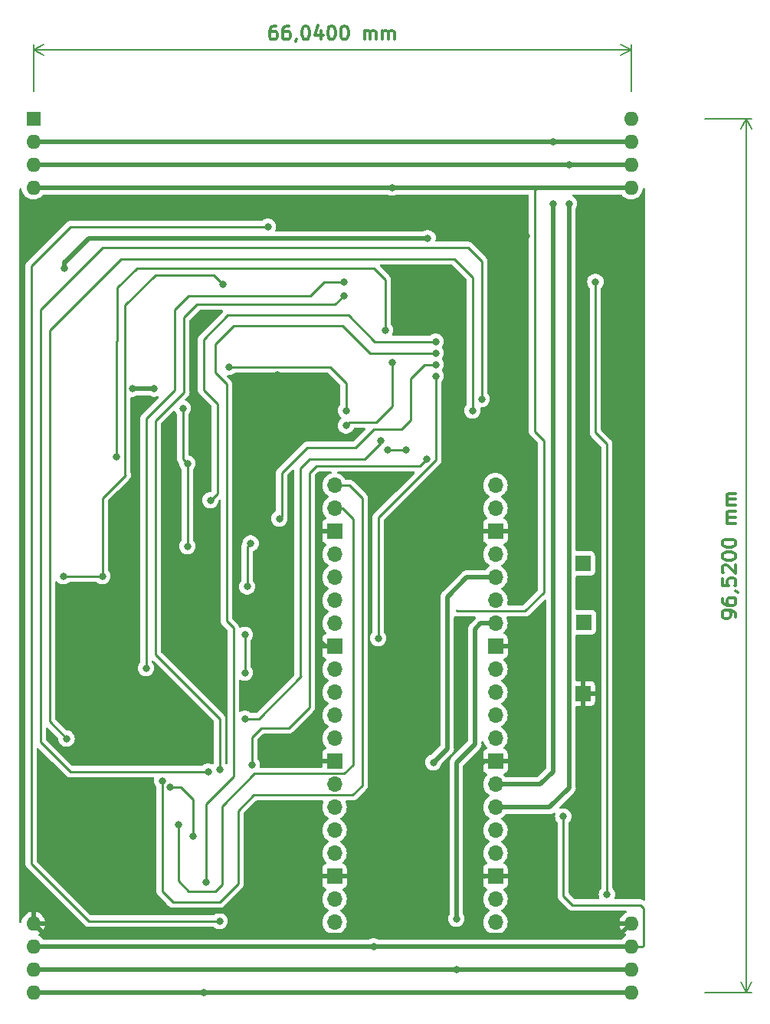
<source format=gbl>
G04 #@! TF.GenerationSoftware,KiCad,Pcbnew,7.0.5-7.0.5~ubuntu22.04.1*
G04 #@! TF.CreationDate,2023-06-28T11:52:20+02:00*
G04 #@! TF.ProjectId,AS3397_proto_SMS,41533333-3937-45f7-9072-6f746f5f534d,rev?*
G04 #@! TF.SameCoordinates,Original*
G04 #@! TF.FileFunction,Copper,L2,Bot*
G04 #@! TF.FilePolarity,Positive*
%FSLAX46Y46*%
G04 Gerber Fmt 4.6, Leading zero omitted, Abs format (unit mm)*
G04 Created by KiCad (PCBNEW 7.0.5-7.0.5~ubuntu22.04.1) date 2023-06-28 11:52:20*
%MOMM*%
%LPD*%
G01*
G04 APERTURE LIST*
%ADD10C,0.300000*%
G04 #@! TA.AperFunction,NonConductor*
%ADD11C,0.300000*%
G04 #@! TD*
G04 #@! TA.AperFunction,NonConductor*
%ADD12C,0.200000*%
G04 #@! TD*
G04 #@! TA.AperFunction,ComponentPad*
%ADD13O,1.700000X1.700000*%
G04 #@! TD*
G04 #@! TA.AperFunction,ComponentPad*
%ADD14R,1.700000X1.700000*%
G04 #@! TD*
G04 #@! TA.AperFunction,ComponentPad*
%ADD15R,1.600000X1.600000*%
G04 #@! TD*
G04 #@! TA.AperFunction,ComponentPad*
%ADD16O,1.600000X1.600000*%
G04 #@! TD*
G04 #@! TA.AperFunction,ViaPad*
%ADD17C,0.800000*%
G04 #@! TD*
G04 #@! TA.AperFunction,Conductor*
%ADD18C,0.500000*%
G04 #@! TD*
G04 #@! TA.AperFunction,Conductor*
%ADD19C,0.250000*%
G04 #@! TD*
G04 APERTURE END LIST*
D10*
D11*
X108085716Y-35478328D02*
X107800001Y-35478328D01*
X107800001Y-35478328D02*
X107657144Y-35549757D01*
X107657144Y-35549757D02*
X107585716Y-35621185D01*
X107585716Y-35621185D02*
X107442858Y-35835471D01*
X107442858Y-35835471D02*
X107371430Y-36121185D01*
X107371430Y-36121185D02*
X107371430Y-36692614D01*
X107371430Y-36692614D02*
X107442858Y-36835471D01*
X107442858Y-36835471D02*
X107514287Y-36906900D01*
X107514287Y-36906900D02*
X107657144Y-36978328D01*
X107657144Y-36978328D02*
X107942858Y-36978328D01*
X107942858Y-36978328D02*
X108085716Y-36906900D01*
X108085716Y-36906900D02*
X108157144Y-36835471D01*
X108157144Y-36835471D02*
X108228573Y-36692614D01*
X108228573Y-36692614D02*
X108228573Y-36335471D01*
X108228573Y-36335471D02*
X108157144Y-36192614D01*
X108157144Y-36192614D02*
X108085716Y-36121185D01*
X108085716Y-36121185D02*
X107942858Y-36049757D01*
X107942858Y-36049757D02*
X107657144Y-36049757D01*
X107657144Y-36049757D02*
X107514287Y-36121185D01*
X107514287Y-36121185D02*
X107442858Y-36192614D01*
X107442858Y-36192614D02*
X107371430Y-36335471D01*
X109514287Y-35478328D02*
X109228572Y-35478328D01*
X109228572Y-35478328D02*
X109085715Y-35549757D01*
X109085715Y-35549757D02*
X109014287Y-35621185D01*
X109014287Y-35621185D02*
X108871429Y-35835471D01*
X108871429Y-35835471D02*
X108800001Y-36121185D01*
X108800001Y-36121185D02*
X108800001Y-36692614D01*
X108800001Y-36692614D02*
X108871429Y-36835471D01*
X108871429Y-36835471D02*
X108942858Y-36906900D01*
X108942858Y-36906900D02*
X109085715Y-36978328D01*
X109085715Y-36978328D02*
X109371429Y-36978328D01*
X109371429Y-36978328D02*
X109514287Y-36906900D01*
X109514287Y-36906900D02*
X109585715Y-36835471D01*
X109585715Y-36835471D02*
X109657144Y-36692614D01*
X109657144Y-36692614D02*
X109657144Y-36335471D01*
X109657144Y-36335471D02*
X109585715Y-36192614D01*
X109585715Y-36192614D02*
X109514287Y-36121185D01*
X109514287Y-36121185D02*
X109371429Y-36049757D01*
X109371429Y-36049757D02*
X109085715Y-36049757D01*
X109085715Y-36049757D02*
X108942858Y-36121185D01*
X108942858Y-36121185D02*
X108871429Y-36192614D01*
X108871429Y-36192614D02*
X108800001Y-36335471D01*
X110371429Y-36906900D02*
X110371429Y-36978328D01*
X110371429Y-36978328D02*
X110300000Y-37121185D01*
X110300000Y-37121185D02*
X110228572Y-37192614D01*
X111300001Y-35478328D02*
X111442858Y-35478328D01*
X111442858Y-35478328D02*
X111585715Y-35549757D01*
X111585715Y-35549757D02*
X111657144Y-35621185D01*
X111657144Y-35621185D02*
X111728572Y-35764042D01*
X111728572Y-35764042D02*
X111800001Y-36049757D01*
X111800001Y-36049757D02*
X111800001Y-36406900D01*
X111800001Y-36406900D02*
X111728572Y-36692614D01*
X111728572Y-36692614D02*
X111657144Y-36835471D01*
X111657144Y-36835471D02*
X111585715Y-36906900D01*
X111585715Y-36906900D02*
X111442858Y-36978328D01*
X111442858Y-36978328D02*
X111300001Y-36978328D01*
X111300001Y-36978328D02*
X111157144Y-36906900D01*
X111157144Y-36906900D02*
X111085715Y-36835471D01*
X111085715Y-36835471D02*
X111014286Y-36692614D01*
X111014286Y-36692614D02*
X110942858Y-36406900D01*
X110942858Y-36406900D02*
X110942858Y-36049757D01*
X110942858Y-36049757D02*
X111014286Y-35764042D01*
X111014286Y-35764042D02*
X111085715Y-35621185D01*
X111085715Y-35621185D02*
X111157144Y-35549757D01*
X111157144Y-35549757D02*
X111300001Y-35478328D01*
X113085715Y-35978328D02*
X113085715Y-36978328D01*
X112728572Y-35406900D02*
X112371429Y-36478328D01*
X112371429Y-36478328D02*
X113300000Y-36478328D01*
X114157143Y-35478328D02*
X114300000Y-35478328D01*
X114300000Y-35478328D02*
X114442857Y-35549757D01*
X114442857Y-35549757D02*
X114514286Y-35621185D01*
X114514286Y-35621185D02*
X114585714Y-35764042D01*
X114585714Y-35764042D02*
X114657143Y-36049757D01*
X114657143Y-36049757D02*
X114657143Y-36406900D01*
X114657143Y-36406900D02*
X114585714Y-36692614D01*
X114585714Y-36692614D02*
X114514286Y-36835471D01*
X114514286Y-36835471D02*
X114442857Y-36906900D01*
X114442857Y-36906900D02*
X114300000Y-36978328D01*
X114300000Y-36978328D02*
X114157143Y-36978328D01*
X114157143Y-36978328D02*
X114014286Y-36906900D01*
X114014286Y-36906900D02*
X113942857Y-36835471D01*
X113942857Y-36835471D02*
X113871428Y-36692614D01*
X113871428Y-36692614D02*
X113800000Y-36406900D01*
X113800000Y-36406900D02*
X113800000Y-36049757D01*
X113800000Y-36049757D02*
X113871428Y-35764042D01*
X113871428Y-35764042D02*
X113942857Y-35621185D01*
X113942857Y-35621185D02*
X114014286Y-35549757D01*
X114014286Y-35549757D02*
X114157143Y-35478328D01*
X115585714Y-35478328D02*
X115728571Y-35478328D01*
X115728571Y-35478328D02*
X115871428Y-35549757D01*
X115871428Y-35549757D02*
X115942857Y-35621185D01*
X115942857Y-35621185D02*
X116014285Y-35764042D01*
X116014285Y-35764042D02*
X116085714Y-36049757D01*
X116085714Y-36049757D02*
X116085714Y-36406900D01*
X116085714Y-36406900D02*
X116014285Y-36692614D01*
X116014285Y-36692614D02*
X115942857Y-36835471D01*
X115942857Y-36835471D02*
X115871428Y-36906900D01*
X115871428Y-36906900D02*
X115728571Y-36978328D01*
X115728571Y-36978328D02*
X115585714Y-36978328D01*
X115585714Y-36978328D02*
X115442857Y-36906900D01*
X115442857Y-36906900D02*
X115371428Y-36835471D01*
X115371428Y-36835471D02*
X115299999Y-36692614D01*
X115299999Y-36692614D02*
X115228571Y-36406900D01*
X115228571Y-36406900D02*
X115228571Y-36049757D01*
X115228571Y-36049757D02*
X115299999Y-35764042D01*
X115299999Y-35764042D02*
X115371428Y-35621185D01*
X115371428Y-35621185D02*
X115442857Y-35549757D01*
X115442857Y-35549757D02*
X115585714Y-35478328D01*
X117871427Y-36978328D02*
X117871427Y-35978328D01*
X117871427Y-36121185D02*
X117942856Y-36049757D01*
X117942856Y-36049757D02*
X118085713Y-35978328D01*
X118085713Y-35978328D02*
X118299999Y-35978328D01*
X118299999Y-35978328D02*
X118442856Y-36049757D01*
X118442856Y-36049757D02*
X118514285Y-36192614D01*
X118514285Y-36192614D02*
X118514285Y-36978328D01*
X118514285Y-36192614D02*
X118585713Y-36049757D01*
X118585713Y-36049757D02*
X118728570Y-35978328D01*
X118728570Y-35978328D02*
X118942856Y-35978328D01*
X118942856Y-35978328D02*
X119085713Y-36049757D01*
X119085713Y-36049757D02*
X119157142Y-36192614D01*
X119157142Y-36192614D02*
X119157142Y-36978328D01*
X119871427Y-36978328D02*
X119871427Y-35978328D01*
X119871427Y-36121185D02*
X119942856Y-36049757D01*
X119942856Y-36049757D02*
X120085713Y-35978328D01*
X120085713Y-35978328D02*
X120299999Y-35978328D01*
X120299999Y-35978328D02*
X120442856Y-36049757D01*
X120442856Y-36049757D02*
X120514285Y-36192614D01*
X120514285Y-36192614D02*
X120514285Y-36978328D01*
X120514285Y-36192614D02*
X120585713Y-36049757D01*
X120585713Y-36049757D02*
X120728570Y-35978328D01*
X120728570Y-35978328D02*
X120942856Y-35978328D01*
X120942856Y-35978328D02*
X121085713Y-36049757D01*
X121085713Y-36049757D02*
X121157142Y-36192614D01*
X121157142Y-36192614D02*
X121157142Y-36978328D01*
D12*
X81280000Y-42680000D02*
X81280000Y-37513580D01*
X147320000Y-42680000D02*
X147320000Y-37513580D01*
X81280000Y-38100000D02*
X147320000Y-38100000D01*
X81280000Y-38100000D02*
X147320000Y-38100000D01*
X81280000Y-38100000D02*
X82406504Y-37513579D01*
X81280000Y-38100000D02*
X82406504Y-38686421D01*
X147320000Y-38100000D02*
X146193496Y-38686421D01*
X147320000Y-38100000D02*
X146193496Y-37513579D01*
D10*
D11*
X158898328Y-100765712D02*
X158898328Y-100479998D01*
X158898328Y-100479998D02*
X158826900Y-100337141D01*
X158826900Y-100337141D02*
X158755471Y-100265712D01*
X158755471Y-100265712D02*
X158541185Y-100122855D01*
X158541185Y-100122855D02*
X158255471Y-100051426D01*
X158255471Y-100051426D02*
X157684042Y-100051426D01*
X157684042Y-100051426D02*
X157541185Y-100122855D01*
X157541185Y-100122855D02*
X157469757Y-100194284D01*
X157469757Y-100194284D02*
X157398328Y-100337141D01*
X157398328Y-100337141D02*
X157398328Y-100622855D01*
X157398328Y-100622855D02*
X157469757Y-100765712D01*
X157469757Y-100765712D02*
X157541185Y-100837141D01*
X157541185Y-100837141D02*
X157684042Y-100908569D01*
X157684042Y-100908569D02*
X158041185Y-100908569D01*
X158041185Y-100908569D02*
X158184042Y-100837141D01*
X158184042Y-100837141D02*
X158255471Y-100765712D01*
X158255471Y-100765712D02*
X158326900Y-100622855D01*
X158326900Y-100622855D02*
X158326900Y-100337141D01*
X158326900Y-100337141D02*
X158255471Y-100194284D01*
X158255471Y-100194284D02*
X158184042Y-100122855D01*
X158184042Y-100122855D02*
X158041185Y-100051426D01*
X157398328Y-98765713D02*
X157398328Y-99051427D01*
X157398328Y-99051427D02*
X157469757Y-99194284D01*
X157469757Y-99194284D02*
X157541185Y-99265713D01*
X157541185Y-99265713D02*
X157755471Y-99408570D01*
X157755471Y-99408570D02*
X158041185Y-99479998D01*
X158041185Y-99479998D02*
X158612614Y-99479998D01*
X158612614Y-99479998D02*
X158755471Y-99408570D01*
X158755471Y-99408570D02*
X158826900Y-99337141D01*
X158826900Y-99337141D02*
X158898328Y-99194284D01*
X158898328Y-99194284D02*
X158898328Y-98908570D01*
X158898328Y-98908570D02*
X158826900Y-98765713D01*
X158826900Y-98765713D02*
X158755471Y-98694284D01*
X158755471Y-98694284D02*
X158612614Y-98622855D01*
X158612614Y-98622855D02*
X158255471Y-98622855D01*
X158255471Y-98622855D02*
X158112614Y-98694284D01*
X158112614Y-98694284D02*
X158041185Y-98765713D01*
X158041185Y-98765713D02*
X157969757Y-98908570D01*
X157969757Y-98908570D02*
X157969757Y-99194284D01*
X157969757Y-99194284D02*
X158041185Y-99337141D01*
X158041185Y-99337141D02*
X158112614Y-99408570D01*
X158112614Y-99408570D02*
X158255471Y-99479998D01*
X158826900Y-97908570D02*
X158898328Y-97908570D01*
X158898328Y-97908570D02*
X159041185Y-97979999D01*
X159041185Y-97979999D02*
X159112614Y-98051427D01*
X157398328Y-96551427D02*
X157398328Y-97265713D01*
X157398328Y-97265713D02*
X158112614Y-97337141D01*
X158112614Y-97337141D02*
X158041185Y-97265713D01*
X158041185Y-97265713D02*
X157969757Y-97122856D01*
X157969757Y-97122856D02*
X157969757Y-96765713D01*
X157969757Y-96765713D02*
X158041185Y-96622856D01*
X158041185Y-96622856D02*
X158112614Y-96551427D01*
X158112614Y-96551427D02*
X158255471Y-96479998D01*
X158255471Y-96479998D02*
X158612614Y-96479998D01*
X158612614Y-96479998D02*
X158755471Y-96551427D01*
X158755471Y-96551427D02*
X158826900Y-96622856D01*
X158826900Y-96622856D02*
X158898328Y-96765713D01*
X158898328Y-96765713D02*
X158898328Y-97122856D01*
X158898328Y-97122856D02*
X158826900Y-97265713D01*
X158826900Y-97265713D02*
X158755471Y-97337141D01*
X157541185Y-95908570D02*
X157469757Y-95837142D01*
X157469757Y-95837142D02*
X157398328Y-95694285D01*
X157398328Y-95694285D02*
X157398328Y-95337142D01*
X157398328Y-95337142D02*
X157469757Y-95194285D01*
X157469757Y-95194285D02*
X157541185Y-95122856D01*
X157541185Y-95122856D02*
X157684042Y-95051427D01*
X157684042Y-95051427D02*
X157826900Y-95051427D01*
X157826900Y-95051427D02*
X158041185Y-95122856D01*
X158041185Y-95122856D02*
X158898328Y-95979999D01*
X158898328Y-95979999D02*
X158898328Y-95051427D01*
X157398328Y-94122856D02*
X157398328Y-93979999D01*
X157398328Y-93979999D02*
X157469757Y-93837142D01*
X157469757Y-93837142D02*
X157541185Y-93765714D01*
X157541185Y-93765714D02*
X157684042Y-93694285D01*
X157684042Y-93694285D02*
X157969757Y-93622856D01*
X157969757Y-93622856D02*
X158326900Y-93622856D01*
X158326900Y-93622856D02*
X158612614Y-93694285D01*
X158612614Y-93694285D02*
X158755471Y-93765714D01*
X158755471Y-93765714D02*
X158826900Y-93837142D01*
X158826900Y-93837142D02*
X158898328Y-93979999D01*
X158898328Y-93979999D02*
X158898328Y-94122856D01*
X158898328Y-94122856D02*
X158826900Y-94265714D01*
X158826900Y-94265714D02*
X158755471Y-94337142D01*
X158755471Y-94337142D02*
X158612614Y-94408571D01*
X158612614Y-94408571D02*
X158326900Y-94479999D01*
X158326900Y-94479999D02*
X157969757Y-94479999D01*
X157969757Y-94479999D02*
X157684042Y-94408571D01*
X157684042Y-94408571D02*
X157541185Y-94337142D01*
X157541185Y-94337142D02*
X157469757Y-94265714D01*
X157469757Y-94265714D02*
X157398328Y-94122856D01*
X157398328Y-92694285D02*
X157398328Y-92551428D01*
X157398328Y-92551428D02*
X157469757Y-92408571D01*
X157469757Y-92408571D02*
X157541185Y-92337143D01*
X157541185Y-92337143D02*
X157684042Y-92265714D01*
X157684042Y-92265714D02*
X157969757Y-92194285D01*
X157969757Y-92194285D02*
X158326900Y-92194285D01*
X158326900Y-92194285D02*
X158612614Y-92265714D01*
X158612614Y-92265714D02*
X158755471Y-92337143D01*
X158755471Y-92337143D02*
X158826900Y-92408571D01*
X158826900Y-92408571D02*
X158898328Y-92551428D01*
X158898328Y-92551428D02*
X158898328Y-92694285D01*
X158898328Y-92694285D02*
X158826900Y-92837143D01*
X158826900Y-92837143D02*
X158755471Y-92908571D01*
X158755471Y-92908571D02*
X158612614Y-92980000D01*
X158612614Y-92980000D02*
X158326900Y-93051428D01*
X158326900Y-93051428D02*
X157969757Y-93051428D01*
X157969757Y-93051428D02*
X157684042Y-92980000D01*
X157684042Y-92980000D02*
X157541185Y-92908571D01*
X157541185Y-92908571D02*
X157469757Y-92837143D01*
X157469757Y-92837143D02*
X157398328Y-92694285D01*
X158898328Y-90408572D02*
X157898328Y-90408572D01*
X158041185Y-90408572D02*
X157969757Y-90337143D01*
X157969757Y-90337143D02*
X157898328Y-90194286D01*
X157898328Y-90194286D02*
X157898328Y-89980000D01*
X157898328Y-89980000D02*
X157969757Y-89837143D01*
X157969757Y-89837143D02*
X158112614Y-89765715D01*
X158112614Y-89765715D02*
X158898328Y-89765715D01*
X158112614Y-89765715D02*
X157969757Y-89694286D01*
X157969757Y-89694286D02*
X157898328Y-89551429D01*
X157898328Y-89551429D02*
X157898328Y-89337143D01*
X157898328Y-89337143D02*
X157969757Y-89194286D01*
X157969757Y-89194286D02*
X158112614Y-89122857D01*
X158112614Y-89122857D02*
X158898328Y-89122857D01*
X158898328Y-88408572D02*
X157898328Y-88408572D01*
X158041185Y-88408572D02*
X157969757Y-88337143D01*
X157969757Y-88337143D02*
X157898328Y-88194286D01*
X157898328Y-88194286D02*
X157898328Y-87980000D01*
X157898328Y-87980000D02*
X157969757Y-87837143D01*
X157969757Y-87837143D02*
X158112614Y-87765715D01*
X158112614Y-87765715D02*
X158898328Y-87765715D01*
X158112614Y-87765715D02*
X157969757Y-87694286D01*
X157969757Y-87694286D02*
X157898328Y-87551429D01*
X157898328Y-87551429D02*
X157898328Y-87337143D01*
X157898328Y-87337143D02*
X157969757Y-87194286D01*
X157969757Y-87194286D02*
X158112614Y-87122857D01*
X158112614Y-87122857D02*
X158898328Y-87122857D01*
D12*
X155440000Y-45720000D02*
X160606420Y-45720000D01*
X155440000Y-142240000D02*
X160606420Y-142240000D01*
X160020000Y-45720000D02*
X160020000Y-142240000D01*
X160020000Y-45720000D02*
X160020000Y-142240000D01*
X160020000Y-45720000D02*
X160606421Y-46846504D01*
X160020000Y-45720000D02*
X159433579Y-46846504D01*
X160020000Y-142240000D02*
X159433579Y-141113496D01*
X160020000Y-142240000D02*
X160606421Y-141113496D01*
D13*
X114554000Y-86233000D03*
X114554000Y-88773000D03*
D14*
X114554000Y-91313000D03*
D13*
X114554000Y-93853000D03*
X114554000Y-96393000D03*
X114554000Y-98933000D03*
X114554000Y-101473000D03*
D14*
X114554000Y-104013000D03*
D13*
X114554000Y-106553000D03*
X114554000Y-109093000D03*
X114554000Y-111633000D03*
X114554000Y-114173000D03*
D14*
X114554000Y-116713000D03*
D13*
X114554000Y-119253000D03*
X114554000Y-121793000D03*
X114554000Y-124333000D03*
X114554000Y-126873000D03*
D14*
X114554000Y-129413000D03*
D13*
X114554000Y-131953000D03*
X114554000Y-134493000D03*
X132334000Y-134493000D03*
X132334000Y-131953000D03*
D14*
X132334000Y-129413000D03*
D13*
X132334000Y-126873000D03*
X132334000Y-124333000D03*
X132334000Y-121793000D03*
X132334000Y-119253000D03*
D14*
X132334000Y-116713000D03*
D13*
X132334000Y-114173000D03*
X132334000Y-111633000D03*
X132334000Y-109093000D03*
X132334000Y-106553000D03*
D14*
X132334000Y-104013000D03*
D13*
X132334000Y-101473000D03*
X132334000Y-98933000D03*
X132334000Y-96393000D03*
X132334000Y-93853000D03*
D14*
X132334000Y-91313000D03*
D13*
X132334000Y-88773000D03*
X132334000Y-86233000D03*
D15*
X81280000Y-45720000D03*
D16*
X81280000Y-48260000D03*
X81280000Y-50800000D03*
X81280000Y-53340000D03*
X81280000Y-134620000D03*
X81280000Y-137160000D03*
X81280000Y-139700000D03*
X81280000Y-142240000D03*
X147320000Y-142240000D03*
X147320000Y-139700000D03*
X147320000Y-137160000D03*
X147320000Y-134620000D03*
X147320000Y-53340000D03*
X147320000Y-50800000D03*
X147320000Y-48260000D03*
X147320000Y-45720000D03*
D14*
X142113000Y-101346000D03*
X141986000Y-94869000D03*
X141986000Y-109220000D03*
D17*
X119380000Y-103124000D03*
X128016000Y-134112000D03*
X129794000Y-77978000D03*
X84937600Y-114198400D03*
X130810000Y-76708000D03*
X100584000Y-117856000D03*
X125730000Y-74168000D03*
X108458000Y-89916000D03*
X125730000Y-72898000D03*
X100330000Y-130048000D03*
X125730000Y-71628000D03*
X125730000Y-70358000D03*
X100838000Y-87884000D03*
X108204000Y-74041000D03*
X108204000Y-80010000D03*
X98806000Y-81026000D03*
X99441000Y-77724000D03*
X125476000Y-67564000D03*
X84709000Y-119380000D03*
X146939000Y-69215000D03*
X147320000Y-131191000D03*
X105029000Y-82677000D03*
X94488000Y-55372000D03*
X98806000Y-55372000D03*
X124333000Y-57531000D03*
X117475000Y-126746000D03*
X84582000Y-111760000D03*
X105283000Y-127762000D03*
X95377000Y-112014000D03*
X123444000Y-62357000D03*
X117475000Y-130302000D03*
X134747000Y-55372000D03*
X135763000Y-58674000D03*
X89154000Y-133096000D03*
X105410000Y-117094000D03*
X124714000Y-83312000D03*
X120396000Y-82296000D03*
X122428000Y-82296000D03*
X84709000Y-62230000D03*
X98298000Y-83820000D03*
X92202000Y-75565000D03*
X144653000Y-131445000D03*
X143383000Y-63754000D03*
X124841000Y-58928000D03*
X94615000Y-75565000D03*
X98298000Y-92964000D03*
X100076000Y-142240000D03*
X97790000Y-77724000D03*
X93726000Y-106426000D03*
X115570000Y-63754000D03*
X115570000Y-65278000D03*
X101854000Y-117602000D03*
X120142000Y-69088000D03*
X90424000Y-83058000D03*
X104648000Y-112014000D03*
X119634000Y-81280000D03*
X115824000Y-77978000D03*
X102870000Y-73152000D03*
X107188000Y-57658000D03*
X101854000Y-134366000D03*
X115824000Y-79629000D03*
X120904000Y-53340000D03*
X120904000Y-72644000D03*
X104902000Y-97409000D03*
X105283000Y-92635000D03*
X95504000Y-118872000D03*
X97282000Y-123698000D03*
X140462000Y-50800000D03*
X140462000Y-55118000D03*
X138684000Y-55118000D03*
X138684000Y-48260000D03*
X118872000Y-137160000D03*
X139827000Y-122809000D03*
X98933000Y-124968000D03*
X88900000Y-96266000D03*
X84582000Y-96266000D03*
X96348661Y-119575884D03*
X102235000Y-64008000D03*
X104648000Y-102743000D03*
X104648000Y-106934000D03*
X125476000Y-116840000D03*
X128016000Y-139700000D03*
D18*
X81280000Y-139700000D02*
X128016000Y-139700000D01*
X128016000Y-139700000D02*
X147320000Y-139700000D01*
D19*
X119380000Y-89812726D02*
X119380000Y-103124000D01*
X119836363Y-89356363D02*
X119380000Y-89812726D01*
X125730000Y-83462727D02*
X119836363Y-89356363D01*
D18*
X147320000Y-142240000D02*
X100076000Y-142240000D01*
X100076000Y-142240000D02*
X81280000Y-142240000D01*
X128016000Y-128016000D02*
X128016000Y-134112000D01*
X128016000Y-116840000D02*
X128016000Y-128016000D01*
X130683000Y-101473000D02*
X130048000Y-102108000D01*
X132334000Y-101473000D02*
X130683000Y-101473000D01*
X130048000Y-102108000D02*
X130048000Y-114808000D01*
X130048000Y-114808000D02*
X128016000Y-116840000D01*
X130302000Y-117475000D02*
X131064000Y-116713000D01*
X131064000Y-116713000D02*
X132334000Y-116713000D01*
X125476000Y-116840000D02*
X127000000Y-115316000D01*
X127000000Y-115316000D02*
X127000000Y-98552000D01*
X127000000Y-98552000D02*
X129159000Y-96393000D01*
X129159000Y-96393000D02*
X132334000Y-96393000D01*
X132334000Y-129413000D02*
X135255000Y-129413000D01*
X137033000Y-131191000D02*
X137033000Y-135910000D01*
X135255000Y-129413000D02*
X137033000Y-131191000D01*
X130302000Y-117475000D02*
X130302000Y-128778000D01*
X130302000Y-128778000D02*
X130937000Y-129413000D01*
X130937000Y-129413000D02*
X135001000Y-129413000D01*
D19*
X131191000Y-129413000D02*
X132334000Y-129413000D01*
X131064000Y-129540000D02*
X131191000Y-129413000D01*
X83058000Y-112318800D02*
X83058000Y-69088000D01*
X129794000Y-63246000D02*
X129794000Y-77978000D01*
X90932000Y-61214000D02*
X127762000Y-61214000D01*
X83058000Y-69088000D02*
X90932000Y-61214000D01*
X84937600Y-114198400D02*
X83058000Y-112318800D01*
X127762000Y-61214000D02*
X129794000Y-63246000D01*
X85344000Y-117856000D02*
X100584000Y-117856000D01*
X82042000Y-66802000D02*
X82042000Y-80518000D01*
X82042000Y-80518000D02*
X82042000Y-114554000D01*
X129286000Y-59944000D02*
X88900000Y-59944000D01*
X82042000Y-114554000D02*
X85344000Y-117856000D01*
X130810000Y-76708000D02*
X130810000Y-61468000D01*
X130810000Y-61468000D02*
X129286000Y-59944000D01*
X83312000Y-65532000D02*
X82042000Y-66802000D01*
X88900000Y-59944000D02*
X83312000Y-65532000D01*
X125730000Y-74168000D02*
X125730000Y-83462727D01*
X108712000Y-84836000D02*
X108712000Y-89662000D01*
X118872000Y-80010000D02*
X116840000Y-82042000D01*
X122936000Y-78994000D02*
X121920000Y-80010000D01*
X124460000Y-72898000D02*
X122936000Y-74422000D01*
X111506000Y-82042000D02*
X108712000Y-84836000D01*
X108712000Y-89662000D02*
X108458000Y-89916000D01*
X116840000Y-82042000D02*
X111506000Y-82042000D01*
X122936000Y-74422000D02*
X122936000Y-78994000D01*
X125730000Y-72898000D02*
X124460000Y-72898000D01*
X121920000Y-80010000D02*
X118872000Y-80010000D01*
X101346000Y-73406000D02*
X101346000Y-72390000D01*
X101346000Y-73406000D02*
X101346000Y-70612000D01*
X103378000Y-101981000D02*
X102616000Y-101219000D01*
X102616000Y-101219000D02*
X102616000Y-75057000D01*
X125730000Y-71628000D02*
X118491000Y-71628000D01*
X103378000Y-68580000D02*
X115443000Y-68580000D01*
X100330000Y-121412000D02*
X103378000Y-118364000D01*
X115443000Y-68580000D02*
X118491000Y-71628000D01*
X102616000Y-75057000D02*
X101346000Y-73787000D01*
X101346000Y-70612000D02*
X103378000Y-68580000D01*
X103378000Y-118364000D02*
X103378000Y-101981000D01*
X101346000Y-73787000D02*
X101346000Y-73406000D01*
X100330000Y-130048000D02*
X100330000Y-121412000D01*
X101600000Y-77216000D02*
X101600000Y-87122000D01*
X101600000Y-87122000D02*
X100838000Y-87884000D01*
X100076000Y-75692000D02*
X101600000Y-77216000D01*
X102743000Y-67437000D02*
X100076000Y-70104000D01*
X125730000Y-70358000D02*
X118999000Y-70358000D01*
X116078000Y-67437000D02*
X102743000Y-67437000D01*
X100076000Y-70104000D02*
X100076000Y-75692000D01*
X118999000Y-70358000D02*
X116078000Y-67437000D01*
X146939000Y-130810000D02*
X147320000Y-131191000D01*
D18*
X103632000Y-135910000D02*
X117475000Y-135910000D01*
D19*
X105029000Y-81026000D02*
X105029000Y-82677000D01*
D18*
X84709000Y-119380000D02*
X84709000Y-128651000D01*
X117475000Y-135910000D02*
X137033000Y-135910000D01*
D19*
X84836000Y-112014000D02*
X84582000Y-111760000D01*
X125476000Y-67564000D02*
X125476000Y-64389000D01*
X117475000Y-126746000D02*
X117475000Y-130302000D01*
X103632000Y-135910000D02*
X103632000Y-134112000D01*
X112522000Y-91948000D02*
X113157000Y-91313000D01*
X105283000Y-127762000D02*
X106934000Y-129413000D01*
X99441000Y-80391000D02*
X99441000Y-77724000D01*
D18*
X84709000Y-128651000D02*
X89154000Y-133096000D01*
X135763000Y-56388000D02*
X134747000Y-55372000D01*
D19*
X102870000Y-133350000D02*
X97028000Y-133350000D01*
X114554000Y-104013000D02*
X113665000Y-104013000D01*
X146939000Y-69215000D02*
X146939000Y-130810000D01*
D18*
X135763000Y-58674000D02*
X135763000Y-56388000D01*
D19*
X103632000Y-134112000D02*
X102870000Y-133350000D01*
X95377000Y-112014000D02*
X84836000Y-112014000D01*
X114554000Y-116713000D02*
X113030000Y-116713000D01*
D18*
X82570000Y-135910000D02*
X103632000Y-135910000D01*
D19*
X113030000Y-116713000D02*
X112522000Y-116205000D01*
D18*
X81280000Y-134620000D02*
X82570000Y-135910000D01*
X137033000Y-135910000D02*
X146030000Y-135910000D01*
X98806000Y-55372000D02*
X94488000Y-55372000D01*
D19*
X98806000Y-81026000D02*
X99441000Y-80391000D01*
X117475000Y-130302000D02*
X117475000Y-135910000D01*
D18*
X134747000Y-55372000D02*
X124333000Y-55372000D01*
D19*
X106045000Y-80010000D02*
X105029000Y-81026000D01*
X112522000Y-102870000D02*
X112522000Y-101854000D01*
D18*
X146030000Y-135910000D02*
X147320000Y-134620000D01*
D19*
X112522000Y-101854000D02*
X112522000Y-116205000D01*
X108204000Y-80010000D02*
X106045000Y-80010000D01*
X124333000Y-57531000D02*
X124333000Y-55372000D01*
X113157000Y-91313000D02*
X114554000Y-91313000D01*
X125476000Y-64389000D02*
X123444000Y-62357000D01*
D18*
X124333000Y-55372000D02*
X98806000Y-55372000D01*
D19*
X97028000Y-133350000D02*
X96774000Y-133096000D01*
X112522000Y-101854000D02*
X112522000Y-91948000D01*
X96774000Y-133096000D02*
X89154000Y-133096000D01*
X106934000Y-129413000D02*
X114554000Y-129413000D01*
X113665000Y-104013000D02*
X112522000Y-102870000D01*
D18*
X108204000Y-74041000D02*
X108204000Y-80010000D01*
D19*
X111760000Y-110744000D02*
X109474000Y-113030000D01*
X109474000Y-113030000D02*
X106426000Y-113030000D01*
X111760000Y-84836000D02*
X111760000Y-110744000D01*
X106426000Y-113030000D02*
X105410000Y-114046000D01*
X112522000Y-84074000D02*
X111760000Y-84836000D01*
X123952000Y-84074000D02*
X112522000Y-84074000D01*
X105410000Y-114046000D02*
X105410000Y-117094000D01*
X124714000Y-83312000D02*
X123952000Y-84074000D01*
X120396000Y-82296000D02*
X121666000Y-82296000D01*
X121666000Y-82296000D02*
X122428000Y-82296000D01*
X121666000Y-82296000D02*
X122682000Y-82296000D01*
X144653000Y-131445000D02*
X144653000Y-81661000D01*
D18*
X84836000Y-61468000D02*
X84709000Y-61595000D01*
X84709000Y-61595000D02*
X84709000Y-62230000D01*
D19*
X144653000Y-81661000D02*
X143383000Y-80391000D01*
D18*
X92202000Y-75565000D02*
X94615000Y-75565000D01*
D19*
X97790000Y-83312000D02*
X98298000Y-83820000D01*
D18*
X124841000Y-58928000D02*
X87376000Y-58928000D01*
D19*
X97790000Y-77724000D02*
X97790000Y-83312000D01*
D18*
X87376000Y-58928000D02*
X84836000Y-61468000D01*
D19*
X143383000Y-80391000D02*
X143383000Y-63754000D01*
X98298000Y-92964000D02*
X98298000Y-83820000D01*
X93726000Y-78867000D02*
X96901000Y-75692000D01*
X115570000Y-63754000D02*
X113411000Y-63754000D01*
X98425000Y-65278000D02*
X111887000Y-65278000D01*
X93726000Y-106426000D02*
X93726000Y-78867000D01*
X113411000Y-63754000D02*
X111887000Y-65278000D01*
X96901000Y-66802000D02*
X98425000Y-65278000D01*
X96901000Y-75692000D02*
X96901000Y-66802000D01*
X97917000Y-67691000D02*
X99377500Y-66230500D01*
X114617500Y-66230500D02*
X115570000Y-65278000D01*
X97917000Y-75946000D02*
X97917000Y-67691000D01*
X94742000Y-104902000D02*
X94742000Y-79121000D01*
X99377500Y-66230500D02*
X114617500Y-66230500D01*
X101854000Y-117602000D02*
X101854000Y-112014000D01*
X101854000Y-112014000D02*
X94742000Y-104902000D01*
X94742000Y-79121000D02*
X97917000Y-75946000D01*
X92710000Y-62230000D02*
X90551000Y-64389000D01*
X120142000Y-69088000D02*
X120142000Y-63500000D01*
X90551000Y-64389000D02*
X90551000Y-70231000D01*
X90424000Y-70358000D02*
X90424000Y-83058000D01*
X118872000Y-62230000D02*
X92710000Y-62230000D01*
X120142000Y-63500000D02*
X118872000Y-62230000D01*
X90551000Y-70231000D02*
X90424000Y-70358000D01*
X111760000Y-83312000D02*
X110744000Y-84328000D01*
X106172000Y-112014000D02*
X104648000Y-112014000D01*
X110744000Y-107188000D02*
X110871000Y-107315000D01*
X110871000Y-107315000D02*
X106172000Y-112014000D01*
X119634000Y-81280000D02*
X119634000Y-81534000D01*
X117856000Y-83312000D02*
X111760000Y-83312000D01*
X110744000Y-84328000D02*
X110744000Y-107188000D01*
X119634000Y-81534000D02*
X117856000Y-83312000D01*
X115824000Y-74930000D02*
X115824000Y-77978000D01*
X114046000Y-73152000D02*
X115824000Y-74930000D01*
X102870000Y-73152000D02*
X114046000Y-73152000D01*
X81026000Y-128016000D02*
X84836000Y-131826000D01*
X87376000Y-134366000D02*
X101854000Y-134366000D01*
X81026000Y-61976000D02*
X81026000Y-69596000D01*
X84836000Y-131826000D02*
X87376000Y-134366000D01*
X85344000Y-57658000D02*
X81026000Y-61976000D01*
X81026000Y-69596000D02*
X81026000Y-128016000D01*
X107188000Y-57658000D02*
X85344000Y-57658000D01*
D18*
X81280000Y-53340000D02*
X120904000Y-53340000D01*
D19*
X120904000Y-77470000D02*
X119126000Y-79248000D01*
D18*
X136906000Y-53340000D02*
X147320000Y-53340000D01*
D19*
X137668000Y-98044000D02*
X135604000Y-100108000D01*
X135604000Y-100108000D02*
X128073000Y-100108000D01*
X137668000Y-81280000D02*
X137668000Y-98044000D01*
X119126000Y-79248000D02*
X116205000Y-79248000D01*
X120904000Y-72644000D02*
X120904000Y-77470000D01*
X128073000Y-100108000D02*
X128016000Y-100051000D01*
D18*
X120904000Y-53340000D02*
X122428000Y-53340000D01*
D19*
X116205000Y-79248000D02*
X115824000Y-79629000D01*
X136906000Y-53340000D02*
X136652000Y-53594000D01*
X136652000Y-53594000D02*
X136652000Y-80264000D01*
D18*
X122428000Y-53340000D02*
X136906000Y-53340000D01*
D19*
X136652000Y-80264000D02*
X137668000Y-81280000D01*
X104902000Y-97409000D02*
X104902000Y-93016000D01*
X104902000Y-93016000D02*
X105283000Y-92635000D01*
X103886000Y-130244000D02*
X101854000Y-132276000D01*
X114554000Y-86233000D02*
X116205000Y-86233000D01*
X116205000Y-86233000D02*
X117602000Y-87630000D01*
X95504000Y-131064000D02*
X95504000Y-118872000D01*
X105632000Y-120428000D02*
X103886000Y-122174000D01*
X116554000Y-120428000D02*
X105632000Y-120428000D01*
X117602000Y-119380000D02*
X116554000Y-120428000D01*
X103886000Y-122174000D02*
X103886000Y-130244000D01*
X117602000Y-87630000D02*
X117602000Y-119380000D01*
X96716000Y-132276000D02*
X95504000Y-131064000D01*
X101854000Y-132276000D02*
X96716000Y-132276000D01*
X115443000Y-88773000D02*
X114554000Y-88773000D01*
X101346000Y-131064000D02*
X102108000Y-130302000D01*
X116586000Y-117094000D02*
X116586000Y-89916000D01*
X105696000Y-118078000D02*
X115602000Y-118078000D01*
X102108000Y-130302000D02*
X102108000Y-121666000D01*
X102108000Y-121666000D02*
X105696000Y-118078000D01*
X115602000Y-118078000D02*
X116586000Y-117094000D01*
X116586000Y-89916000D02*
X115443000Y-88773000D01*
X98426396Y-131064000D02*
X101346000Y-131064000D01*
X97282000Y-129919604D02*
X98426396Y-131064000D01*
X97282000Y-123698000D02*
X97282000Y-129919604D01*
D18*
X132334000Y-121793000D02*
X138303000Y-121793000D01*
X147320000Y-50800000D02*
X81280000Y-50800000D01*
X140462000Y-119634000D02*
X140462000Y-55118000D01*
X138303000Y-121793000D02*
X140462000Y-119634000D01*
X147320000Y-48260000D02*
X138684000Y-48260000D01*
X132334000Y-119253000D02*
X137287000Y-119253000D01*
X138684000Y-117856000D02*
X138684000Y-112014000D01*
X138684000Y-48260000D02*
X81280000Y-48260000D01*
X137287000Y-119253000D02*
X138684000Y-117856000D01*
X138684000Y-113945000D02*
X138684000Y-112014000D01*
X138684000Y-112014000D02*
X138684000Y-55118000D01*
D19*
X91377000Y-66357000D02*
X94742000Y-62992000D01*
D18*
X118618000Y-137160000D02*
X81280000Y-137160000D01*
D19*
X94742000Y-62992000D02*
X100965000Y-62992000D01*
X148735000Y-137015000D02*
X148735000Y-132987000D01*
X139827000Y-122809000D02*
X139827000Y-131572000D01*
X98933000Y-120904000D02*
X98933000Y-124968000D01*
X100965000Y-62992000D02*
X101219000Y-62992000D01*
X140843000Y-132588000D02*
X139827000Y-131572000D01*
X97604884Y-119575884D02*
X98933000Y-120904000D01*
X91377000Y-85027000D02*
X91377000Y-66357000D01*
X118618000Y-137160000D02*
X118872000Y-137160000D01*
X91440000Y-85090000D02*
X91377000Y-85027000D01*
X148590000Y-137160000D02*
X148735000Y-137015000D01*
X148336000Y-132588000D02*
X140843000Y-132588000D01*
X88900000Y-87630000D02*
X91440000Y-85090000D01*
X88900000Y-96266000D02*
X88900000Y-87630000D01*
D18*
X147320000Y-137160000D02*
X118872000Y-137160000D01*
D19*
X96348661Y-119575884D02*
X97604884Y-119575884D01*
X147320000Y-137160000D02*
X148590000Y-137160000D01*
X101219000Y-62992000D02*
X102235000Y-64008000D01*
X148735000Y-132987000D02*
X148336000Y-132588000D01*
X84582000Y-96266000D02*
X88900000Y-96266000D01*
X104648000Y-106934000D02*
X104648000Y-102743000D01*
G04 #@! TA.AperFunction,Conductor*
G36*
X114184331Y-84719185D02*
G01*
X114230086Y-84771989D01*
X114240030Y-84841147D01*
X114211005Y-84904703D01*
X114152227Y-84942477D01*
X114149385Y-84943275D01*
X114090344Y-84959094D01*
X114090335Y-84959098D01*
X113876171Y-85058964D01*
X113876169Y-85058965D01*
X113682597Y-85194505D01*
X113515505Y-85361597D01*
X113379965Y-85555169D01*
X113379964Y-85555171D01*
X113280098Y-85769335D01*
X113280094Y-85769344D01*
X113218938Y-85997586D01*
X113218936Y-85997596D01*
X113198341Y-86232999D01*
X113198341Y-86233000D01*
X113218936Y-86468403D01*
X113218938Y-86468413D01*
X113280094Y-86696655D01*
X113280096Y-86696659D01*
X113280097Y-86696663D01*
X113333668Y-86811546D01*
X113379965Y-86910830D01*
X113379967Y-86910834D01*
X113458407Y-87022857D01*
X113515501Y-87104396D01*
X113515506Y-87104402D01*
X113682597Y-87271493D01*
X113682603Y-87271498D01*
X113868158Y-87401425D01*
X113911783Y-87456002D01*
X113918977Y-87525500D01*
X113887454Y-87587855D01*
X113868158Y-87604575D01*
X113682597Y-87734505D01*
X113515505Y-87901597D01*
X113379965Y-88095169D01*
X113379964Y-88095171D01*
X113280098Y-88309335D01*
X113280094Y-88309344D01*
X113218938Y-88537586D01*
X113218936Y-88537596D01*
X113198341Y-88772999D01*
X113198341Y-88773000D01*
X113218936Y-89008403D01*
X113218938Y-89008413D01*
X113280094Y-89236655D01*
X113280096Y-89236659D01*
X113280097Y-89236663D01*
X113345706Y-89377361D01*
X113379965Y-89450830D01*
X113379967Y-89450834D01*
X113470853Y-89580632D01*
X113515501Y-89644396D01*
X113515506Y-89644402D01*
X113637818Y-89766714D01*
X113671303Y-89828037D01*
X113666319Y-89897729D01*
X113624447Y-89953662D01*
X113593471Y-89970577D01*
X113461912Y-90019646D01*
X113461906Y-90019649D01*
X113346812Y-90105809D01*
X113346809Y-90105812D01*
X113260649Y-90220906D01*
X113260645Y-90220913D01*
X113210403Y-90355620D01*
X113210401Y-90355627D01*
X113204000Y-90415155D01*
X113204000Y-91063000D01*
X114108428Y-91063000D01*
X114085318Y-91098960D01*
X114044000Y-91239673D01*
X114044000Y-91386327D01*
X114085318Y-91527040D01*
X114108428Y-91563000D01*
X113204000Y-91563000D01*
X113204000Y-92210844D01*
X113210401Y-92270372D01*
X113210403Y-92270379D01*
X113260645Y-92405086D01*
X113260649Y-92405093D01*
X113346809Y-92520187D01*
X113346812Y-92520190D01*
X113461906Y-92606350D01*
X113461913Y-92606354D01*
X113593470Y-92655421D01*
X113649403Y-92697292D01*
X113673821Y-92762756D01*
X113658970Y-92831029D01*
X113637819Y-92859284D01*
X113515503Y-92981600D01*
X113379965Y-93175169D01*
X113379964Y-93175171D01*
X113280098Y-93389335D01*
X113280094Y-93389344D01*
X113218938Y-93617586D01*
X113218936Y-93617596D01*
X113198341Y-93852999D01*
X113198341Y-93853000D01*
X113218936Y-94088403D01*
X113218938Y-94088413D01*
X113280094Y-94316655D01*
X113280096Y-94316659D01*
X113280097Y-94316663D01*
X113356613Y-94480751D01*
X113379965Y-94530830D01*
X113379967Y-94530834D01*
X113515501Y-94724395D01*
X113515506Y-94724402D01*
X113682597Y-94891493D01*
X113682603Y-94891498D01*
X113868158Y-95021425D01*
X113911783Y-95076002D01*
X113918977Y-95145500D01*
X113887454Y-95207855D01*
X113868158Y-95224575D01*
X113682597Y-95354505D01*
X113515505Y-95521597D01*
X113379965Y-95715169D01*
X113379964Y-95715171D01*
X113280098Y-95929335D01*
X113280094Y-95929344D01*
X113218938Y-96157586D01*
X113218936Y-96157596D01*
X113198341Y-96392999D01*
X113198341Y-96393000D01*
X113218936Y-96628403D01*
X113218938Y-96628413D01*
X113280094Y-96856655D01*
X113280096Y-96856659D01*
X113280097Y-96856663D01*
X113356613Y-97020751D01*
X113379965Y-97070830D01*
X113379967Y-97070834D01*
X113515501Y-97264395D01*
X113515506Y-97264402D01*
X113682597Y-97431493D01*
X113682603Y-97431498D01*
X113868158Y-97561425D01*
X113911783Y-97616002D01*
X113918977Y-97685500D01*
X113887454Y-97747855D01*
X113868158Y-97764575D01*
X113682597Y-97894505D01*
X113515505Y-98061597D01*
X113379965Y-98255169D01*
X113379964Y-98255171D01*
X113280098Y-98469335D01*
X113280094Y-98469344D01*
X113218938Y-98697586D01*
X113218936Y-98697596D01*
X113198341Y-98932999D01*
X113198341Y-98933000D01*
X113218936Y-99168403D01*
X113218938Y-99168413D01*
X113280094Y-99396655D01*
X113280096Y-99396659D01*
X113280097Y-99396663D01*
X113356613Y-99560751D01*
X113379965Y-99610830D01*
X113379967Y-99610834D01*
X113515501Y-99804395D01*
X113515506Y-99804402D01*
X113682597Y-99971493D01*
X113682603Y-99971498D01*
X113868158Y-100101425D01*
X113911783Y-100156002D01*
X113918977Y-100225500D01*
X113887454Y-100287855D01*
X113868158Y-100304575D01*
X113682597Y-100434505D01*
X113515505Y-100601597D01*
X113379965Y-100795169D01*
X113379964Y-100795171D01*
X113280098Y-101009335D01*
X113280094Y-101009344D01*
X113218938Y-101237586D01*
X113218936Y-101237596D01*
X113198341Y-101472999D01*
X113198341Y-101473000D01*
X113218936Y-101708403D01*
X113218938Y-101708413D01*
X113280094Y-101936655D01*
X113280096Y-101936659D01*
X113280097Y-101936663D01*
X113356613Y-102100751D01*
X113379965Y-102150830D01*
X113379967Y-102150834D01*
X113445108Y-102243864D01*
X113515501Y-102344396D01*
X113515506Y-102344402D01*
X113637818Y-102466714D01*
X113671303Y-102528037D01*
X113666319Y-102597729D01*
X113624447Y-102653662D01*
X113593471Y-102670577D01*
X113461912Y-102719646D01*
X113461906Y-102719649D01*
X113346812Y-102805809D01*
X113346809Y-102805812D01*
X113260649Y-102920906D01*
X113260645Y-102920913D01*
X113210403Y-103055620D01*
X113210401Y-103055627D01*
X113204000Y-103115155D01*
X113204000Y-103763000D01*
X114108428Y-103763000D01*
X114085318Y-103798960D01*
X114044000Y-103939673D01*
X114044000Y-104086327D01*
X114085318Y-104227040D01*
X114108428Y-104263000D01*
X113204000Y-104263000D01*
X113204000Y-104910844D01*
X113210401Y-104970372D01*
X113210403Y-104970379D01*
X113260645Y-105105086D01*
X113260649Y-105105093D01*
X113346809Y-105220187D01*
X113346812Y-105220190D01*
X113461906Y-105306350D01*
X113461913Y-105306354D01*
X113593470Y-105355421D01*
X113649403Y-105397292D01*
X113673821Y-105462756D01*
X113658970Y-105531029D01*
X113637819Y-105559284D01*
X113515503Y-105681600D01*
X113379965Y-105875169D01*
X113379964Y-105875171D01*
X113280098Y-106089335D01*
X113280094Y-106089344D01*
X113218938Y-106317586D01*
X113218936Y-106317596D01*
X113198341Y-106552999D01*
X113198341Y-106553000D01*
X113218936Y-106788403D01*
X113218938Y-106788413D01*
X113280094Y-107016655D01*
X113280096Y-107016659D01*
X113280097Y-107016663D01*
X113356613Y-107180751D01*
X113379965Y-107230830D01*
X113379967Y-107230834D01*
X113515501Y-107424395D01*
X113515506Y-107424402D01*
X113682597Y-107591493D01*
X113682603Y-107591498D01*
X113868158Y-107721425D01*
X113911783Y-107776002D01*
X113918977Y-107845500D01*
X113887454Y-107907855D01*
X113868158Y-107924575D01*
X113682597Y-108054505D01*
X113515505Y-108221597D01*
X113379965Y-108415169D01*
X113379964Y-108415171D01*
X113280098Y-108629335D01*
X113280094Y-108629344D01*
X113218938Y-108857586D01*
X113218936Y-108857596D01*
X113198341Y-109092999D01*
X113198341Y-109093000D01*
X113218936Y-109328403D01*
X113218938Y-109328413D01*
X113280094Y-109556655D01*
X113280096Y-109556659D01*
X113280097Y-109556663D01*
X113356263Y-109720000D01*
X113379965Y-109770830D01*
X113379967Y-109770834D01*
X113515501Y-109964395D01*
X113515506Y-109964402D01*
X113682597Y-110131493D01*
X113682603Y-110131498D01*
X113868158Y-110261425D01*
X113911783Y-110316002D01*
X113918977Y-110385500D01*
X113887454Y-110447855D01*
X113868158Y-110464575D01*
X113682597Y-110594505D01*
X113515505Y-110761597D01*
X113379965Y-110955169D01*
X113379964Y-110955171D01*
X113280098Y-111169335D01*
X113280094Y-111169344D01*
X113218938Y-111397586D01*
X113218936Y-111397596D01*
X113198341Y-111632999D01*
X113198341Y-111633000D01*
X113218936Y-111868403D01*
X113218938Y-111868413D01*
X113280094Y-112096655D01*
X113280096Y-112096659D01*
X113280097Y-112096663D01*
X113362551Y-112273485D01*
X113379965Y-112310830D01*
X113379967Y-112310834D01*
X113515501Y-112504395D01*
X113515506Y-112504402D01*
X113682597Y-112671493D01*
X113682603Y-112671498D01*
X113868158Y-112801425D01*
X113911783Y-112856002D01*
X113918977Y-112925500D01*
X113887454Y-112987855D01*
X113868158Y-113004575D01*
X113682597Y-113134505D01*
X113515505Y-113301597D01*
X113379965Y-113495169D01*
X113379964Y-113495171D01*
X113280098Y-113709335D01*
X113280094Y-113709344D01*
X113218938Y-113937586D01*
X113218936Y-113937596D01*
X113198341Y-114172999D01*
X113198341Y-114173000D01*
X113218936Y-114408403D01*
X113218938Y-114408413D01*
X113280094Y-114636655D01*
X113280096Y-114636659D01*
X113280097Y-114636663D01*
X113354474Y-114796165D01*
X113379965Y-114850830D01*
X113379967Y-114850834D01*
X113463713Y-114970434D01*
X113515501Y-115044396D01*
X113515506Y-115044402D01*
X113637818Y-115166714D01*
X113671303Y-115228037D01*
X113666319Y-115297729D01*
X113624447Y-115353662D01*
X113593471Y-115370577D01*
X113461912Y-115419646D01*
X113461906Y-115419649D01*
X113346812Y-115505809D01*
X113346809Y-115505812D01*
X113260649Y-115620906D01*
X113260645Y-115620913D01*
X113210403Y-115755620D01*
X113210401Y-115755627D01*
X113204000Y-115815155D01*
X113204000Y-116463000D01*
X114108428Y-116463000D01*
X114085318Y-116498960D01*
X114044000Y-116639673D01*
X114044000Y-116786327D01*
X114085318Y-116927040D01*
X114108428Y-116963000D01*
X113204000Y-116963000D01*
X113204000Y-117328500D01*
X113184315Y-117395539D01*
X113131511Y-117441294D01*
X113080000Y-117452500D01*
X106411030Y-117452500D01*
X106343991Y-117432815D01*
X106298236Y-117380011D01*
X106288292Y-117310853D01*
X106293098Y-117290184D01*
X106295673Y-117282258D01*
X106295674Y-117282256D01*
X106315460Y-117094000D01*
X106295674Y-116905744D01*
X106237179Y-116725716D01*
X106142533Y-116561784D01*
X106099266Y-116513731D01*
X106067350Y-116478284D01*
X106037120Y-116415292D01*
X106035500Y-116395312D01*
X106035500Y-114356452D01*
X106055185Y-114289413D01*
X106071819Y-114268771D01*
X106648772Y-113691819D01*
X106710095Y-113658334D01*
X106736453Y-113655500D01*
X109391257Y-113655500D01*
X109406877Y-113657224D01*
X109406904Y-113656939D01*
X109414666Y-113657673D01*
X109414666Y-113657672D01*
X109414667Y-113657673D01*
X109417999Y-113657568D01*
X109482847Y-113655531D01*
X109484794Y-113655500D01*
X109513347Y-113655500D01*
X109513350Y-113655500D01*
X109520228Y-113654630D01*
X109526041Y-113654172D01*
X109572627Y-113652709D01*
X109591869Y-113647117D01*
X109610912Y-113643174D01*
X109630792Y-113640664D01*
X109674122Y-113623507D01*
X109679646Y-113621617D01*
X109683396Y-113620527D01*
X109724390Y-113608618D01*
X109741629Y-113598422D01*
X109759103Y-113589862D01*
X109777727Y-113582488D01*
X109777727Y-113582487D01*
X109777732Y-113582486D01*
X109815449Y-113555082D01*
X109820305Y-113551892D01*
X109860420Y-113528170D01*
X109874589Y-113513999D01*
X109889379Y-113501368D01*
X109905587Y-113489594D01*
X109935299Y-113453676D01*
X109939212Y-113449376D01*
X112143788Y-111244801D01*
X112156042Y-111234986D01*
X112155859Y-111234764D01*
X112161868Y-111229791D01*
X112161877Y-111229786D01*
X112208607Y-111180022D01*
X112209846Y-111178743D01*
X112230120Y-111158471D01*
X112234379Y-111152978D01*
X112238152Y-111148561D01*
X112270062Y-111114582D01*
X112279713Y-111097024D01*
X112290396Y-111080761D01*
X112302673Y-111064936D01*
X112321185Y-111022153D01*
X112323738Y-111016941D01*
X112346197Y-110976092D01*
X112351180Y-110956680D01*
X112357481Y-110938280D01*
X112365437Y-110919896D01*
X112372729Y-110873852D01*
X112373906Y-110868171D01*
X112385500Y-110823019D01*
X112385500Y-110802982D01*
X112387027Y-110783582D01*
X112390160Y-110763804D01*
X112385775Y-110717415D01*
X112385500Y-110711577D01*
X112385500Y-85146452D01*
X112405185Y-85079413D01*
X112421819Y-85058771D01*
X112744771Y-84735819D01*
X112806094Y-84702334D01*
X112832452Y-84699500D01*
X114117292Y-84699500D01*
X114184331Y-84719185D01*
G37*
G04 #@! TD.AperFunction*
G04 #@! TA.AperFunction,Conductor*
G36*
X94142702Y-76335185D02*
G01*
X94148548Y-76339182D01*
X94162265Y-76349148D01*
X94162270Y-76349151D01*
X94335192Y-76426142D01*
X94335197Y-76426144D01*
X94520354Y-76465500D01*
X94520355Y-76465500D01*
X94709644Y-76465500D01*
X94709646Y-76465500D01*
X94894803Y-76426144D01*
X94982021Y-76387311D01*
X95051266Y-76378026D01*
X95114543Y-76407654D01*
X95151758Y-76466788D01*
X95151094Y-76536655D01*
X95120135Y-76588272D01*
X93342208Y-78366199D01*
X93329951Y-78376020D01*
X93330134Y-78376241D01*
X93324122Y-78381214D01*
X93277432Y-78430932D01*
X93276079Y-78432329D01*
X93255889Y-78452519D01*
X93255877Y-78452532D01*
X93251621Y-78458017D01*
X93247837Y-78462447D01*
X93215937Y-78496418D01*
X93215936Y-78496420D01*
X93206284Y-78513976D01*
X93195610Y-78530226D01*
X93183329Y-78546061D01*
X93183324Y-78546068D01*
X93164815Y-78588838D01*
X93162245Y-78594084D01*
X93139803Y-78634906D01*
X93134822Y-78654307D01*
X93128521Y-78672710D01*
X93120562Y-78691102D01*
X93120561Y-78691105D01*
X93113271Y-78737127D01*
X93112087Y-78742846D01*
X93100501Y-78787972D01*
X93100500Y-78787982D01*
X93100500Y-78808016D01*
X93098973Y-78827412D01*
X93098467Y-78830609D01*
X93095839Y-78847194D01*
X93100224Y-78893580D01*
X93100499Y-78899417D01*
X93100499Y-105727312D01*
X93080814Y-105794351D01*
X93068649Y-105810284D01*
X92993470Y-105893778D01*
X92993465Y-105893785D01*
X92898821Y-106057715D01*
X92898818Y-106057722D01*
X92876404Y-106126707D01*
X92840326Y-106237744D01*
X92820540Y-106426000D01*
X92840326Y-106614256D01*
X92840327Y-106614259D01*
X92898818Y-106794277D01*
X92898821Y-106794284D01*
X92993467Y-106958216D01*
X93046094Y-107016664D01*
X93120129Y-107098888D01*
X93273265Y-107210148D01*
X93273270Y-107210151D01*
X93446192Y-107287142D01*
X93446197Y-107287144D01*
X93631354Y-107326500D01*
X93631355Y-107326500D01*
X93820644Y-107326500D01*
X93820646Y-107326500D01*
X94005803Y-107287144D01*
X94178730Y-107210151D01*
X94331871Y-107098888D01*
X94458533Y-106958216D01*
X94553179Y-106794284D01*
X94611674Y-106614256D01*
X94631460Y-106426000D01*
X94611674Y-106237744D01*
X94553179Y-106057716D01*
X94458533Y-105893784D01*
X94441772Y-105875169D01*
X94383350Y-105810284D01*
X94353120Y-105747292D01*
X94351500Y-105727312D01*
X94351500Y-105695451D01*
X94371185Y-105628412D01*
X94423989Y-105582657D01*
X94493147Y-105572713D01*
X94556703Y-105601738D01*
X94563166Y-105607756D01*
X101192182Y-112236772D01*
X101225666Y-112298093D01*
X101228500Y-112324451D01*
X101228500Y-116903312D01*
X101208815Y-116970351D01*
X101196650Y-116986284D01*
X101156173Y-117031238D01*
X101096686Y-117067887D01*
X101026829Y-117066556D01*
X101013587Y-117061545D01*
X100863806Y-116994857D01*
X100863802Y-116994855D01*
X100713931Y-116963000D01*
X100678646Y-116955500D01*
X100489354Y-116955500D01*
X100456897Y-116962398D01*
X100304197Y-116994855D01*
X100304192Y-116994857D01*
X100131270Y-117071848D01*
X100131265Y-117071851D01*
X99978130Y-117183110D01*
X99978126Y-117183114D01*
X99972400Y-117189474D01*
X99912913Y-117226121D01*
X99880252Y-117230500D01*
X85654453Y-117230500D01*
X85587414Y-117210815D01*
X85566772Y-117194181D01*
X82703819Y-114331228D01*
X82670334Y-114269905D01*
X82667500Y-114243547D01*
X82667500Y-113112252D01*
X82687185Y-113045213D01*
X82739989Y-112999458D01*
X82809147Y-112989514D01*
X82872703Y-113018539D01*
X82879178Y-113024568D01*
X83444471Y-113589862D01*
X83998638Y-114144029D01*
X84032123Y-114205352D01*
X84034278Y-114218748D01*
X84036885Y-114243547D01*
X84051926Y-114386656D01*
X84051927Y-114386659D01*
X84110418Y-114566677D01*
X84110421Y-114566684D01*
X84205067Y-114730616D01*
X84313312Y-114850834D01*
X84331729Y-114871288D01*
X84484865Y-114982548D01*
X84484870Y-114982551D01*
X84657792Y-115059542D01*
X84657797Y-115059544D01*
X84842954Y-115098900D01*
X84842955Y-115098900D01*
X85032244Y-115098900D01*
X85032246Y-115098900D01*
X85217403Y-115059544D01*
X85390330Y-114982551D01*
X85543471Y-114871288D01*
X85670133Y-114730616D01*
X85764779Y-114566684D01*
X85823274Y-114386656D01*
X85843060Y-114198400D01*
X85823274Y-114010144D01*
X85764779Y-113830116D01*
X85670133Y-113666184D01*
X85543471Y-113525512D01*
X85518136Y-113507105D01*
X85390334Y-113414251D01*
X85390329Y-113414248D01*
X85217407Y-113337257D01*
X85217402Y-113337255D01*
X85071601Y-113306265D01*
X85032246Y-113297900D01*
X85032245Y-113297900D01*
X84973052Y-113297900D01*
X84906013Y-113278215D01*
X84885371Y-113261581D01*
X83719819Y-112096028D01*
X83686334Y-112034705D01*
X83683500Y-112008347D01*
X83683500Y-96936921D01*
X83703185Y-96869882D01*
X83755989Y-96824127D01*
X83825147Y-96814183D01*
X83888703Y-96843208D01*
X83899644Y-96853943D01*
X83951185Y-96911185D01*
X83976129Y-96938888D01*
X84129265Y-97050148D01*
X84129270Y-97050151D01*
X84302192Y-97127142D01*
X84302197Y-97127144D01*
X84487354Y-97166500D01*
X84487355Y-97166500D01*
X84676644Y-97166500D01*
X84676646Y-97166500D01*
X84861803Y-97127144D01*
X85034730Y-97050151D01*
X85187871Y-96938888D01*
X85190788Y-96935647D01*
X85193600Y-96932526D01*
X85253087Y-96895879D01*
X85285748Y-96891500D01*
X88196252Y-96891500D01*
X88263291Y-96911185D01*
X88288400Y-96932526D01*
X88294126Y-96938885D01*
X88294130Y-96938889D01*
X88447265Y-97050148D01*
X88447270Y-97050151D01*
X88620192Y-97127142D01*
X88620197Y-97127144D01*
X88805354Y-97166500D01*
X88805355Y-97166500D01*
X88994644Y-97166500D01*
X88994646Y-97166500D01*
X89179803Y-97127144D01*
X89352730Y-97050151D01*
X89505871Y-96938888D01*
X89632533Y-96798216D01*
X89727179Y-96634284D01*
X89785674Y-96454256D01*
X89805460Y-96266000D01*
X89785674Y-96077744D01*
X89727179Y-95897716D01*
X89632533Y-95733784D01*
X89615349Y-95714699D01*
X89557350Y-95650284D01*
X89527120Y-95587292D01*
X89525500Y-95567312D01*
X89525500Y-87940452D01*
X89545185Y-87873413D01*
X89561819Y-87852771D01*
X90603044Y-86811546D01*
X91832204Y-85582385D01*
X91850191Y-85567507D01*
X91856937Y-85562923D01*
X91894907Y-85519853D01*
X91897546Y-85517044D01*
X91910120Y-85504471D01*
X91921033Y-85490399D01*
X91923461Y-85487466D01*
X91961450Y-85444378D01*
X91961451Y-85444377D01*
X91965157Y-85437103D01*
X91977667Y-85417389D01*
X91982673Y-85410936D01*
X92005485Y-85358217D01*
X92007133Y-85354715D01*
X92033197Y-85303564D01*
X92034977Y-85295596D01*
X92042192Y-85273394D01*
X92045437Y-85265896D01*
X92054423Y-85209153D01*
X92055152Y-85205338D01*
X92067672Y-85149332D01*
X92067415Y-85141170D01*
X92068882Y-85117871D01*
X92070160Y-85109804D01*
X92064755Y-85052634D01*
X92064512Y-85048770D01*
X92062709Y-84991372D01*
X92060430Y-84983528D01*
X92056055Y-84960595D01*
X92055287Y-84952467D01*
X92035833Y-84898434D01*
X92034631Y-84894732D01*
X92034392Y-84893909D01*
X92018617Y-84839610D01*
X92018615Y-84839606D01*
X92015517Y-84832445D01*
X92017089Y-84831764D01*
X92002500Y-84778434D01*
X92002500Y-76589500D01*
X92022185Y-76522461D01*
X92074989Y-76476706D01*
X92126500Y-76465500D01*
X92296644Y-76465500D01*
X92296646Y-76465500D01*
X92481803Y-76426144D01*
X92654730Y-76349151D01*
X92656776Y-76347664D01*
X92668452Y-76339182D01*
X92734258Y-76315702D01*
X92741337Y-76315500D01*
X94075663Y-76315500D01*
X94142702Y-76335185D01*
G37*
G04 #@! TD.AperFunction*
G04 #@! TA.AperFunction,Conductor*
G36*
X102207086Y-66875685D02*
G01*
X102252841Y-66928489D01*
X102262785Y-66997647D01*
X102233760Y-67061203D01*
X102227728Y-67067681D01*
X99692208Y-69603199D01*
X99679951Y-69613020D01*
X99680134Y-69613241D01*
X99674122Y-69618214D01*
X99627432Y-69667932D01*
X99626079Y-69669329D01*
X99605889Y-69689519D01*
X99605877Y-69689532D01*
X99601621Y-69695017D01*
X99597837Y-69699447D01*
X99565937Y-69733418D01*
X99565936Y-69733420D01*
X99556284Y-69750976D01*
X99545610Y-69767226D01*
X99533329Y-69783061D01*
X99533324Y-69783068D01*
X99514815Y-69825838D01*
X99512245Y-69831084D01*
X99489803Y-69871906D01*
X99484822Y-69891307D01*
X99478521Y-69909710D01*
X99470562Y-69928102D01*
X99470561Y-69928105D01*
X99463271Y-69974127D01*
X99462087Y-69979846D01*
X99450501Y-70024972D01*
X99450500Y-70024982D01*
X99450500Y-70045016D01*
X99448973Y-70064415D01*
X99445840Y-70084194D01*
X99445840Y-70084195D01*
X99450225Y-70130583D01*
X99450500Y-70136421D01*
X99450500Y-75609255D01*
X99448775Y-75624872D01*
X99449061Y-75624899D01*
X99448326Y-75632666D01*
X99450469Y-75700846D01*
X99450500Y-75702793D01*
X99450500Y-75731343D01*
X99450501Y-75731360D01*
X99451368Y-75738231D01*
X99451826Y-75744050D01*
X99453290Y-75790624D01*
X99453291Y-75790627D01*
X99458880Y-75809867D01*
X99462824Y-75828911D01*
X99465336Y-75848791D01*
X99482490Y-75892119D01*
X99484382Y-75897647D01*
X99497381Y-75942388D01*
X99507580Y-75959634D01*
X99516138Y-75977103D01*
X99523514Y-75995732D01*
X99550898Y-76033423D01*
X99554106Y-76038307D01*
X99577827Y-76078416D01*
X99577833Y-76078424D01*
X99591990Y-76092580D01*
X99604628Y-76107376D01*
X99616405Y-76123586D01*
X99616406Y-76123587D01*
X99652309Y-76153288D01*
X99656620Y-76157210D01*
X100329824Y-76830414D01*
X100938181Y-77438771D01*
X100971666Y-77500094D01*
X100974500Y-77526452D01*
X100974500Y-86811546D01*
X100954815Y-86878585D01*
X100938182Y-86899226D01*
X100890229Y-86947180D01*
X100828906Y-86980666D01*
X100802547Y-86983500D01*
X100743354Y-86983500D01*
X100710897Y-86990398D01*
X100558197Y-87022855D01*
X100558192Y-87022857D01*
X100385270Y-87099848D01*
X100385265Y-87099851D01*
X100232129Y-87211111D01*
X100105466Y-87351785D01*
X100010821Y-87515715D01*
X100010818Y-87515722D01*
X99976556Y-87621171D01*
X99952326Y-87695744D01*
X99932540Y-87884000D01*
X99952326Y-88072256D01*
X99952327Y-88072259D01*
X100010818Y-88252277D01*
X100010821Y-88252284D01*
X100105467Y-88416216D01*
X100214749Y-88537586D01*
X100232129Y-88556888D01*
X100385265Y-88668148D01*
X100385270Y-88668151D01*
X100558192Y-88745142D01*
X100558197Y-88745144D01*
X100743354Y-88784500D01*
X100743355Y-88784500D01*
X100932644Y-88784500D01*
X100932646Y-88784500D01*
X101117803Y-88745144D01*
X101290730Y-88668151D01*
X101443871Y-88556888D01*
X101570533Y-88416216D01*
X101665179Y-88252284D01*
X101723674Y-88072256D01*
X101741321Y-87904346D01*
X101767905Y-87839733D01*
X101776961Y-87829628D01*
X101778819Y-87827770D01*
X101840142Y-87794285D01*
X101909834Y-87799269D01*
X101965767Y-87841141D01*
X101990184Y-87906605D01*
X101990500Y-87915451D01*
X101990500Y-101136255D01*
X101988775Y-101151872D01*
X101989061Y-101151899D01*
X101988326Y-101159666D01*
X101990469Y-101227846D01*
X101990500Y-101229793D01*
X101990500Y-101258343D01*
X101990501Y-101258360D01*
X101991368Y-101265231D01*
X101991826Y-101271050D01*
X101993290Y-101317624D01*
X101993291Y-101317627D01*
X101998880Y-101336867D01*
X102002824Y-101355911D01*
X102005336Y-101375791D01*
X102022490Y-101419119D01*
X102024382Y-101424647D01*
X102037381Y-101469388D01*
X102047580Y-101486634D01*
X102056138Y-101504103D01*
X102063514Y-101522732D01*
X102090898Y-101560423D01*
X102094106Y-101565307D01*
X102117827Y-101605416D01*
X102117833Y-101605424D01*
X102131990Y-101619580D01*
X102144628Y-101634376D01*
X102156405Y-101650586D01*
X102156406Y-101650587D01*
X102192309Y-101680288D01*
X102196620Y-101684210D01*
X102457080Y-101944670D01*
X102716180Y-102203770D01*
X102749665Y-102265093D01*
X102752499Y-102291451D01*
X102752499Y-116931078D01*
X102732814Y-116998117D01*
X102680010Y-117043872D01*
X102610852Y-117053816D01*
X102547296Y-117024791D01*
X102536355Y-117014056D01*
X102513430Y-116988595D01*
X102511347Y-116986281D01*
X102481120Y-116923289D01*
X102479500Y-116903312D01*
X102479500Y-112096742D01*
X102481224Y-112081122D01*
X102480939Y-112081096D01*
X102481673Y-112073333D01*
X102479531Y-112005152D01*
X102479500Y-112003205D01*
X102479500Y-111974654D01*
X102479500Y-111974650D01*
X102478631Y-111967772D01*
X102478172Y-111961943D01*
X102476709Y-111915372D01*
X102471122Y-111896144D01*
X102467174Y-111877084D01*
X102464663Y-111857204D01*
X102447512Y-111813887D01*
X102445619Y-111808358D01*
X102432618Y-111763609D01*
X102432616Y-111763606D01*
X102422423Y-111746371D01*
X102413861Y-111728894D01*
X102406487Y-111710270D01*
X102406486Y-111710268D01*
X102379079Y-111672545D01*
X102375888Y-111667686D01*
X102352172Y-111627583D01*
X102352165Y-111627574D01*
X102338006Y-111613415D01*
X102325368Y-111598619D01*
X102313594Y-111582413D01*
X102277688Y-111552709D01*
X102273376Y-111548786D01*
X95403819Y-104679228D01*
X95370334Y-104617905D01*
X95367500Y-104591547D01*
X95367500Y-79431452D01*
X95387185Y-79364413D01*
X95403819Y-79343771D01*
X96064043Y-78683547D01*
X96744325Y-78003264D01*
X96805646Y-77969781D01*
X96875338Y-77974765D01*
X96931271Y-78016637D01*
X96949934Y-78052627D01*
X96962816Y-78092273D01*
X96962821Y-78092284D01*
X97057467Y-78256216D01*
X97100772Y-78304310D01*
X97132650Y-78339715D01*
X97162880Y-78402706D01*
X97164500Y-78422687D01*
X97164500Y-83229255D01*
X97162775Y-83244872D01*
X97163061Y-83244899D01*
X97162326Y-83252666D01*
X97164469Y-83320846D01*
X97164500Y-83322793D01*
X97164500Y-83351343D01*
X97164501Y-83351360D01*
X97165368Y-83358231D01*
X97165826Y-83364050D01*
X97167290Y-83410624D01*
X97167291Y-83410627D01*
X97172880Y-83429867D01*
X97176824Y-83448911D01*
X97177179Y-83451715D01*
X97179336Y-83468791D01*
X97196490Y-83512119D01*
X97198382Y-83517647D01*
X97211381Y-83562388D01*
X97221580Y-83579634D01*
X97230138Y-83597103D01*
X97237514Y-83615732D01*
X97264898Y-83653423D01*
X97268106Y-83658307D01*
X97291827Y-83698416D01*
X97291833Y-83698424D01*
X97305990Y-83712580D01*
X97318628Y-83727376D01*
X97328451Y-83740897D01*
X97330406Y-83743587D01*
X97343383Y-83754322D01*
X97350670Y-83760351D01*
X97389777Y-83818251D01*
X97394950Y-83842932D01*
X97412326Y-84008256D01*
X97412327Y-84008259D01*
X97470818Y-84188277D01*
X97470821Y-84188284D01*
X97565467Y-84352216D01*
X97570218Y-84357492D01*
X97640650Y-84435715D01*
X97670880Y-84498706D01*
X97672500Y-84518687D01*
X97672500Y-92265312D01*
X97652815Y-92332351D01*
X97640650Y-92348284D01*
X97565466Y-92431784D01*
X97470821Y-92595715D01*
X97470818Y-92595722D01*
X97427751Y-92728271D01*
X97412326Y-92775744D01*
X97392540Y-92964000D01*
X97412326Y-93152256D01*
X97412327Y-93152259D01*
X97470818Y-93332277D01*
X97470821Y-93332284D01*
X97565467Y-93496216D01*
X97636590Y-93575206D01*
X97692129Y-93636888D01*
X97845265Y-93748148D01*
X97845270Y-93748151D01*
X98018192Y-93825142D01*
X98018197Y-93825144D01*
X98203354Y-93864500D01*
X98203355Y-93864500D01*
X98392644Y-93864500D01*
X98392646Y-93864500D01*
X98577803Y-93825144D01*
X98750730Y-93748151D01*
X98903871Y-93636888D01*
X99030533Y-93496216D01*
X99125179Y-93332284D01*
X99183674Y-93152256D01*
X99203460Y-92964000D01*
X99183674Y-92775744D01*
X99125179Y-92595716D01*
X99030533Y-92431784D01*
X99030532Y-92431784D01*
X98955350Y-92348284D01*
X98925120Y-92285292D01*
X98923500Y-92265312D01*
X98923500Y-84518687D01*
X98943185Y-84451648D01*
X98955350Y-84435715D01*
X98986311Y-84401329D01*
X99030533Y-84352216D01*
X99125179Y-84188284D01*
X99183674Y-84008256D01*
X99203460Y-83820000D01*
X99183674Y-83631744D01*
X99125179Y-83451716D01*
X99030533Y-83287784D01*
X98903871Y-83147112D01*
X98871708Y-83123744D01*
X98750734Y-83035851D01*
X98750729Y-83035848D01*
X98577807Y-82958857D01*
X98577803Y-82958856D01*
X98513718Y-82945234D01*
X98452237Y-82912041D01*
X98418461Y-82850878D01*
X98415500Y-82823944D01*
X98415500Y-78422687D01*
X98435185Y-78355648D01*
X98447350Y-78339715D01*
X98465891Y-78319122D01*
X98522533Y-78256216D01*
X98617179Y-78092284D01*
X98675674Y-77912256D01*
X98695460Y-77724000D01*
X98675674Y-77535744D01*
X98617179Y-77355716D01*
X98522533Y-77191784D01*
X98395871Y-77051112D01*
X98395870Y-77051111D01*
X98242734Y-76939851D01*
X98242729Y-76939848D01*
X98106569Y-76879225D01*
X98053332Y-76833975D01*
X98033011Y-76767125D01*
X98052057Y-76699902D01*
X98069320Y-76678269D01*
X98300788Y-76446801D01*
X98313042Y-76436986D01*
X98312859Y-76436764D01*
X98318868Y-76431791D01*
X98318877Y-76431786D01*
X98365607Y-76382022D01*
X98366846Y-76380743D01*
X98387120Y-76360471D01*
X98391379Y-76354978D01*
X98395152Y-76350561D01*
X98427062Y-76316582D01*
X98436715Y-76299020D01*
X98447389Y-76282770D01*
X98459673Y-76266936D01*
X98478180Y-76224167D01*
X98480749Y-76218924D01*
X98503196Y-76178093D01*
X98503197Y-76178092D01*
X98508177Y-76158691D01*
X98514478Y-76140288D01*
X98522438Y-76121896D01*
X98529730Y-76075849D01*
X98530911Y-76070152D01*
X98542500Y-76025019D01*
X98542500Y-76004983D01*
X98544027Y-75985582D01*
X98544528Y-75982424D01*
X98547160Y-75965804D01*
X98542772Y-75919394D01*
X98542499Y-75913599D01*
X98542499Y-68001451D01*
X98562184Y-67934413D01*
X98578818Y-67913771D01*
X99600272Y-66892319D01*
X99661595Y-66858834D01*
X99687953Y-66856000D01*
X102140047Y-66856000D01*
X102207086Y-66875685D01*
G37*
G04 #@! TD.AperFunction*
G04 #@! TA.AperFunction,Conductor*
G36*
X113802587Y-73797185D02*
G01*
X113823229Y-73813819D01*
X115162181Y-75152771D01*
X115195666Y-75214094D01*
X115198500Y-75240452D01*
X115198500Y-77279312D01*
X115178815Y-77346351D01*
X115166650Y-77362284D01*
X115091466Y-77445784D01*
X114996821Y-77609715D01*
X114996818Y-77609722D01*
X114953541Y-77742917D01*
X114938326Y-77789744D01*
X114918540Y-77978000D01*
X114938326Y-78166256D01*
X114938327Y-78166259D01*
X114996818Y-78346277D01*
X114996821Y-78346284D01*
X115091467Y-78510216D01*
X115174844Y-78602815D01*
X115203740Y-78634908D01*
X115218129Y-78650888D01*
X115273479Y-78691102D01*
X115290106Y-78703182D01*
X115332771Y-78758512D01*
X115338750Y-78828125D01*
X115306144Y-78889920D01*
X115290106Y-78903818D01*
X115218127Y-78956113D01*
X115091466Y-79096785D01*
X114996821Y-79260715D01*
X114996818Y-79260722D01*
X114941790Y-79430082D01*
X114938326Y-79440744D01*
X114918540Y-79629000D01*
X114938326Y-79817256D01*
X114938327Y-79817259D01*
X114996818Y-79997277D01*
X114996821Y-79997284D01*
X115091467Y-80161216D01*
X115218129Y-80301888D01*
X115371265Y-80413148D01*
X115371270Y-80413151D01*
X115544192Y-80490142D01*
X115544197Y-80490144D01*
X115729354Y-80529500D01*
X115729355Y-80529500D01*
X115918644Y-80529500D01*
X115918646Y-80529500D01*
X116103803Y-80490144D01*
X116276730Y-80413151D01*
X116429871Y-80301888D01*
X116556533Y-80161216D01*
X116651179Y-79997284D01*
X116663558Y-79959183D01*
X116702996Y-79901507D01*
X116767354Y-79874308D01*
X116781490Y-79873500D01*
X117824548Y-79873500D01*
X117891587Y-79893185D01*
X117937342Y-79945989D01*
X117947286Y-80015147D01*
X117918261Y-80078703D01*
X117912230Y-80085179D01*
X117262613Y-80734796D01*
X116617228Y-81380181D01*
X116555905Y-81413666D01*
X116529547Y-81416500D01*
X111588743Y-81416500D01*
X111573122Y-81414775D01*
X111573095Y-81415061D01*
X111565333Y-81414326D01*
X111497140Y-81416469D01*
X111495193Y-81416500D01*
X111466649Y-81416500D01*
X111459778Y-81417367D01*
X111453959Y-81417825D01*
X111407374Y-81419289D01*
X111407368Y-81419290D01*
X111388126Y-81424880D01*
X111369087Y-81428823D01*
X111349217Y-81431334D01*
X111349203Y-81431337D01*
X111305883Y-81448488D01*
X111300358Y-81450380D01*
X111255613Y-81463380D01*
X111255610Y-81463381D01*
X111238366Y-81473579D01*
X111220905Y-81482133D01*
X111202274Y-81489510D01*
X111202262Y-81489517D01*
X111164570Y-81516902D01*
X111159687Y-81520109D01*
X111119580Y-81543829D01*
X111105414Y-81557995D01*
X111090624Y-81570627D01*
X111074414Y-81582404D01*
X111074411Y-81582407D01*
X111044710Y-81618309D01*
X111040777Y-81622631D01*
X108328208Y-84335199D01*
X108315951Y-84345020D01*
X108316134Y-84345241D01*
X108310122Y-84350214D01*
X108263432Y-84399932D01*
X108262079Y-84401329D01*
X108241889Y-84421519D01*
X108241877Y-84421532D01*
X108237621Y-84427017D01*
X108233837Y-84431447D01*
X108201937Y-84465418D01*
X108201936Y-84465420D01*
X108192284Y-84482976D01*
X108181610Y-84499226D01*
X108169329Y-84515061D01*
X108169324Y-84515068D01*
X108150815Y-84557838D01*
X108148245Y-84563084D01*
X108125803Y-84603906D01*
X108120822Y-84623307D01*
X108114521Y-84641710D01*
X108106562Y-84660102D01*
X108106561Y-84660105D01*
X108099271Y-84706127D01*
X108098087Y-84711846D01*
X108086501Y-84756972D01*
X108086500Y-84756982D01*
X108086500Y-84777016D01*
X108084973Y-84796415D01*
X108081840Y-84816194D01*
X108081839Y-84816197D01*
X108086224Y-84862585D01*
X108086499Y-84868421D01*
X108086499Y-89015156D01*
X108066814Y-89082195D01*
X108014010Y-89127950D01*
X108012941Y-89128433D01*
X108005268Y-89131849D01*
X107852129Y-89243111D01*
X107725466Y-89383785D01*
X107630821Y-89547715D01*
X107630818Y-89547722D01*
X107574436Y-89721250D01*
X107572326Y-89727744D01*
X107552540Y-89916000D01*
X107572326Y-90104256D01*
X107572327Y-90104259D01*
X107630818Y-90284277D01*
X107630821Y-90284284D01*
X107725467Y-90448216D01*
X107852128Y-90588887D01*
X107852129Y-90588888D01*
X108005265Y-90700148D01*
X108005270Y-90700151D01*
X108178192Y-90777142D01*
X108178197Y-90777144D01*
X108363354Y-90816500D01*
X108363355Y-90816500D01*
X108552644Y-90816500D01*
X108552646Y-90816500D01*
X108737803Y-90777144D01*
X108910730Y-90700151D01*
X109063871Y-90588888D01*
X109190533Y-90448216D01*
X109285179Y-90284284D01*
X109343674Y-90104256D01*
X109363460Y-89916000D01*
X109343674Y-89727744D01*
X109343672Y-89727740D01*
X109343416Y-89726532D01*
X109343372Y-89724885D01*
X109342994Y-89721280D01*
X109343277Y-89721250D01*
X109342450Y-89689620D01*
X109341915Y-89689604D01*
X109342159Y-89681808D01*
X109342160Y-89681804D01*
X109337773Y-89635395D01*
X109337499Y-89629599D01*
X109337499Y-85146450D01*
X109357184Y-85079412D01*
X109373813Y-85058775D01*
X109906819Y-84525769D01*
X109968142Y-84492285D01*
X110037834Y-84497269D01*
X110093767Y-84539141D01*
X110118184Y-84604605D01*
X110118500Y-84613451D01*
X110118500Y-107105254D01*
X110116775Y-107120872D01*
X110117061Y-107120899D01*
X110116326Y-107128669D01*
X110116360Y-107129737D01*
X110116148Y-107130549D01*
X110115593Y-107136431D01*
X110114643Y-107136341D01*
X110098787Y-107197361D01*
X110080102Y-107221306D01*
X105949228Y-111352181D01*
X105887905Y-111385666D01*
X105861547Y-111388500D01*
X105351748Y-111388500D01*
X105284709Y-111368815D01*
X105259600Y-111347474D01*
X105253873Y-111341114D01*
X105253869Y-111341110D01*
X105100734Y-111229851D01*
X105100729Y-111229848D01*
X104927807Y-111152857D01*
X104927802Y-111152855D01*
X104782001Y-111121865D01*
X104742646Y-111113500D01*
X104553354Y-111113500D01*
X104520897Y-111120398D01*
X104368197Y-111152855D01*
X104368192Y-111152857D01*
X104195270Y-111229848D01*
X104189637Y-111233101D01*
X104188145Y-111230517D01*
X104134483Y-111249617D01*
X104066441Y-111233739D01*
X104017785Y-111183595D01*
X104003500Y-111125814D01*
X104003500Y-107822185D01*
X104023185Y-107755146D01*
X104075989Y-107709391D01*
X104145147Y-107699447D01*
X104188373Y-107717087D01*
X104189637Y-107714899D01*
X104195270Y-107718151D01*
X104368192Y-107795142D01*
X104368197Y-107795144D01*
X104553354Y-107834500D01*
X104553355Y-107834500D01*
X104742644Y-107834500D01*
X104742646Y-107834500D01*
X104927803Y-107795144D01*
X105100730Y-107718151D01*
X105253871Y-107606888D01*
X105380533Y-107466216D01*
X105475179Y-107302284D01*
X105533674Y-107122256D01*
X105553460Y-106934000D01*
X105533674Y-106745744D01*
X105475179Y-106565716D01*
X105380533Y-106401784D01*
X105380532Y-106401784D01*
X105305350Y-106318284D01*
X105275120Y-106255292D01*
X105273500Y-106235312D01*
X105273500Y-103441687D01*
X105293185Y-103374648D01*
X105305350Y-103358715D01*
X105323891Y-103338122D01*
X105380533Y-103275216D01*
X105475179Y-103111284D01*
X105533674Y-102931256D01*
X105553460Y-102743000D01*
X105533674Y-102554744D01*
X105475179Y-102374716D01*
X105380533Y-102210784D01*
X105253871Y-102070112D01*
X105253870Y-102070111D01*
X105100734Y-101958851D01*
X105100729Y-101958848D01*
X104927807Y-101881857D01*
X104927802Y-101881855D01*
X104775894Y-101849567D01*
X104742646Y-101842500D01*
X104553354Y-101842500D01*
X104520897Y-101849398D01*
X104368197Y-101881855D01*
X104368192Y-101881857D01*
X104195270Y-101958848D01*
X104189637Y-101962101D01*
X104189029Y-101961048D01*
X104129526Y-101982267D01*
X104061475Y-101966430D01*
X104012789Y-101916315D01*
X104003895Y-101889575D01*
X104002888Y-101889868D01*
X103997210Y-101870327D01*
X103995119Y-101863130D01*
X103991173Y-101844078D01*
X103988664Y-101824208D01*
X103971504Y-101780867D01*
X103969624Y-101775379D01*
X103956618Y-101730610D01*
X103946422Y-101713370D01*
X103937861Y-101695894D01*
X103930487Y-101677270D01*
X103930486Y-101677268D01*
X103903079Y-101639545D01*
X103899888Y-101634686D01*
X103899458Y-101633959D01*
X103879658Y-101600478D01*
X103876172Y-101594583D01*
X103876165Y-101594574D01*
X103862006Y-101580415D01*
X103849368Y-101565619D01*
X103837594Y-101549413D01*
X103831112Y-101544051D01*
X103801688Y-101519709D01*
X103797376Y-101515786D01*
X103277819Y-100996228D01*
X103244334Y-100934905D01*
X103241500Y-100908547D01*
X103241500Y-97409000D01*
X103996540Y-97409000D01*
X104016326Y-97597256D01*
X104016327Y-97597259D01*
X104074818Y-97777277D01*
X104074821Y-97777284D01*
X104169467Y-97941216D01*
X104277859Y-98061597D01*
X104296129Y-98081888D01*
X104449265Y-98193148D01*
X104449270Y-98193151D01*
X104622192Y-98270142D01*
X104622197Y-98270144D01*
X104807354Y-98309500D01*
X104807355Y-98309500D01*
X104996644Y-98309500D01*
X104996646Y-98309500D01*
X105181803Y-98270144D01*
X105354730Y-98193151D01*
X105507871Y-98081888D01*
X105634533Y-97941216D01*
X105729179Y-97777284D01*
X105787674Y-97597256D01*
X105807460Y-97409000D01*
X105787674Y-97220744D01*
X105729179Y-97040716D01*
X105634533Y-96876784D01*
X105604301Y-96843208D01*
X105559350Y-96793284D01*
X105529120Y-96730292D01*
X105527500Y-96710312D01*
X105527500Y-93592388D01*
X105547185Y-93525349D01*
X105599989Y-93479594D01*
X105601064Y-93479109D01*
X105675402Y-93446011D01*
X105735730Y-93419151D01*
X105888871Y-93307888D01*
X106015533Y-93167216D01*
X106110179Y-93003284D01*
X106168674Y-92823256D01*
X106188460Y-92635000D01*
X106168674Y-92446744D01*
X106110179Y-92266716D01*
X106015533Y-92102784D01*
X105888871Y-91962112D01*
X105888870Y-91962111D01*
X105735734Y-91850851D01*
X105735729Y-91850848D01*
X105562807Y-91773857D01*
X105562802Y-91773855D01*
X105417000Y-91742865D01*
X105377646Y-91734500D01*
X105188354Y-91734500D01*
X105155897Y-91741398D01*
X105003197Y-91773855D01*
X105003192Y-91773857D01*
X104830270Y-91850848D01*
X104830265Y-91850851D01*
X104677129Y-91962111D01*
X104550466Y-92102785D01*
X104455821Y-92266715D01*
X104455818Y-92266722D01*
X104397327Y-92446740D01*
X104397326Y-92446744D01*
X104380551Y-92606350D01*
X104376861Y-92641463D01*
X104374564Y-92641221D01*
X104361858Y-92687662D01*
X104362424Y-92687907D01*
X104360705Y-92691879D01*
X104360270Y-92693469D01*
X104359326Y-92695064D01*
X104340815Y-92737838D01*
X104338245Y-92743084D01*
X104315803Y-92783906D01*
X104310822Y-92803307D01*
X104304521Y-92821710D01*
X104296562Y-92840102D01*
X104296561Y-92840105D01*
X104289271Y-92886127D01*
X104288087Y-92891846D01*
X104276501Y-92936972D01*
X104276500Y-92936982D01*
X104276500Y-92957016D01*
X104274973Y-92976415D01*
X104271840Y-92996194D01*
X104271840Y-92996195D01*
X104276225Y-93042583D01*
X104276500Y-93048421D01*
X104276500Y-96710312D01*
X104256815Y-96777351D01*
X104244650Y-96793284D01*
X104169466Y-96876784D01*
X104074821Y-97040715D01*
X104074818Y-97040722D01*
X104016327Y-97220740D01*
X104016326Y-97220744D01*
X103996540Y-97409000D01*
X103241500Y-97409000D01*
X103241500Y-75139737D01*
X103243224Y-75124123D01*
X103242938Y-75124096D01*
X103243672Y-75116333D01*
X103241531Y-75048171D01*
X103241500Y-75046224D01*
X103241500Y-75017651D01*
X103241500Y-75017650D01*
X103240629Y-75010759D01*
X103240172Y-75004945D01*
X103239926Y-74997128D01*
X103238709Y-74958373D01*
X103233122Y-74939144D01*
X103229174Y-74920084D01*
X103229061Y-74919191D01*
X103226664Y-74900208D01*
X103209507Y-74856875D01*
X103207619Y-74851359D01*
X103194619Y-74806612D01*
X103184418Y-74789363D01*
X103175860Y-74771894D01*
X103168486Y-74753268D01*
X103168483Y-74753264D01*
X103168483Y-74753263D01*
X103141098Y-74715571D01*
X103137890Y-74710687D01*
X103114172Y-74670582D01*
X103114163Y-74670571D01*
X103100005Y-74656413D01*
X103087370Y-74641620D01*
X103077982Y-74628700D01*
X103075594Y-74625413D01*
X103039693Y-74595713D01*
X103035381Y-74591790D01*
X102707772Y-74264181D01*
X102674287Y-74202858D01*
X102679271Y-74133166D01*
X102721143Y-74077233D01*
X102786607Y-74052816D01*
X102795453Y-74052500D01*
X102964644Y-74052500D01*
X102964646Y-74052500D01*
X103149803Y-74013144D01*
X103322730Y-73936151D01*
X103475871Y-73824888D01*
X103478788Y-73821647D01*
X103481600Y-73818526D01*
X103541087Y-73781879D01*
X103573748Y-73777500D01*
X113735548Y-73777500D01*
X113802587Y-73797185D01*
G37*
G04 #@! TD.AperFunction*
G04 #@! TA.AperFunction,Conductor*
G36*
X79945703Y-53411353D02*
G01*
X79983477Y-53470131D01*
X79988028Y-53494259D01*
X79994364Y-53566686D01*
X79994366Y-53566697D01*
X80053258Y-53786488D01*
X80053261Y-53786497D01*
X80149431Y-53992732D01*
X80149432Y-53992734D01*
X80279954Y-54179141D01*
X80440858Y-54340045D01*
X80440861Y-54340047D01*
X80627266Y-54470568D01*
X80833504Y-54566739D01*
X81053308Y-54625635D01*
X81215230Y-54639801D01*
X81279998Y-54645468D01*
X81280000Y-54645468D01*
X81280002Y-54645468D01*
X81336673Y-54640509D01*
X81506692Y-54625635D01*
X81726496Y-54566739D01*
X81932734Y-54470568D01*
X82119139Y-54340047D01*
X82280047Y-54179139D01*
X82305086Y-54143377D01*
X82359665Y-54099752D01*
X82406663Y-54090500D01*
X120364663Y-54090500D01*
X120431702Y-54110185D01*
X120437548Y-54114182D01*
X120451265Y-54124148D01*
X120451270Y-54124151D01*
X120624192Y-54201142D01*
X120624197Y-54201144D01*
X120809354Y-54240500D01*
X120809355Y-54240500D01*
X120998644Y-54240500D01*
X120998646Y-54240500D01*
X121183803Y-54201144D01*
X121356730Y-54124151D01*
X121358776Y-54122664D01*
X121370452Y-54114182D01*
X121436258Y-54090702D01*
X121443337Y-54090500D01*
X122340279Y-54090500D01*
X135902500Y-54090500D01*
X135969539Y-54110185D01*
X136015294Y-54162989D01*
X136026500Y-54214500D01*
X136026500Y-80181255D01*
X136024775Y-80196872D01*
X136025061Y-80196899D01*
X136024326Y-80204666D01*
X136026469Y-80272846D01*
X136026500Y-80274793D01*
X136026500Y-80303343D01*
X136026501Y-80303360D01*
X136027368Y-80310231D01*
X136027826Y-80316050D01*
X136029290Y-80362624D01*
X136029291Y-80362627D01*
X136034880Y-80381867D01*
X136038824Y-80400911D01*
X136041336Y-80420792D01*
X136058490Y-80464119D01*
X136060382Y-80469647D01*
X136073381Y-80514388D01*
X136083580Y-80531634D01*
X136092136Y-80549100D01*
X136099514Y-80567732D01*
X136114688Y-80588618D01*
X136126898Y-80605423D01*
X136130106Y-80610307D01*
X136153827Y-80650416D01*
X136153833Y-80650424D01*
X136167990Y-80664580D01*
X136180628Y-80679376D01*
X136192405Y-80695586D01*
X136192406Y-80695587D01*
X136228309Y-80725288D01*
X136232620Y-80729210D01*
X136699190Y-81195780D01*
X137006181Y-81502771D01*
X137039666Y-81564094D01*
X137042500Y-81590452D01*
X137042500Y-97733547D01*
X137022815Y-97800586D01*
X137006181Y-97821228D01*
X135381228Y-99446181D01*
X135319905Y-99479666D01*
X135293547Y-99482500D01*
X133746503Y-99482500D01*
X133679464Y-99462815D01*
X133633709Y-99410011D01*
X133623765Y-99340853D01*
X133626728Y-99326407D01*
X133636195Y-99291072D01*
X133669063Y-99168408D01*
X133689659Y-98933000D01*
X133669063Y-98697592D01*
X133610479Y-98478951D01*
X133607905Y-98469344D01*
X133607904Y-98469343D01*
X133607903Y-98469337D01*
X133508035Y-98255171D01*
X133464609Y-98193151D01*
X133372494Y-98061597D01*
X133205402Y-97894506D01*
X133205396Y-97894501D01*
X133019842Y-97764575D01*
X132976217Y-97709998D01*
X132969023Y-97640500D01*
X133000546Y-97578145D01*
X133019842Y-97561425D01*
X133042026Y-97545891D01*
X133205401Y-97431495D01*
X133372495Y-97264401D01*
X133508035Y-97070830D01*
X133607903Y-96856663D01*
X133669063Y-96628408D01*
X133689659Y-96393000D01*
X133669063Y-96157592D01*
X133607903Y-95929337D01*
X133508035Y-95715171D01*
X133507204Y-95713983D01*
X133372494Y-95521597D01*
X133205402Y-95354506D01*
X133205396Y-95354501D01*
X133019842Y-95224575D01*
X132976217Y-95169998D01*
X132969023Y-95100500D01*
X133000546Y-95038145D01*
X133019842Y-95021425D01*
X133042026Y-95005891D01*
X133205401Y-94891495D01*
X133372495Y-94724401D01*
X133508035Y-94530830D01*
X133607903Y-94316663D01*
X133669063Y-94088408D01*
X133689659Y-93853000D01*
X133669063Y-93617592D01*
X133615891Y-93419148D01*
X133607905Y-93389344D01*
X133607904Y-93389343D01*
X133607903Y-93389337D01*
X133508035Y-93175171D01*
X133502463Y-93167214D01*
X133372496Y-92981600D01*
X133327868Y-92936972D01*
X133250179Y-92859283D01*
X133216696Y-92797963D01*
X133221680Y-92728271D01*
X133263551Y-92672337D01*
X133294529Y-92655422D01*
X133426086Y-92606354D01*
X133426093Y-92606350D01*
X133541187Y-92520190D01*
X133541190Y-92520187D01*
X133627350Y-92405093D01*
X133627354Y-92405086D01*
X133677596Y-92270379D01*
X133677598Y-92270372D01*
X133683999Y-92210844D01*
X133684000Y-92210827D01*
X133684000Y-91563000D01*
X132779572Y-91563000D01*
X132802682Y-91527040D01*
X132844000Y-91386327D01*
X132844000Y-91239673D01*
X132802682Y-91098960D01*
X132779572Y-91063000D01*
X133684000Y-91063000D01*
X133684000Y-90415172D01*
X133683999Y-90415155D01*
X133677598Y-90355627D01*
X133677596Y-90355620D01*
X133627354Y-90220913D01*
X133627350Y-90220906D01*
X133541190Y-90105812D01*
X133541187Y-90105809D01*
X133426093Y-90019649D01*
X133426088Y-90019646D01*
X133294528Y-89970577D01*
X133238595Y-89928705D01*
X133214178Y-89863241D01*
X133229030Y-89794968D01*
X133250175Y-89766720D01*
X133372495Y-89644401D01*
X133508035Y-89450830D01*
X133607903Y-89236663D01*
X133669063Y-89008408D01*
X133689659Y-88773000D01*
X133669063Y-88537592D01*
X133607903Y-88309337D01*
X133508035Y-88095171D01*
X133508034Y-88095169D01*
X133372494Y-87901597D01*
X133205402Y-87734506D01*
X133205396Y-87734501D01*
X133019842Y-87604575D01*
X132976217Y-87549998D01*
X132969023Y-87480500D01*
X133000546Y-87418145D01*
X133019842Y-87401425D01*
X133083167Y-87357084D01*
X133205401Y-87271495D01*
X133372495Y-87104401D01*
X133508035Y-86910830D01*
X133607903Y-86696663D01*
X133669063Y-86468408D01*
X133689659Y-86233000D01*
X133669063Y-85997592D01*
X133607903Y-85769337D01*
X133508035Y-85555171D01*
X133507652Y-85554623D01*
X133372494Y-85361597D01*
X133205402Y-85194506D01*
X133205395Y-85194501D01*
X133011834Y-85058967D01*
X133011830Y-85058965D01*
X132989922Y-85048749D01*
X132797663Y-84959097D01*
X132797659Y-84959096D01*
X132797655Y-84959094D01*
X132569413Y-84897938D01*
X132569403Y-84897936D01*
X132334001Y-84877341D01*
X132333999Y-84877341D01*
X132098596Y-84897936D01*
X132098586Y-84897938D01*
X131870344Y-84959094D01*
X131870335Y-84959098D01*
X131656171Y-85058964D01*
X131656169Y-85058965D01*
X131462597Y-85194505D01*
X131295505Y-85361597D01*
X131159965Y-85555169D01*
X131159964Y-85555171D01*
X131060098Y-85769335D01*
X131060094Y-85769344D01*
X130998938Y-85997586D01*
X130998936Y-85997596D01*
X130978341Y-86232999D01*
X130978341Y-86233000D01*
X130998936Y-86468403D01*
X130998938Y-86468413D01*
X131060094Y-86696655D01*
X131060096Y-86696659D01*
X131060097Y-86696663D01*
X131113668Y-86811546D01*
X131159965Y-86910830D01*
X131159967Y-86910834D01*
X131238407Y-87022857D01*
X131295501Y-87104396D01*
X131295506Y-87104402D01*
X131462597Y-87271493D01*
X131462603Y-87271498D01*
X131648158Y-87401425D01*
X131691783Y-87456002D01*
X131698977Y-87525500D01*
X131667454Y-87587855D01*
X131648158Y-87604575D01*
X131462597Y-87734505D01*
X131295505Y-87901597D01*
X131159965Y-88095169D01*
X131159964Y-88095171D01*
X131060098Y-88309335D01*
X131060094Y-88309344D01*
X130998938Y-88537586D01*
X130998936Y-88537596D01*
X130978341Y-88772999D01*
X130978341Y-88773000D01*
X130998936Y-89008403D01*
X130998938Y-89008413D01*
X131060094Y-89236655D01*
X131060096Y-89236659D01*
X131060097Y-89236663D01*
X131125706Y-89377361D01*
X131159965Y-89450830D01*
X131159967Y-89450834D01*
X131250853Y-89580632D01*
X131295501Y-89644396D01*
X131295506Y-89644402D01*
X131417818Y-89766714D01*
X131451303Y-89828037D01*
X131446319Y-89897729D01*
X131404447Y-89953662D01*
X131373471Y-89970577D01*
X131241912Y-90019646D01*
X131241906Y-90019649D01*
X131126812Y-90105809D01*
X131126809Y-90105812D01*
X131040649Y-90220906D01*
X131040645Y-90220913D01*
X130990403Y-90355620D01*
X130990401Y-90355627D01*
X130984000Y-90415155D01*
X130984000Y-91063000D01*
X131888428Y-91063000D01*
X131865318Y-91098960D01*
X131824000Y-91239673D01*
X131824000Y-91386327D01*
X131865318Y-91527040D01*
X131888428Y-91563000D01*
X130984000Y-91563000D01*
X130984000Y-92210844D01*
X130990401Y-92270372D01*
X130990403Y-92270379D01*
X131040645Y-92405086D01*
X131040649Y-92405093D01*
X131126809Y-92520187D01*
X131126812Y-92520190D01*
X131241906Y-92606350D01*
X131241913Y-92606354D01*
X131373470Y-92655421D01*
X131429403Y-92697292D01*
X131453821Y-92762756D01*
X131438970Y-92831029D01*
X131417819Y-92859284D01*
X131295503Y-92981600D01*
X131159965Y-93175169D01*
X131159964Y-93175171D01*
X131060098Y-93389335D01*
X131060094Y-93389344D01*
X130998938Y-93617586D01*
X130998936Y-93617596D01*
X130978341Y-93852999D01*
X130978341Y-93853000D01*
X130998936Y-94088403D01*
X130998938Y-94088413D01*
X131060094Y-94316655D01*
X131060096Y-94316659D01*
X131060097Y-94316663D01*
X131136613Y-94480751D01*
X131159965Y-94530830D01*
X131159967Y-94530834D01*
X131295501Y-94724395D01*
X131295506Y-94724402D01*
X131462597Y-94891493D01*
X131462603Y-94891498D01*
X131648158Y-95021425D01*
X131691783Y-95076002D01*
X131698977Y-95145500D01*
X131667454Y-95207855D01*
X131648158Y-95224575D01*
X131462597Y-95354505D01*
X131295506Y-95521596D01*
X131247874Y-95589623D01*
X131193297Y-95633248D01*
X131146299Y-95642500D01*
X129222705Y-95642500D01*
X129204735Y-95641191D01*
X129180972Y-95637710D01*
X129135533Y-95641686D01*
X129128931Y-95642264D01*
X129123530Y-95642500D01*
X129115283Y-95642500D01*
X129083606Y-95646202D01*
X129081832Y-95646384D01*
X129051390Y-95649047D01*
X129006198Y-95653001D01*
X128999132Y-95654460D01*
X128999120Y-95654404D01*
X128991763Y-95656035D01*
X128991777Y-95656092D01*
X128984740Y-95657760D01*
X128913385Y-95683729D01*
X128911685Y-95684320D01*
X128839668Y-95708184D01*
X128833126Y-95711235D01*
X128833101Y-95711183D01*
X128826308Y-95714471D01*
X128826334Y-95714522D01*
X128819886Y-95717760D01*
X128756476Y-95759465D01*
X128754957Y-95760432D01*
X128690344Y-95800288D01*
X128684677Y-95804769D01*
X128684641Y-95804723D01*
X128678798Y-95809484D01*
X128678835Y-95809528D01*
X128673309Y-95814164D01*
X128621229Y-95869364D01*
X128619974Y-95870657D01*
X126514358Y-97976272D01*
X126500729Y-97988051D01*
X126481468Y-98002390D01*
X126447898Y-98042397D01*
X126444253Y-98046376D01*
X126438407Y-98052223D01*
X126418618Y-98077251D01*
X126417481Y-98078647D01*
X126368694Y-98136790D01*
X126364729Y-98142819D01*
X126364682Y-98142788D01*
X126360630Y-98149147D01*
X126360679Y-98149177D01*
X126356889Y-98155321D01*
X126324812Y-98224110D01*
X126324027Y-98225731D01*
X126289957Y-98293572D01*
X126287488Y-98300357D01*
X126287432Y-98300336D01*
X126284960Y-98307450D01*
X126285015Y-98307469D01*
X126282743Y-98314325D01*
X126267391Y-98388670D01*
X126267001Y-98390428D01*
X126249499Y-98464279D01*
X126248661Y-98471454D01*
X126248601Y-98471447D01*
X126247835Y-98478945D01*
X126247895Y-98478951D01*
X126247265Y-98486140D01*
X126249474Y-98562030D01*
X126249500Y-98563833D01*
X126249500Y-114953770D01*
X126229815Y-115020809D01*
X126213181Y-115041451D01*
X125323229Y-115931402D01*
X125261906Y-115964887D01*
X125261330Y-115965011D01*
X125196196Y-115978856D01*
X125196192Y-115978857D01*
X125023270Y-116055848D01*
X125023265Y-116055851D01*
X124870129Y-116167111D01*
X124743466Y-116307785D01*
X124648821Y-116471715D01*
X124648818Y-116471722D01*
X124594248Y-116639673D01*
X124590326Y-116651744D01*
X124570540Y-116840000D01*
X124590326Y-117028256D01*
X124590327Y-117028259D01*
X124648818Y-117208277D01*
X124648821Y-117208284D01*
X124743467Y-117372216D01*
X124824559Y-117462277D01*
X124870129Y-117512888D01*
X125023265Y-117624148D01*
X125023270Y-117624151D01*
X125196192Y-117701142D01*
X125196197Y-117701144D01*
X125381354Y-117740500D01*
X125381355Y-117740500D01*
X125570644Y-117740500D01*
X125570646Y-117740500D01*
X125755803Y-117701144D01*
X125928730Y-117624151D01*
X126081871Y-117512888D01*
X126208533Y-117372216D01*
X126303179Y-117208284D01*
X126358522Y-117037955D01*
X126388769Y-116988597D01*
X127485638Y-115891727D01*
X127499267Y-115879950D01*
X127518530Y-115865610D01*
X127518532Y-115865606D01*
X127518534Y-115865606D01*
X127536663Y-115843999D01*
X127552113Y-115825585D01*
X127555767Y-115821599D01*
X127561590Y-115815777D01*
X127581406Y-115790713D01*
X127582456Y-115789423D01*
X127631302Y-115731214D01*
X127631308Y-115731201D01*
X127635272Y-115725176D01*
X127635324Y-115725210D01*
X127639371Y-115718858D01*
X127639317Y-115718825D01*
X127643106Y-115712681D01*
X127643110Y-115712677D01*
X127675212Y-115643832D01*
X127675938Y-115642333D01*
X127710040Y-115574433D01*
X127710043Y-115574417D01*
X127712510Y-115567644D01*
X127712568Y-115567665D01*
X127715043Y-115560546D01*
X127714985Y-115560527D01*
X127717255Y-115553677D01*
X127722137Y-115530031D01*
X127732608Y-115479319D01*
X127732990Y-115477596D01*
X127746726Y-115419646D01*
X127750500Y-115403721D01*
X127750500Y-115403720D01*
X127750501Y-115403716D01*
X127751339Y-115396548D01*
X127751397Y-115396554D01*
X127752164Y-115389055D01*
X127752104Y-115389050D01*
X127752733Y-115381860D01*
X127752601Y-115377340D01*
X127750525Y-115305986D01*
X127750499Y-115304182D01*
X127750499Y-100835402D01*
X127770184Y-100768363D01*
X127822988Y-100722608D01*
X127892146Y-100712664D01*
X127893897Y-100712929D01*
X127897103Y-100713436D01*
X127897104Y-100713437D01*
X127943122Y-100720725D01*
X127948835Y-100721908D01*
X127993981Y-100733500D01*
X128014016Y-100733500D01*
X128033414Y-100735026D01*
X128053194Y-100738159D01*
X128053195Y-100738160D01*
X128053195Y-100738159D01*
X128053196Y-100738160D01*
X128099583Y-100733775D01*
X128105422Y-100733500D01*
X130061422Y-100733500D01*
X130128461Y-100753185D01*
X130174216Y-100805989D01*
X130184160Y-100875147D01*
X130155135Y-100938703D01*
X130151606Y-100942605D01*
X130145192Y-100949402D01*
X130143940Y-100950690D01*
X129562358Y-101532272D01*
X129548729Y-101544051D01*
X129529468Y-101558390D01*
X129495898Y-101598397D01*
X129492253Y-101602376D01*
X129486407Y-101608223D01*
X129466618Y-101633251D01*
X129465481Y-101634647D01*
X129416694Y-101692790D01*
X129412729Y-101698819D01*
X129412682Y-101698788D01*
X129408630Y-101705147D01*
X129408679Y-101705177D01*
X129404889Y-101711321D01*
X129372812Y-101780110D01*
X129372027Y-101781731D01*
X129337957Y-101849572D01*
X129335488Y-101856357D01*
X129335432Y-101856336D01*
X129332960Y-101863450D01*
X129333015Y-101863469D01*
X129330743Y-101870325D01*
X129315391Y-101944670D01*
X129315001Y-101946428D01*
X129297499Y-102020279D01*
X129296661Y-102027454D01*
X129296601Y-102027447D01*
X129295835Y-102034945D01*
X129295895Y-102034951D01*
X129295265Y-102042141D01*
X129297473Y-102118031D01*
X129297499Y-102119834D01*
X129297499Y-114445769D01*
X129277814Y-114512808D01*
X129261180Y-114533450D01*
X127530358Y-116264272D01*
X127516729Y-116276051D01*
X127497468Y-116290390D01*
X127463898Y-116330397D01*
X127460253Y-116334376D01*
X127454407Y-116340223D01*
X127434618Y-116365251D01*
X127433481Y-116366647D01*
X127384694Y-116424790D01*
X127380729Y-116430819D01*
X127380682Y-116430788D01*
X127376630Y-116437147D01*
X127376679Y-116437177D01*
X127372889Y-116443321D01*
X127340812Y-116512110D01*
X127340027Y-116513731D01*
X127305957Y-116581572D01*
X127303488Y-116588357D01*
X127303432Y-116588336D01*
X127300960Y-116595450D01*
X127301015Y-116595469D01*
X127298743Y-116602326D01*
X127283392Y-116676670D01*
X127283002Y-116678429D01*
X127265500Y-116752274D01*
X127264663Y-116759443D01*
X127264605Y-116759436D01*
X127263837Y-116766950D01*
X127263894Y-116766955D01*
X127263265Y-116774138D01*
X127265474Y-116850031D01*
X127265500Y-116851834D01*
X127265500Y-127928279D01*
X127265499Y-133577677D01*
X127248887Y-133639676D01*
X127188820Y-133743716D01*
X127130327Y-133923740D01*
X127130326Y-133923744D01*
X127110540Y-134112000D01*
X127130326Y-134300256D01*
X127130327Y-134300259D01*
X127188818Y-134480277D01*
X127188821Y-134480284D01*
X127283467Y-134644216D01*
X127394812Y-134767877D01*
X127410129Y-134784888D01*
X127563265Y-134896148D01*
X127563270Y-134896151D01*
X127736192Y-134973142D01*
X127736197Y-134973144D01*
X127921354Y-135012500D01*
X127921355Y-135012500D01*
X128110644Y-135012500D01*
X128110646Y-135012500D01*
X128295803Y-134973144D01*
X128468730Y-134896151D01*
X128621871Y-134784888D01*
X128748533Y-134644216D01*
X128843179Y-134480284D01*
X128901674Y-134300256D01*
X128921460Y-134112000D01*
X128901674Y-133923744D01*
X128843179Y-133743716D01*
X128783112Y-133639677D01*
X128766499Y-133577677D01*
X128766500Y-130779905D01*
X128766500Y-127972291D01*
X128766499Y-117202228D01*
X128786184Y-117135190D01*
X128802813Y-117114553D01*
X130533642Y-115383724D01*
X130547271Y-115371947D01*
X130566530Y-115357610D01*
X130600101Y-115317601D01*
X130603761Y-115313606D01*
X130609588Y-115307780D01*
X130609588Y-115307779D01*
X130609591Y-115307777D01*
X130629380Y-115282747D01*
X130630509Y-115281362D01*
X130632879Y-115278536D01*
X130679302Y-115223214D01*
X130679305Y-115223207D01*
X130683274Y-115217175D01*
X130683325Y-115217208D01*
X130687372Y-115210856D01*
X130687320Y-115210824D01*
X130691111Y-115204677D01*
X130695638Y-115194968D01*
X130723226Y-115135804D01*
X130723952Y-115134305D01*
X130758040Y-115066433D01*
X130758043Y-115066417D01*
X130760509Y-115059646D01*
X130760567Y-115059667D01*
X130763043Y-115052546D01*
X130762986Y-115052528D01*
X130765256Y-115045677D01*
X130765519Y-115044402D01*
X130780626Y-114971234D01*
X130780976Y-114969655D01*
X130798500Y-114895721D01*
X130798500Y-114895712D01*
X130799338Y-114888548D01*
X130799398Y-114888555D01*
X130800164Y-114881055D01*
X130800105Y-114881050D01*
X130800734Y-114873860D01*
X130798526Y-114797968D01*
X130798500Y-114796165D01*
X130798500Y-114602243D01*
X130818185Y-114535204D01*
X130870989Y-114489449D01*
X130940147Y-114479505D01*
X131003703Y-114508530D01*
X131041477Y-114567308D01*
X131042275Y-114570150D01*
X131060094Y-114636655D01*
X131060096Y-114636659D01*
X131060097Y-114636663D01*
X131134474Y-114796165D01*
X131159965Y-114850830D01*
X131159967Y-114850834D01*
X131243713Y-114970434D01*
X131295501Y-115044396D01*
X131295506Y-115044402D01*
X131417818Y-115166714D01*
X131451303Y-115228037D01*
X131446319Y-115297729D01*
X131404447Y-115353662D01*
X131373471Y-115370577D01*
X131241912Y-115419646D01*
X131241906Y-115419649D01*
X131126812Y-115505809D01*
X131126809Y-115505812D01*
X131040649Y-115620906D01*
X131040645Y-115620913D01*
X130990403Y-115755620D01*
X130990401Y-115755627D01*
X130984000Y-115815155D01*
X130984000Y-116463000D01*
X131888428Y-116463000D01*
X131865318Y-116498960D01*
X131824000Y-116639673D01*
X131824000Y-116786327D01*
X131865318Y-116927040D01*
X131888428Y-116963000D01*
X130984000Y-116963000D01*
X130984000Y-117610844D01*
X130990401Y-117670372D01*
X130990403Y-117670379D01*
X131040645Y-117805086D01*
X131040649Y-117805093D01*
X131126809Y-117920187D01*
X131126812Y-117920190D01*
X131241906Y-118006350D01*
X131241913Y-118006354D01*
X131373470Y-118055421D01*
X131429403Y-118097292D01*
X131453821Y-118162756D01*
X131438970Y-118231029D01*
X131417819Y-118259284D01*
X131295503Y-118381600D01*
X131159965Y-118575169D01*
X131159964Y-118575171D01*
X131060098Y-118789335D01*
X131060094Y-118789344D01*
X130998938Y-119017586D01*
X130998936Y-119017596D01*
X130978341Y-119252999D01*
X130978341Y-119253000D01*
X130998936Y-119488403D01*
X130998938Y-119488413D01*
X131060094Y-119716655D01*
X131060096Y-119716659D01*
X131060097Y-119716663D01*
X131134169Y-119875510D01*
X131159965Y-119930830D01*
X131159967Y-119930834D01*
X131295501Y-120124395D01*
X131295506Y-120124402D01*
X131462597Y-120291493D01*
X131462603Y-120291498D01*
X131648158Y-120421425D01*
X131691783Y-120476002D01*
X131698977Y-120545500D01*
X131667454Y-120607855D01*
X131648158Y-120624575D01*
X131462597Y-120754505D01*
X131295505Y-120921597D01*
X131159965Y-121115169D01*
X131159964Y-121115171D01*
X131060098Y-121329335D01*
X131060094Y-121329344D01*
X130998938Y-121557586D01*
X130998936Y-121557596D01*
X130978341Y-121792999D01*
X130978341Y-121793000D01*
X130998936Y-122028403D01*
X130998938Y-122028413D01*
X131060094Y-122256655D01*
X131060096Y-122256659D01*
X131060097Y-122256663D01*
X131145922Y-122440715D01*
X131159965Y-122470830D01*
X131159967Y-122470834D01*
X131295501Y-122664395D01*
X131295506Y-122664402D01*
X131462597Y-122831493D01*
X131462603Y-122831498D01*
X131648158Y-122961425D01*
X131691783Y-123016002D01*
X131698977Y-123085500D01*
X131667454Y-123147855D01*
X131648158Y-123164575D01*
X131462597Y-123294505D01*
X131295505Y-123461597D01*
X131159965Y-123655169D01*
X131159964Y-123655171D01*
X131060098Y-123869335D01*
X131060094Y-123869344D01*
X130998938Y-124097586D01*
X130998936Y-124097596D01*
X130978341Y-124332999D01*
X130978341Y-124333000D01*
X130998936Y-124568403D01*
X130998938Y-124568413D01*
X131060094Y-124796655D01*
X131060096Y-124796659D01*
X131060097Y-124796663D01*
X131139993Y-124968000D01*
X131159965Y-125010830D01*
X131159967Y-125010834D01*
X131295501Y-125204395D01*
X131295506Y-125204402D01*
X131462597Y-125371493D01*
X131462603Y-125371498D01*
X131648158Y-125501425D01*
X131691783Y-125556002D01*
X131698977Y-125625500D01*
X131667454Y-125687855D01*
X131648158Y-125704575D01*
X131462597Y-125834505D01*
X131295505Y-126001597D01*
X131159965Y-126195169D01*
X131159964Y-126195171D01*
X131060098Y-126409335D01*
X131060094Y-126409344D01*
X130998938Y-126637586D01*
X130998936Y-126637596D01*
X130978341Y-126872999D01*
X130978341Y-126873000D01*
X130998936Y-127108403D01*
X130998938Y-127108413D01*
X131060094Y-127336655D01*
X131060096Y-127336659D01*
X131060097Y-127336663D01*
X131159964Y-127550830D01*
X131159965Y-127550830D01*
X131159967Y-127550834D01*
X131268281Y-127705521D01*
X131295501Y-127744396D01*
X131295506Y-127744402D01*
X131417818Y-127866714D01*
X131451303Y-127928037D01*
X131446319Y-127997729D01*
X131404447Y-128053662D01*
X131373471Y-128070577D01*
X131241912Y-128119646D01*
X131241906Y-128119649D01*
X131126812Y-128205809D01*
X131126809Y-128205812D01*
X131040649Y-128320906D01*
X131040645Y-128320913D01*
X130990403Y-128455620D01*
X130990401Y-128455627D01*
X130984000Y-128515155D01*
X130984000Y-129163000D01*
X131888428Y-129163000D01*
X131865318Y-129198960D01*
X131824000Y-129339673D01*
X131824000Y-129486327D01*
X131865318Y-129627040D01*
X131888428Y-129663000D01*
X130984000Y-129663000D01*
X130984000Y-130310844D01*
X130990401Y-130370372D01*
X130990403Y-130370379D01*
X131040645Y-130505086D01*
X131040649Y-130505093D01*
X131126809Y-130620187D01*
X131126812Y-130620190D01*
X131241906Y-130706350D01*
X131241913Y-130706354D01*
X131373470Y-130755421D01*
X131429403Y-130797292D01*
X131453821Y-130862756D01*
X131438970Y-130931029D01*
X131417819Y-130959284D01*
X131295503Y-131081600D01*
X131159965Y-131275169D01*
X131159964Y-131275171D01*
X131060098Y-131489335D01*
X131060094Y-131489344D01*
X130998938Y-131717586D01*
X130998936Y-131717596D01*
X130978341Y-131952999D01*
X130978341Y-131953000D01*
X130998936Y-132188403D01*
X130998938Y-132188413D01*
X131060094Y-132416655D01*
X131060096Y-132416659D01*
X131060097Y-132416663D01*
X131159964Y-132630830D01*
X131159965Y-132630830D01*
X131159967Y-132630834D01*
X131295501Y-132824395D01*
X131295506Y-132824402D01*
X131462597Y-132991493D01*
X131462603Y-132991498D01*
X131648158Y-133121425D01*
X131691783Y-133176002D01*
X131698977Y-133245500D01*
X131667454Y-133307855D01*
X131648158Y-133324575D01*
X131462597Y-133454505D01*
X131295505Y-133621597D01*
X131159965Y-133815169D01*
X131159964Y-133815171D01*
X131060098Y-134029335D01*
X131060094Y-134029344D01*
X130998938Y-134257586D01*
X130998936Y-134257596D01*
X130978341Y-134492999D01*
X130978341Y-134493000D01*
X130998936Y-134728403D01*
X130998938Y-134728413D01*
X131060094Y-134956655D01*
X131060096Y-134956659D01*
X131060097Y-134956663D01*
X131098440Y-135038889D01*
X131159965Y-135170830D01*
X131159967Y-135170834D01*
X131268281Y-135325521D01*
X131295505Y-135364401D01*
X131462599Y-135531495D01*
X131559384Y-135599265D01*
X131656165Y-135667032D01*
X131656167Y-135667033D01*
X131656170Y-135667035D01*
X131870337Y-135766903D01*
X131870343Y-135766904D01*
X131870344Y-135766905D01*
X131909296Y-135777342D01*
X132098592Y-135828063D01*
X132286918Y-135844539D01*
X132333999Y-135848659D01*
X132334000Y-135848659D01*
X132334001Y-135848659D01*
X132373234Y-135845226D01*
X132569408Y-135828063D01*
X132797663Y-135766903D01*
X133011830Y-135667035D01*
X133205401Y-135531495D01*
X133372495Y-135364401D01*
X133508035Y-135170830D01*
X133607903Y-134956663D01*
X133669063Y-134728408D01*
X133689659Y-134493000D01*
X133688546Y-134480284D01*
X133680620Y-134389685D01*
X133669063Y-134257592D01*
X133607903Y-134029337D01*
X133508035Y-133815171D01*
X133458002Y-133743715D01*
X133372494Y-133621597D01*
X133205402Y-133454506D01*
X133205396Y-133454501D01*
X133019842Y-133324575D01*
X132976217Y-133269998D01*
X132969023Y-133200500D01*
X133000546Y-133138145D01*
X133019842Y-133121425D01*
X133101620Y-133064163D01*
X133205401Y-132991495D01*
X133372495Y-132824401D01*
X133508035Y-132630830D01*
X133607903Y-132416663D01*
X133669063Y-132188408D01*
X133689659Y-131953000D01*
X133689338Y-131949336D01*
X133680475Y-131848032D01*
X133669063Y-131717592D01*
X133609578Y-131495587D01*
X133607905Y-131489344D01*
X133607904Y-131489343D01*
X133607903Y-131489337D01*
X133508035Y-131275171D01*
X133502199Y-131266837D01*
X133372496Y-131081600D01*
X133363742Y-131072846D01*
X133250179Y-130959283D01*
X133216696Y-130897963D01*
X133221680Y-130828271D01*
X133263551Y-130772337D01*
X133294529Y-130755422D01*
X133426086Y-130706354D01*
X133426093Y-130706350D01*
X133541187Y-130620190D01*
X133541190Y-130620187D01*
X133627350Y-130505093D01*
X133627354Y-130505086D01*
X133677596Y-130370379D01*
X133677598Y-130370372D01*
X133683999Y-130310844D01*
X133684000Y-130310827D01*
X133684000Y-129663000D01*
X132779572Y-129663000D01*
X132802682Y-129627040D01*
X132844000Y-129486327D01*
X132844000Y-129339673D01*
X132802682Y-129198960D01*
X132779572Y-129163000D01*
X133684000Y-129163000D01*
X133684000Y-128515172D01*
X133683999Y-128515155D01*
X133677598Y-128455627D01*
X133677596Y-128455620D01*
X133627354Y-128320913D01*
X133627350Y-128320906D01*
X133541190Y-128205812D01*
X133541187Y-128205809D01*
X133426093Y-128119649D01*
X133426088Y-128119646D01*
X133294528Y-128070577D01*
X133238595Y-128028705D01*
X133214178Y-127963241D01*
X133229030Y-127894968D01*
X133250175Y-127866720D01*
X133372495Y-127744401D01*
X133508035Y-127550830D01*
X133607903Y-127336663D01*
X133669063Y-127108408D01*
X133689659Y-126873000D01*
X133669063Y-126637592D01*
X133607903Y-126409337D01*
X133508035Y-126195171D01*
X133372495Y-126001599D01*
X133372494Y-126001597D01*
X133205402Y-125834506D01*
X133205396Y-125834501D01*
X133019842Y-125704575D01*
X132976217Y-125649998D01*
X132969023Y-125580500D01*
X133000546Y-125518145D01*
X133019842Y-125501425D01*
X133117958Y-125432723D01*
X133205401Y-125371495D01*
X133372495Y-125204401D01*
X133508035Y-125010830D01*
X133607903Y-124796663D01*
X133669063Y-124568408D01*
X133689659Y-124333000D01*
X133688251Y-124316912D01*
X133680667Y-124230220D01*
X133669063Y-124097592D01*
X133607903Y-123869337D01*
X133508035Y-123655171D01*
X133406207Y-123509744D01*
X133372494Y-123461597D01*
X133205402Y-123294506D01*
X133205396Y-123294501D01*
X133019842Y-123164575D01*
X132976217Y-123109998D01*
X132969023Y-123040500D01*
X133000546Y-122978145D01*
X133019842Y-122961425D01*
X133042026Y-122945891D01*
X133205401Y-122831495D01*
X133372495Y-122664401D01*
X133420126Y-122596376D01*
X133474704Y-122552751D01*
X133521701Y-122543500D01*
X138239295Y-122543500D01*
X138257265Y-122544809D01*
X138281023Y-122548289D01*
X138333068Y-122543735D01*
X138338470Y-122543500D01*
X138346704Y-122543500D01*
X138346709Y-122543500D01*
X138378458Y-122539788D01*
X138380075Y-122539622D01*
X138455797Y-122532999D01*
X138455805Y-122532996D01*
X138462866Y-122531539D01*
X138462878Y-122531598D01*
X138470243Y-122529965D01*
X138470229Y-122529906D01*
X138477251Y-122528241D01*
X138477255Y-122528241D01*
X138548587Y-122502277D01*
X138550286Y-122501688D01*
X138622334Y-122477814D01*
X138622342Y-122477808D01*
X138628882Y-122474760D01*
X138628908Y-122474816D01*
X138635690Y-122471532D01*
X138635663Y-122471478D01*
X138642109Y-122468239D01*
X138642117Y-122468237D01*
X138705612Y-122426475D01*
X138706977Y-122425605D01*
X138771656Y-122385712D01*
X138771661Y-122385706D01*
X138777325Y-122381229D01*
X138777363Y-122381277D01*
X138790069Y-122370927D01*
X138790396Y-122370712D01*
X138857226Y-122350330D01*
X138924467Y-122369314D01*
X138970770Y-122421638D01*
X138981434Y-122490689D01*
X138976450Y-122512640D01*
X138941327Y-122620739D01*
X138941327Y-122620740D01*
X138941326Y-122620744D01*
X138921540Y-122809000D01*
X138941326Y-122997256D01*
X138941327Y-122997259D01*
X138999818Y-123177277D01*
X138999821Y-123177284D01*
X139094467Y-123341216D01*
X139137772Y-123389310D01*
X139169650Y-123424715D01*
X139199880Y-123487706D01*
X139201500Y-123507687D01*
X139201500Y-131489255D01*
X139199775Y-131504872D01*
X139200061Y-131504899D01*
X139199326Y-131512666D01*
X139201469Y-131580846D01*
X139201500Y-131582793D01*
X139201500Y-131611343D01*
X139201501Y-131611360D01*
X139202368Y-131618231D01*
X139202826Y-131624050D01*
X139204290Y-131670624D01*
X139204291Y-131670627D01*
X139209880Y-131689867D01*
X139213824Y-131708911D01*
X139214922Y-131717596D01*
X139216336Y-131728791D01*
X139233490Y-131772119D01*
X139235382Y-131777647D01*
X139248381Y-131822388D01*
X139258580Y-131839634D01*
X139267136Y-131857100D01*
X139274514Y-131875732D01*
X139301898Y-131913423D01*
X139305106Y-131918307D01*
X139328826Y-131958414D01*
X139328833Y-131958424D01*
X139342990Y-131972580D01*
X139355628Y-131987376D01*
X139367405Y-132003586D01*
X139367406Y-132003587D01*
X139403309Y-132033288D01*
X139407620Y-132037210D01*
X140116524Y-132746115D01*
X140342197Y-132971788D01*
X140352022Y-132984051D01*
X140352243Y-132983869D01*
X140357211Y-132989874D01*
X140406932Y-133036566D01*
X140408332Y-133037923D01*
X140428523Y-133058115D01*
X140428527Y-133058118D01*
X140428529Y-133058120D01*
X140434011Y-133062373D01*
X140438443Y-133066157D01*
X140472418Y-133098062D01*
X140489976Y-133107714D01*
X140506233Y-133118393D01*
X140522064Y-133130673D01*
X140539331Y-133138145D01*
X140564833Y-133149182D01*
X140570077Y-133151750D01*
X140610908Y-133174197D01*
X140617939Y-133176002D01*
X140630305Y-133179177D01*
X140648719Y-133185481D01*
X140667104Y-133193438D01*
X140713157Y-133200732D01*
X140718826Y-133201906D01*
X140763981Y-133213500D01*
X140784016Y-133213500D01*
X140803413Y-133215026D01*
X140823196Y-133218160D01*
X140869583Y-133213775D01*
X140875422Y-133213500D01*
X146700859Y-133213500D01*
X146767898Y-133233185D01*
X146813653Y-133285989D01*
X146823597Y-133355147D01*
X146794572Y-133418703D01*
X146753263Y-133449882D01*
X146667520Y-133489864D01*
X146667518Y-133489865D01*
X146481179Y-133620342D01*
X146320342Y-133781179D01*
X146189865Y-133967517D01*
X146093734Y-134173673D01*
X146093730Y-134173682D01*
X146041127Y-134369999D01*
X146041128Y-134370000D01*
X147004314Y-134370000D01*
X146992359Y-134381955D01*
X146934835Y-134494852D01*
X146915014Y-134620000D01*
X146934835Y-134745148D01*
X146992359Y-134858045D01*
X147004314Y-134870000D01*
X146041128Y-134870000D01*
X146093730Y-135066317D01*
X146093734Y-135066326D01*
X146189865Y-135272482D01*
X146320342Y-135458820D01*
X146481179Y-135619657D01*
X146667518Y-135750134D01*
X146667520Y-135750135D01*
X146725865Y-135777342D01*
X146778305Y-135823514D01*
X146797457Y-135890707D01*
X146777242Y-135957589D01*
X146725867Y-136002105D01*
X146667268Y-136029431D01*
X146667264Y-136029433D01*
X146480858Y-136159954D01*
X146319954Y-136320858D01*
X146294912Y-136356623D01*
X146240335Y-136400248D01*
X146193337Y-136409500D01*
X119411337Y-136409500D01*
X119344298Y-136389815D01*
X119338452Y-136385818D01*
X119324734Y-136375851D01*
X119324729Y-136375848D01*
X119151807Y-136298857D01*
X119151802Y-136298855D01*
X119006001Y-136267865D01*
X118966646Y-136259500D01*
X118777354Y-136259500D01*
X118744897Y-136266398D01*
X118592197Y-136298855D01*
X118592192Y-136298857D01*
X118419270Y-136375848D01*
X118419265Y-136375851D01*
X118405548Y-136385818D01*
X118339742Y-136409298D01*
X118332663Y-136409500D01*
X82406663Y-136409500D01*
X82339624Y-136389815D01*
X82305088Y-136356623D01*
X82280045Y-136320858D01*
X82119141Y-136159954D01*
X81932734Y-136029432D01*
X81932732Y-136029431D01*
X81921275Y-136024088D01*
X81874132Y-136002105D01*
X81821694Y-135955934D01*
X81802542Y-135888740D01*
X81822758Y-135821859D01*
X81874134Y-135777341D01*
X81932484Y-135750132D01*
X82118820Y-135619657D01*
X82279657Y-135458820D01*
X82410134Y-135272482D01*
X82506265Y-135066326D01*
X82506269Y-135066317D01*
X82558872Y-134870000D01*
X81595686Y-134870000D01*
X81607641Y-134858045D01*
X81665165Y-134745148D01*
X81684986Y-134620000D01*
X81665165Y-134494852D01*
X81607641Y-134381955D01*
X81595686Y-134370000D01*
X82558872Y-134370000D01*
X82558872Y-134369999D01*
X82506269Y-134173682D01*
X82506265Y-134173673D01*
X82410134Y-133967517D01*
X82279657Y-133781179D01*
X82118820Y-133620342D01*
X81932482Y-133489865D01*
X81726328Y-133393734D01*
X81530000Y-133341127D01*
X81530000Y-134304314D01*
X81518045Y-134292359D01*
X81405148Y-134234835D01*
X81311481Y-134220000D01*
X81248519Y-134220000D01*
X81154852Y-134234835D01*
X81041955Y-134292359D01*
X81030000Y-134304314D01*
X81030000Y-133341127D01*
X80833671Y-133393734D01*
X80627517Y-133489865D01*
X80441179Y-133620342D01*
X80280342Y-133781179D01*
X80149865Y-133967517D01*
X80053734Y-134173673D01*
X80053730Y-134173682D01*
X79994860Y-134393389D01*
X79994858Y-134393400D01*
X79988028Y-134471475D01*
X79962576Y-134536544D01*
X79905985Y-134577523D01*
X79836223Y-134581401D01*
X79775439Y-134546947D01*
X79742931Y-134485100D01*
X79740500Y-134460668D01*
X79740500Y-61956195D01*
X80395840Y-61956195D01*
X80400225Y-62002583D01*
X80400500Y-62008421D01*
X80400500Y-127933255D01*
X80398775Y-127948872D01*
X80399061Y-127948899D01*
X80398326Y-127956666D01*
X80400469Y-128024846D01*
X80400500Y-128026793D01*
X80400500Y-128055343D01*
X80400501Y-128055360D01*
X80401368Y-128062231D01*
X80401826Y-128068050D01*
X80403290Y-128114624D01*
X80403291Y-128114627D01*
X80408880Y-128133867D01*
X80412824Y-128152911D01*
X80415336Y-128172792D01*
X80432490Y-128216119D01*
X80434382Y-128221647D01*
X80447381Y-128266388D01*
X80457580Y-128283634D01*
X80466138Y-128301103D01*
X80473514Y-128319732D01*
X80500898Y-128357423D01*
X80504106Y-128362307D01*
X80527827Y-128402416D01*
X80527833Y-128402424D01*
X80541990Y-128416580D01*
X80554628Y-128431376D01*
X80566405Y-128447586D01*
X80566406Y-128447587D01*
X80602309Y-128477288D01*
X80606620Y-128481210D01*
X82476600Y-130351190D01*
X84337830Y-132212420D01*
X86875197Y-134749788D01*
X86885022Y-134762051D01*
X86885243Y-134761869D01*
X86890211Y-134767874D01*
X86939932Y-134814566D01*
X86941332Y-134815923D01*
X86961523Y-134836115D01*
X86961527Y-134836118D01*
X86961529Y-134836120D01*
X86967011Y-134840373D01*
X86971443Y-134844157D01*
X87005418Y-134876062D01*
X87022976Y-134885714D01*
X87039235Y-134896395D01*
X87055064Y-134908673D01*
X87097838Y-134927182D01*
X87103056Y-134929738D01*
X87143908Y-134952197D01*
X87163316Y-134957180D01*
X87181717Y-134963480D01*
X87200104Y-134971437D01*
X87243488Y-134978308D01*
X87246119Y-134978725D01*
X87251839Y-134979909D01*
X87296981Y-134991500D01*
X87317016Y-134991500D01*
X87336414Y-134993026D01*
X87356194Y-134996159D01*
X87356195Y-134996160D01*
X87356195Y-134996159D01*
X87356196Y-134996160D01*
X87402583Y-134991775D01*
X87408422Y-134991500D01*
X101150252Y-134991500D01*
X101217291Y-135011185D01*
X101242400Y-135032526D01*
X101248126Y-135038885D01*
X101248130Y-135038889D01*
X101401265Y-135150148D01*
X101401270Y-135150151D01*
X101574192Y-135227142D01*
X101574197Y-135227144D01*
X101759354Y-135266500D01*
X101759355Y-135266500D01*
X101948644Y-135266500D01*
X101948646Y-135266500D01*
X102133803Y-135227144D01*
X102306730Y-135150151D01*
X102459871Y-135038888D01*
X102586533Y-134898216D01*
X102681179Y-134734284D01*
X102739674Y-134554256D01*
X102759460Y-134366000D01*
X102739674Y-134177744D01*
X102681179Y-133997716D01*
X102586533Y-133833784D01*
X102459871Y-133693112D01*
X102459870Y-133693111D01*
X102306734Y-133581851D01*
X102306729Y-133581848D01*
X102133807Y-133504857D01*
X102133802Y-133504855D01*
X101988000Y-133473865D01*
X101948646Y-133465500D01*
X101759354Y-133465500D01*
X101726897Y-133472398D01*
X101574197Y-133504855D01*
X101574192Y-133504857D01*
X101401270Y-133581848D01*
X101401265Y-133581851D01*
X101248130Y-133693110D01*
X101248126Y-133693114D01*
X101242400Y-133699474D01*
X101182913Y-133736121D01*
X101150252Y-133740500D01*
X87686453Y-133740500D01*
X87619414Y-133720815D01*
X87598772Y-133704181D01*
X85249235Y-131354643D01*
X85249196Y-131354606D01*
X81687819Y-127793228D01*
X81654334Y-127731905D01*
X81651500Y-127705547D01*
X81651500Y-115347452D01*
X81671185Y-115280413D01*
X81723989Y-115234658D01*
X81793147Y-115224714D01*
X81856703Y-115253739D01*
X81863180Y-115259770D01*
X83355683Y-116752274D01*
X84843197Y-118239788D01*
X84853022Y-118252051D01*
X84853243Y-118251869D01*
X84858211Y-118257874D01*
X84858213Y-118257876D01*
X84858214Y-118257877D01*
X84861903Y-118261341D01*
X84907932Y-118304566D01*
X84909332Y-118305923D01*
X84929523Y-118326115D01*
X84929527Y-118326118D01*
X84929529Y-118326120D01*
X84935011Y-118330373D01*
X84939443Y-118334157D01*
X84973418Y-118366062D01*
X84990976Y-118375714D01*
X85007235Y-118386395D01*
X85023064Y-118398673D01*
X85065838Y-118417182D01*
X85071056Y-118419738D01*
X85111908Y-118442197D01*
X85131316Y-118447180D01*
X85149717Y-118453480D01*
X85168104Y-118461437D01*
X85211488Y-118468308D01*
X85214119Y-118468725D01*
X85219839Y-118469909D01*
X85264981Y-118481500D01*
X85285016Y-118481500D01*
X85304414Y-118483026D01*
X85324194Y-118486159D01*
X85324195Y-118486160D01*
X85324195Y-118486159D01*
X85324196Y-118486160D01*
X85370583Y-118481775D01*
X85376422Y-118481500D01*
X94513368Y-118481500D01*
X94580407Y-118501185D01*
X94626162Y-118553989D01*
X94636106Y-118623147D01*
X94631300Y-118643813D01*
X94627140Y-118656618D01*
X94618326Y-118683742D01*
X94614684Y-118718398D01*
X94598540Y-118872000D01*
X94618326Y-119060256D01*
X94618327Y-119060259D01*
X94676818Y-119240277D01*
X94676821Y-119240284D01*
X94771467Y-119404216D01*
X94802779Y-119438991D01*
X94846650Y-119487715D01*
X94876880Y-119550706D01*
X94878500Y-119570687D01*
X94878500Y-130981255D01*
X94876775Y-130996872D01*
X94877061Y-130996899D01*
X94876326Y-131004666D01*
X94878469Y-131072846D01*
X94878500Y-131074793D01*
X94878500Y-131103343D01*
X94878501Y-131103360D01*
X94879368Y-131110231D01*
X94879826Y-131116050D01*
X94881290Y-131162624D01*
X94881291Y-131162627D01*
X94886880Y-131181867D01*
X94890824Y-131200911D01*
X94893336Y-131220792D01*
X94907570Y-131256744D01*
X94910490Y-131264119D01*
X94912382Y-131269647D01*
X94925381Y-131314388D01*
X94935580Y-131331634D01*
X94944136Y-131349100D01*
X94946820Y-131355876D01*
X94951514Y-131367732D01*
X94978898Y-131405423D01*
X94982106Y-131410307D01*
X95005827Y-131450416D01*
X95005833Y-131450424D01*
X95019990Y-131464580D01*
X95032628Y-131479376D01*
X95039863Y-131489335D01*
X95044406Y-131495587D01*
X95065052Y-131512667D01*
X95080309Y-131525288D01*
X95084620Y-131529210D01*
X95972064Y-132416655D01*
X96215197Y-132659788D01*
X96225022Y-132672051D01*
X96225243Y-132671869D01*
X96230211Y-132677874D01*
X96279932Y-132724566D01*
X96281332Y-132725923D01*
X96301523Y-132746115D01*
X96301527Y-132746118D01*
X96301529Y-132746120D01*
X96307011Y-132750373D01*
X96311443Y-132754157D01*
X96345418Y-132786062D01*
X96362976Y-132795714D01*
X96379233Y-132806393D01*
X96395064Y-132818673D01*
X96414737Y-132827186D01*
X96437833Y-132837182D01*
X96443077Y-132839750D01*
X96483908Y-132862197D01*
X96496523Y-132865435D01*
X96503305Y-132867177D01*
X96521719Y-132873481D01*
X96540104Y-132881438D01*
X96586157Y-132888732D01*
X96591826Y-132889906D01*
X96636981Y-132901500D01*
X96657016Y-132901500D01*
X96676413Y-132903026D01*
X96696196Y-132906160D01*
X96742583Y-132901775D01*
X96748422Y-132901500D01*
X101771257Y-132901500D01*
X101786877Y-132903224D01*
X101786904Y-132902939D01*
X101794666Y-132903673D01*
X101794666Y-132903672D01*
X101794667Y-132903673D01*
X101797999Y-132903568D01*
X101862847Y-132901531D01*
X101864794Y-132901500D01*
X101893347Y-132901500D01*
X101893350Y-132901500D01*
X101900228Y-132900630D01*
X101906041Y-132900172D01*
X101952627Y-132898709D01*
X101971869Y-132893117D01*
X101990912Y-132889174D01*
X102010792Y-132886664D01*
X102054122Y-132869507D01*
X102059646Y-132867617D01*
X102063396Y-132866527D01*
X102104390Y-132854618D01*
X102121629Y-132844422D01*
X102139103Y-132835862D01*
X102157727Y-132828488D01*
X102157727Y-132828487D01*
X102157732Y-132828486D01*
X102195449Y-132801082D01*
X102200305Y-132797892D01*
X102240420Y-132774170D01*
X102254589Y-132759999D01*
X102269379Y-132747368D01*
X102285587Y-132735594D01*
X102315299Y-132699676D01*
X102319212Y-132695376D01*
X104269788Y-130744801D01*
X104282042Y-130734986D01*
X104281859Y-130734764D01*
X104287868Y-130729791D01*
X104287877Y-130729786D01*
X104334607Y-130680022D01*
X104335846Y-130678743D01*
X104356120Y-130658471D01*
X104360379Y-130652978D01*
X104364152Y-130648561D01*
X104396062Y-130614582D01*
X104405715Y-130597020D01*
X104416389Y-130580770D01*
X104428673Y-130564936D01*
X104447180Y-130522167D01*
X104449749Y-130516924D01*
X104456257Y-130505086D01*
X104472197Y-130476092D01*
X104477177Y-130456691D01*
X104483478Y-130438288D01*
X104491438Y-130419896D01*
X104498730Y-130373849D01*
X104499911Y-130368152D01*
X104504266Y-130351191D01*
X104511500Y-130323019D01*
X104511500Y-130302982D01*
X104513027Y-130283582D01*
X104516160Y-130263804D01*
X104511775Y-130217415D01*
X104511500Y-130211577D01*
X104511500Y-122484452D01*
X104531185Y-122417413D01*
X104547819Y-122396771D01*
X105854772Y-121089819D01*
X105916095Y-121056334D01*
X105942453Y-121053500D01*
X113214081Y-121053500D01*
X113281120Y-121073185D01*
X113326875Y-121125989D01*
X113336819Y-121195147D01*
X113326463Y-121229905D01*
X113280098Y-121329335D01*
X113280094Y-121329344D01*
X113218938Y-121557586D01*
X113218936Y-121557596D01*
X113198341Y-121792999D01*
X113198341Y-121793000D01*
X113218936Y-122028403D01*
X113218938Y-122028413D01*
X113280094Y-122256655D01*
X113280096Y-122256659D01*
X113280097Y-122256663D01*
X113365922Y-122440715D01*
X113379965Y-122470830D01*
X113379967Y-122470834D01*
X113515501Y-122664395D01*
X113515506Y-122664402D01*
X113682597Y-122831493D01*
X113682603Y-122831498D01*
X113868158Y-122961425D01*
X113911783Y-123016002D01*
X113918977Y-123085500D01*
X113887454Y-123147855D01*
X113868158Y-123164575D01*
X113682597Y-123294505D01*
X113515505Y-123461597D01*
X113379965Y-123655169D01*
X113379964Y-123655171D01*
X113280098Y-123869335D01*
X113280094Y-123869344D01*
X113218938Y-124097586D01*
X113218936Y-124097596D01*
X113198341Y-124332999D01*
X113198341Y-124333000D01*
X113218936Y-124568403D01*
X113218938Y-124568413D01*
X113280094Y-124796655D01*
X113280096Y-124796659D01*
X113280097Y-124796663D01*
X113359993Y-124968000D01*
X113379965Y-125010830D01*
X113379967Y-125010834D01*
X113515501Y-125204395D01*
X113515506Y-125204402D01*
X113682597Y-125371493D01*
X113682603Y-125371498D01*
X113868158Y-125501425D01*
X113911783Y-125556002D01*
X113918977Y-125625500D01*
X113887454Y-125687855D01*
X113868158Y-125704575D01*
X113682597Y-125834505D01*
X113515505Y-126001597D01*
X113379965Y-126195169D01*
X113379964Y-126195171D01*
X113280098Y-126409335D01*
X113280094Y-126409344D01*
X113218938Y-126637586D01*
X113218936Y-126637596D01*
X113198341Y-126872999D01*
X113198341Y-126873000D01*
X113218936Y-127108403D01*
X113218938Y-127108413D01*
X113280094Y-127336655D01*
X113280096Y-127336659D01*
X113280097Y-127336663D01*
X113379964Y-127550830D01*
X113379965Y-127550830D01*
X113379967Y-127550834D01*
X113488281Y-127705521D01*
X113515501Y-127744396D01*
X113515506Y-127744402D01*
X113637818Y-127866714D01*
X113671303Y-127928037D01*
X113666319Y-127997729D01*
X113624447Y-128053662D01*
X113593471Y-128070577D01*
X113461912Y-128119646D01*
X113461906Y-128119649D01*
X113346812Y-128205809D01*
X113346809Y-128205812D01*
X113260649Y-128320906D01*
X113260645Y-128320913D01*
X113210403Y-128455620D01*
X113210401Y-128455627D01*
X113204000Y-128515155D01*
X113204000Y-129163000D01*
X114108428Y-129163000D01*
X114085318Y-129198960D01*
X114044000Y-129339673D01*
X114044000Y-129486327D01*
X114085318Y-129627040D01*
X114108428Y-129663000D01*
X113204000Y-129663000D01*
X113204000Y-130310844D01*
X113210401Y-130370372D01*
X113210403Y-130370379D01*
X113260645Y-130505086D01*
X113260649Y-130505093D01*
X113346809Y-130620187D01*
X113346812Y-130620190D01*
X113461906Y-130706350D01*
X113461913Y-130706354D01*
X113593470Y-130755421D01*
X113649403Y-130797292D01*
X113673821Y-130862756D01*
X113658970Y-130931029D01*
X113637819Y-130959284D01*
X113515503Y-131081600D01*
X113379965Y-131275169D01*
X113379964Y-131275171D01*
X113280098Y-131489335D01*
X113280094Y-131489344D01*
X113218938Y-131717586D01*
X113218936Y-131717596D01*
X113198341Y-131952999D01*
X113198341Y-131953000D01*
X113218936Y-132188403D01*
X113218938Y-132188413D01*
X113280094Y-132416655D01*
X113280096Y-132416659D01*
X113280097Y-132416663D01*
X113379964Y-132630830D01*
X113379965Y-132630830D01*
X113379967Y-132630834D01*
X113515501Y-132824395D01*
X113515506Y-132824402D01*
X113682597Y-132991493D01*
X113682603Y-132991498D01*
X113868158Y-133121425D01*
X113911783Y-133176002D01*
X113918977Y-133245500D01*
X113887454Y-133307855D01*
X113868158Y-133324575D01*
X113682597Y-133454505D01*
X113515505Y-133621597D01*
X113379965Y-133815169D01*
X113379964Y-133815171D01*
X113280098Y-134029335D01*
X113280094Y-134029344D01*
X113218938Y-134257586D01*
X113218936Y-134257596D01*
X113198341Y-134492999D01*
X113198341Y-134493000D01*
X113218936Y-134728403D01*
X113218938Y-134728413D01*
X113280094Y-134956655D01*
X113280096Y-134956659D01*
X113280097Y-134956663D01*
X113318440Y-135038889D01*
X113379965Y-135170830D01*
X113379967Y-135170834D01*
X113488281Y-135325521D01*
X113515505Y-135364401D01*
X113682599Y-135531495D01*
X113779384Y-135599264D01*
X113876165Y-135667032D01*
X113876167Y-135667033D01*
X113876170Y-135667035D01*
X114090337Y-135766903D01*
X114090343Y-135766904D01*
X114090344Y-135766905D01*
X114129296Y-135777342D01*
X114318592Y-135828063D01*
X114506918Y-135844539D01*
X114553999Y-135848659D01*
X114554000Y-135848659D01*
X114554001Y-135848659D01*
X114593234Y-135845226D01*
X114789408Y-135828063D01*
X115017663Y-135766903D01*
X115231830Y-135667035D01*
X115425401Y-135531495D01*
X115592495Y-135364401D01*
X115728035Y-135170830D01*
X115827903Y-134956663D01*
X115889063Y-134728408D01*
X115909659Y-134493000D01*
X115908546Y-134480284D01*
X115900620Y-134389685D01*
X115889063Y-134257592D01*
X115827903Y-134029337D01*
X115728035Y-133815171D01*
X115678002Y-133743715D01*
X115592494Y-133621597D01*
X115425402Y-133454506D01*
X115425396Y-133454501D01*
X115239842Y-133324575D01*
X115196217Y-133269998D01*
X115189023Y-133200500D01*
X115220546Y-133138145D01*
X115239842Y-133121425D01*
X115321620Y-133064163D01*
X115425401Y-132991495D01*
X115592495Y-132824401D01*
X115728035Y-132630830D01*
X115827903Y-132416663D01*
X115889063Y-132188408D01*
X115909659Y-131953000D01*
X115909338Y-131949336D01*
X115900475Y-131848032D01*
X115889063Y-131717592D01*
X115829578Y-131495587D01*
X115827905Y-131489344D01*
X115827904Y-131489343D01*
X115827903Y-131489337D01*
X115728035Y-131275171D01*
X115722199Y-131266837D01*
X115592496Y-131081600D01*
X115583742Y-131072846D01*
X115470179Y-130959283D01*
X115436696Y-130897963D01*
X115441680Y-130828271D01*
X115483551Y-130772337D01*
X115514529Y-130755422D01*
X115646086Y-130706354D01*
X115646093Y-130706350D01*
X115761187Y-130620190D01*
X115761190Y-130620187D01*
X115847350Y-130505093D01*
X115847354Y-130505086D01*
X115897596Y-130370379D01*
X115897598Y-130370372D01*
X115903999Y-130310844D01*
X115904000Y-130310827D01*
X115904000Y-129663000D01*
X114999572Y-129663000D01*
X115022682Y-129627040D01*
X115064000Y-129486327D01*
X115064000Y-129339673D01*
X115022682Y-129198960D01*
X114999572Y-129163000D01*
X115904000Y-129163000D01*
X115904000Y-128515172D01*
X115903999Y-128515155D01*
X115897598Y-128455627D01*
X115897596Y-128455620D01*
X115847354Y-128320913D01*
X115847350Y-128320906D01*
X115761190Y-128205812D01*
X115761187Y-128205809D01*
X115646093Y-128119649D01*
X115646088Y-128119646D01*
X115514528Y-128070577D01*
X115458595Y-128028705D01*
X115434178Y-127963241D01*
X115449030Y-127894968D01*
X115470175Y-127866720D01*
X115592495Y-127744401D01*
X115728035Y-127550830D01*
X115827903Y-127336663D01*
X115889063Y-127108408D01*
X115909659Y-126873000D01*
X115889063Y-126637592D01*
X115827903Y-126409337D01*
X115728035Y-126195171D01*
X115592495Y-126001599D01*
X115592494Y-126001597D01*
X115425402Y-125834506D01*
X115425396Y-125834501D01*
X115239842Y-125704575D01*
X115196217Y-125649998D01*
X115189023Y-125580500D01*
X115220546Y-125518145D01*
X115239842Y-125501425D01*
X115337958Y-125432723D01*
X115425401Y-125371495D01*
X115592495Y-125204401D01*
X115728035Y-125010830D01*
X115827903Y-124796663D01*
X115889063Y-124568408D01*
X115909659Y-124333000D01*
X115908251Y-124316912D01*
X115900667Y-124230220D01*
X115889063Y-124097592D01*
X115827903Y-123869337D01*
X115728035Y-123655171D01*
X115626207Y-123509744D01*
X115592494Y-123461597D01*
X115425402Y-123294506D01*
X115425396Y-123294501D01*
X115239842Y-123164575D01*
X115196217Y-123109998D01*
X115189023Y-123040500D01*
X115220546Y-122978145D01*
X115239842Y-122961425D01*
X115262026Y-122945891D01*
X115425401Y-122831495D01*
X115592495Y-122664401D01*
X115728035Y-122470830D01*
X115827903Y-122256663D01*
X115889063Y-122028408D01*
X115909659Y-121793000D01*
X115889063Y-121557592D01*
X115832117Y-121345064D01*
X115827905Y-121329344D01*
X115827904Y-121329343D01*
X115827903Y-121329337D01*
X115790425Y-121248967D01*
X115781537Y-121229905D01*
X115771045Y-121160827D01*
X115799565Y-121097043D01*
X115858041Y-121058804D01*
X115893919Y-121053500D01*
X116471257Y-121053500D01*
X116486877Y-121055224D01*
X116486904Y-121054939D01*
X116494666Y-121055673D01*
X116494666Y-121055672D01*
X116494667Y-121055673D01*
X116497999Y-121055568D01*
X116562847Y-121053531D01*
X116564794Y-121053500D01*
X116593347Y-121053500D01*
X116593350Y-121053500D01*
X116600228Y-121052630D01*
X116606041Y-121052172D01*
X116652627Y-121050709D01*
X116671869Y-121045117D01*
X116690912Y-121041174D01*
X116710792Y-121038664D01*
X116754122Y-121021507D01*
X116759646Y-121019617D01*
X116763396Y-121018527D01*
X116804390Y-121006618D01*
X116821629Y-120996422D01*
X116839103Y-120987862D01*
X116857727Y-120980488D01*
X116857727Y-120980487D01*
X116857732Y-120980486D01*
X116895449Y-120953082D01*
X116900305Y-120949892D01*
X116940420Y-120926170D01*
X116954589Y-120911999D01*
X116969379Y-120899368D01*
X116985587Y-120887594D01*
X117015299Y-120851676D01*
X117019212Y-120847376D01*
X117985787Y-119880802D01*
X117998042Y-119870986D01*
X117997859Y-119870764D01*
X118003868Y-119865791D01*
X118003877Y-119865786D01*
X118050607Y-119816022D01*
X118051846Y-119814743D01*
X118072120Y-119794471D01*
X118076379Y-119788978D01*
X118080152Y-119784561D01*
X118112062Y-119750582D01*
X118121715Y-119733020D01*
X118132389Y-119716770D01*
X118144673Y-119700936D01*
X118163180Y-119658167D01*
X118165749Y-119652924D01*
X118188196Y-119612093D01*
X118188197Y-119612092D01*
X118193177Y-119592691D01*
X118199478Y-119574288D01*
X118207438Y-119555896D01*
X118214730Y-119509849D01*
X118215911Y-119504152D01*
X118227500Y-119459019D01*
X118227499Y-119438986D01*
X118229027Y-119419583D01*
X118232159Y-119399808D01*
X118232160Y-119399806D01*
X118227775Y-119353415D01*
X118227500Y-119347577D01*
X118227500Y-103139631D01*
X118229906Y-103131436D01*
X118229523Y-103130675D01*
X118227500Y-103108368D01*
X118227500Y-95481848D01*
X118227499Y-87712727D01*
X118229225Y-87697123D01*
X118228938Y-87697096D01*
X118229672Y-87689333D01*
X118227531Y-87621171D01*
X118227500Y-87619224D01*
X118227500Y-87590651D01*
X118227500Y-87590650D01*
X118226629Y-87583759D01*
X118226172Y-87577945D01*
X118224709Y-87531373D01*
X118219121Y-87512139D01*
X118215174Y-87493081D01*
X118212664Y-87473208D01*
X118195507Y-87429875D01*
X118193614Y-87424346D01*
X118180618Y-87379614D01*
X118180617Y-87379610D01*
X118170420Y-87362368D01*
X118161863Y-87344902D01*
X118154486Y-87326268D01*
X118127083Y-87288550D01*
X118123900Y-87283705D01*
X118100170Y-87243579D01*
X118100165Y-87243573D01*
X118086005Y-87229413D01*
X118073370Y-87214620D01*
X118061593Y-87198412D01*
X118025693Y-87168713D01*
X118021381Y-87164790D01*
X116705802Y-85849211D01*
X116695980Y-85836950D01*
X116695759Y-85837134D01*
X116690786Y-85831122D01*
X116641066Y-85784432D01*
X116639666Y-85783075D01*
X116619476Y-85762884D01*
X116613986Y-85758625D01*
X116609561Y-85754847D01*
X116575582Y-85722938D01*
X116575580Y-85722936D01*
X116575577Y-85722935D01*
X116558029Y-85713288D01*
X116541763Y-85702604D01*
X116525933Y-85690325D01*
X116483168Y-85671818D01*
X116477922Y-85669248D01*
X116437093Y-85646803D01*
X116437092Y-85646802D01*
X116417693Y-85641822D01*
X116399281Y-85635518D01*
X116380898Y-85627562D01*
X116380892Y-85627560D01*
X116334874Y-85620272D01*
X116329152Y-85619087D01*
X116284021Y-85607500D01*
X116284019Y-85607500D01*
X116263984Y-85607500D01*
X116244586Y-85605973D01*
X116237162Y-85604797D01*
X116224805Y-85602840D01*
X116224804Y-85602840D01*
X116178416Y-85607225D01*
X116172578Y-85607500D01*
X115829227Y-85607500D01*
X115762188Y-85587815D01*
X115727652Y-85554623D01*
X115592494Y-85361597D01*
X115425402Y-85194506D01*
X115425395Y-85194501D01*
X115231834Y-85058967D01*
X115231830Y-85058965D01*
X115209922Y-85048749D01*
X115017663Y-84959097D01*
X115017659Y-84959096D01*
X115017655Y-84959094D01*
X114958615Y-84943275D01*
X114898954Y-84906910D01*
X114868425Y-84844063D01*
X114876720Y-84774688D01*
X114921205Y-84720810D01*
X114987757Y-84699535D01*
X114990708Y-84699500D01*
X123309274Y-84699500D01*
X123376313Y-84719185D01*
X123422068Y-84771989D01*
X123432012Y-84841147D01*
X123402987Y-84904703D01*
X123396955Y-84911180D01*
X121360955Y-86947180D01*
X119366243Y-88941892D01*
X119366240Y-88941895D01*
X118996211Y-89311923D01*
X118983948Y-89321748D01*
X118984131Y-89321970D01*
X118978120Y-89326942D01*
X118931432Y-89376659D01*
X118930078Y-89378056D01*
X118909889Y-89398245D01*
X118909877Y-89398258D01*
X118905621Y-89403743D01*
X118901837Y-89408173D01*
X118869937Y-89442144D01*
X118869936Y-89442146D01*
X118860284Y-89459702D01*
X118849610Y-89475952D01*
X118837329Y-89491787D01*
X118837324Y-89491794D01*
X118818815Y-89534564D01*
X118816245Y-89539810D01*
X118793803Y-89580632D01*
X118788822Y-89600033D01*
X118782521Y-89618436D01*
X118774562Y-89636828D01*
X118774561Y-89636831D01*
X118767271Y-89682853D01*
X118766087Y-89688572D01*
X118754501Y-89733698D01*
X118754500Y-89733708D01*
X118754500Y-89753742D01*
X118752973Y-89773139D01*
X118749840Y-89792922D01*
X118751596Y-89811495D01*
X118754225Y-89839309D01*
X118754500Y-89845147D01*
X118754500Y-102425312D01*
X118734815Y-102492351D01*
X118722650Y-102508284D01*
X118647466Y-102591784D01*
X118552821Y-102755715D01*
X118552818Y-102755722D01*
X118499145Y-102920913D01*
X118494326Y-102935744D01*
X118475470Y-103115155D01*
X118474821Y-103121329D01*
X118474107Y-103123062D01*
X118474820Y-103126665D01*
X118494326Y-103312256D01*
X118494327Y-103312259D01*
X118552818Y-103492277D01*
X118552821Y-103492284D01*
X118647467Y-103656216D01*
X118664909Y-103675587D01*
X118774129Y-103796888D01*
X118927265Y-103908148D01*
X118927270Y-103908151D01*
X119100192Y-103985142D01*
X119100197Y-103985144D01*
X119285354Y-104024500D01*
X119285355Y-104024500D01*
X119474644Y-104024500D01*
X119474646Y-104024500D01*
X119659803Y-103985144D01*
X119832730Y-103908151D01*
X119985871Y-103796888D01*
X120112533Y-103656216D01*
X120207179Y-103492284D01*
X120265674Y-103312256D01*
X120285460Y-103124000D01*
X120265674Y-102935744D01*
X120207179Y-102755716D01*
X120112533Y-102591784D01*
X120037348Y-102508283D01*
X120007119Y-102445293D01*
X120005500Y-102425324D01*
X120005500Y-90123177D01*
X120025185Y-90056139D01*
X120041819Y-90035497D01*
X120365042Y-89712274D01*
X120365055Y-89712259D01*
X126113786Y-83963529D01*
X126126048Y-83953707D01*
X126125865Y-83953486D01*
X126131873Y-83948515D01*
X126131877Y-83948513D01*
X126134089Y-83946158D01*
X126139080Y-83940842D01*
X126178649Y-83898704D01*
X126179891Y-83897424D01*
X126200120Y-83877197D01*
X126204373Y-83871713D01*
X126208150Y-83867290D01*
X126240062Y-83833309D01*
X126249714Y-83815750D01*
X126260389Y-83799499D01*
X126272674Y-83783663D01*
X126291186Y-83740879D01*
X126293742Y-83735662D01*
X126314217Y-83698420D01*
X126316194Y-83694825D01*
X126316194Y-83694824D01*
X126316197Y-83694819D01*
X126321180Y-83675407D01*
X126327477Y-83657018D01*
X126335438Y-83638622D01*
X126342729Y-83592580D01*
X126343908Y-83586889D01*
X126355500Y-83541746D01*
X126355500Y-83521709D01*
X126357027Y-83502309D01*
X126360160Y-83482530D01*
X126360160Y-83482527D01*
X126358861Y-83468791D01*
X126355772Y-83436121D01*
X126355500Y-83430326D01*
X126355500Y-74866683D01*
X126375184Y-74799648D01*
X126387350Y-74783714D01*
X126462533Y-74700216D01*
X126557179Y-74536284D01*
X126615674Y-74356256D01*
X126635460Y-74168000D01*
X126615674Y-73979744D01*
X126557179Y-73799716D01*
X126462533Y-73635784D01*
X126444693Y-73615971D01*
X126414464Y-73552981D01*
X126423089Y-73483646D01*
X126444694Y-73450028D01*
X126462533Y-73430216D01*
X126557179Y-73266284D01*
X126615674Y-73086256D01*
X126635460Y-72898000D01*
X126615674Y-72709744D01*
X126557179Y-72529716D01*
X126462533Y-72365784D01*
X126444693Y-72345971D01*
X126414464Y-72282981D01*
X126423089Y-72213646D01*
X126444694Y-72180028D01*
X126453117Y-72170673D01*
X126462533Y-72160216D01*
X126557179Y-71996284D01*
X126615674Y-71816256D01*
X126635460Y-71628000D01*
X126615674Y-71439744D01*
X126557179Y-71259716D01*
X126462533Y-71095784D01*
X126444693Y-71075971D01*
X126414464Y-71012981D01*
X126423089Y-70943646D01*
X126444694Y-70910028D01*
X126453117Y-70900673D01*
X126462533Y-70890216D01*
X126557179Y-70726284D01*
X126615674Y-70546256D01*
X126635460Y-70358000D01*
X126615674Y-70169744D01*
X126557179Y-69989716D01*
X126462533Y-69825784D01*
X126335871Y-69685112D01*
X126335870Y-69685111D01*
X126182734Y-69573851D01*
X126182729Y-69573848D01*
X126009807Y-69496857D01*
X126009802Y-69496855D01*
X125864000Y-69465865D01*
X125824646Y-69457500D01*
X125635354Y-69457500D01*
X125602897Y-69464398D01*
X125450197Y-69496855D01*
X125450192Y-69496857D01*
X125277270Y-69573848D01*
X125277265Y-69573851D01*
X125124130Y-69685110D01*
X125124126Y-69685114D01*
X125118400Y-69691474D01*
X125058913Y-69728121D01*
X125026252Y-69732500D01*
X121024480Y-69732500D01*
X120957441Y-69712815D01*
X120911686Y-69660011D01*
X120901742Y-69590853D01*
X120917093Y-69546500D01*
X120927714Y-69528103D01*
X120969179Y-69456284D01*
X121027674Y-69276256D01*
X121047460Y-69088000D01*
X121027674Y-68899744D01*
X120969179Y-68719716D01*
X120874533Y-68555784D01*
X120799348Y-68472283D01*
X120769119Y-68409293D01*
X120767499Y-68389324D01*
X120767499Y-63582743D01*
X120769224Y-63567128D01*
X120768937Y-63567101D01*
X120769670Y-63559340D01*
X120769672Y-63559332D01*
X120767968Y-63505090D01*
X120767531Y-63491171D01*
X120767500Y-63489224D01*
X120767500Y-63460651D01*
X120767500Y-63460650D01*
X120766629Y-63453759D01*
X120766172Y-63447945D01*
X120764709Y-63401372D01*
X120759122Y-63382144D01*
X120755174Y-63363084D01*
X120752664Y-63343208D01*
X120735507Y-63299875D01*
X120733619Y-63294359D01*
X120720619Y-63249612D01*
X120710418Y-63232363D01*
X120701860Y-63214894D01*
X120694486Y-63196268D01*
X120694483Y-63196264D01*
X120694483Y-63196263D01*
X120667098Y-63158571D01*
X120663890Y-63153687D01*
X120640172Y-63113582D01*
X120640163Y-63113571D01*
X120626005Y-63099413D01*
X120613370Y-63084620D01*
X120601593Y-63068412D01*
X120565693Y-63038713D01*
X120561381Y-63034790D01*
X119577772Y-62051181D01*
X119544287Y-61989858D01*
X119549271Y-61920166D01*
X119591143Y-61864233D01*
X119656607Y-61839816D01*
X119665453Y-61839500D01*
X127451548Y-61839500D01*
X127518587Y-61859185D01*
X127539229Y-61875819D01*
X129132182Y-63468772D01*
X129165666Y-63530093D01*
X129168500Y-63556451D01*
X129168499Y-77279312D01*
X129148814Y-77346351D01*
X129136650Y-77362283D01*
X129061466Y-77445785D01*
X128966821Y-77609715D01*
X128966818Y-77609722D01*
X128923541Y-77742917D01*
X128908326Y-77789744D01*
X128888540Y-77978000D01*
X128908326Y-78166256D01*
X128908327Y-78166259D01*
X128966818Y-78346277D01*
X128966821Y-78346284D01*
X129061467Y-78510216D01*
X129144844Y-78602815D01*
X129188129Y-78650888D01*
X129341265Y-78762148D01*
X129341270Y-78762151D01*
X129514192Y-78839142D01*
X129514197Y-78839144D01*
X129699354Y-78878500D01*
X129699355Y-78878500D01*
X129888644Y-78878500D01*
X129888646Y-78878500D01*
X130073803Y-78839144D01*
X130246730Y-78762151D01*
X130399871Y-78650888D01*
X130526533Y-78510216D01*
X130621179Y-78346284D01*
X130679674Y-78166256D01*
X130699460Y-77978000D01*
X130679674Y-77789744D01*
X130673524Y-77770816D01*
X130671530Y-77700975D01*
X130707612Y-77641143D01*
X130770313Y-77610316D01*
X130791456Y-77608500D01*
X130904644Y-77608500D01*
X130904646Y-77608500D01*
X131089803Y-77569144D01*
X131262730Y-77492151D01*
X131415871Y-77380888D01*
X131542533Y-77240216D01*
X131637179Y-77076284D01*
X131695674Y-76896256D01*
X131715460Y-76708000D01*
X131695674Y-76519744D01*
X131637179Y-76339716D01*
X131542533Y-76175784D01*
X131523956Y-76155152D01*
X131467349Y-76092283D01*
X131437119Y-76029291D01*
X131435499Y-76009311D01*
X131435499Y-68899740D01*
X131435499Y-61550727D01*
X131437225Y-61535123D01*
X131436938Y-61535096D01*
X131437672Y-61527333D01*
X131435531Y-61459170D01*
X131435500Y-61457223D01*
X131435500Y-61428651D01*
X131435500Y-61428650D01*
X131434629Y-61421759D01*
X131434172Y-61415945D01*
X131432709Y-61369374D01*
X131432709Y-61369372D01*
X131427120Y-61350137D01*
X131423174Y-61331084D01*
X131420664Y-61311208D01*
X131403501Y-61267859D01*
X131401614Y-61262346D01*
X131388617Y-61217610D01*
X131388616Y-61217608D01*
X131378421Y-61200369D01*
X131369860Y-61182893D01*
X131362486Y-61164269D01*
X131362486Y-61164267D01*
X131352474Y-61150488D01*
X131335083Y-61126550D01*
X131331900Y-61121705D01*
X131308170Y-61081579D01*
X131308165Y-61081573D01*
X131294005Y-61067413D01*
X131281370Y-61052620D01*
X131269593Y-61036412D01*
X131233693Y-61006713D01*
X131229381Y-61002790D01*
X129786803Y-59560212D01*
X129776980Y-59547950D01*
X129776759Y-59548134D01*
X129771786Y-59542122D01*
X129722066Y-59495432D01*
X129720666Y-59494075D01*
X129700476Y-59473884D01*
X129694986Y-59469625D01*
X129690561Y-59465847D01*
X129656582Y-59433938D01*
X129656580Y-59433936D01*
X129656577Y-59433935D01*
X129639029Y-59424288D01*
X129622763Y-59413604D01*
X129606933Y-59401325D01*
X129564168Y-59382818D01*
X129558922Y-59380248D01*
X129518093Y-59357803D01*
X129518092Y-59357802D01*
X129498693Y-59352822D01*
X129480281Y-59346518D01*
X129461898Y-59338562D01*
X129461892Y-59338560D01*
X129415874Y-59331272D01*
X129410152Y-59330087D01*
X129365021Y-59318500D01*
X129365019Y-59318500D01*
X129344984Y-59318500D01*
X129325586Y-59316973D01*
X129318162Y-59315797D01*
X129305805Y-59313840D01*
X129305804Y-59313840D01*
X129259416Y-59318225D01*
X129253578Y-59318500D01*
X125831632Y-59318500D01*
X125764593Y-59298815D01*
X125718838Y-59246011D01*
X125708894Y-59176853D01*
X125713699Y-59156186D01*
X125726674Y-59116256D01*
X125746460Y-58928000D01*
X125726674Y-58739744D01*
X125668179Y-58559716D01*
X125573533Y-58395784D01*
X125446871Y-58255112D01*
X125446870Y-58255111D01*
X125293734Y-58143851D01*
X125293729Y-58143848D01*
X125120807Y-58066857D01*
X125120802Y-58066855D01*
X124974944Y-58035853D01*
X124935646Y-58027500D01*
X124746354Y-58027500D01*
X124713897Y-58034398D01*
X124561197Y-58066855D01*
X124561192Y-58066857D01*
X124388270Y-58143848D01*
X124388265Y-58143851D01*
X124374548Y-58153818D01*
X124308742Y-58177298D01*
X124301663Y-58177500D01*
X108136718Y-58177500D01*
X108069679Y-58157815D01*
X108023924Y-58105011D01*
X108013980Y-58035853D01*
X108018787Y-58015182D01*
X108041421Y-57945519D01*
X108073674Y-57846256D01*
X108093460Y-57658000D01*
X108073674Y-57469744D01*
X108015179Y-57289716D01*
X107920533Y-57125784D01*
X107793871Y-56985112D01*
X107793870Y-56985111D01*
X107640734Y-56873851D01*
X107640729Y-56873848D01*
X107467807Y-56796857D01*
X107467802Y-56796855D01*
X107322000Y-56765865D01*
X107282646Y-56757500D01*
X107093354Y-56757500D01*
X107060897Y-56764398D01*
X106908197Y-56796855D01*
X106908192Y-56796857D01*
X106735270Y-56873848D01*
X106735265Y-56873851D01*
X106582130Y-56985110D01*
X106582126Y-56985114D01*
X106576400Y-56991474D01*
X106516913Y-57028121D01*
X106484252Y-57032500D01*
X85426738Y-57032500D01*
X85411121Y-57030776D01*
X85411094Y-57031062D01*
X85403332Y-57030327D01*
X85335172Y-57032469D01*
X85333225Y-57032500D01*
X85304650Y-57032500D01*
X85303929Y-57032590D01*
X85297757Y-57033369D01*
X85291945Y-57033826D01*
X85245373Y-57035290D01*
X85245372Y-57035290D01*
X85226129Y-57040881D01*
X85207079Y-57044825D01*
X85187211Y-57047334D01*
X85187209Y-57047335D01*
X85143884Y-57064488D01*
X85138357Y-57066380D01*
X85093610Y-57079381D01*
X85093609Y-57079382D01*
X85076367Y-57089579D01*
X85058899Y-57098137D01*
X85040269Y-57105513D01*
X85040267Y-57105514D01*
X85002576Y-57132898D01*
X84997694Y-57136105D01*
X84957579Y-57159830D01*
X84943408Y-57174000D01*
X84928623Y-57186628D01*
X84912412Y-57198407D01*
X84882709Y-57234310D01*
X84878777Y-57238631D01*
X80642208Y-61475199D01*
X80629951Y-61485020D01*
X80630134Y-61485241D01*
X80624122Y-61490214D01*
X80577432Y-61539932D01*
X80576079Y-61541329D01*
X80555889Y-61561519D01*
X80555877Y-61561532D01*
X80551621Y-61567017D01*
X80547837Y-61571447D01*
X80515937Y-61605418D01*
X80515936Y-61605420D01*
X80506284Y-61622976D01*
X80495610Y-61639226D01*
X80483329Y-61655061D01*
X80483324Y-61655068D01*
X80464815Y-61697838D01*
X80462245Y-61703084D01*
X80439803Y-61743906D01*
X80434822Y-61763307D01*
X80428521Y-61781710D01*
X80420562Y-61800102D01*
X80420561Y-61800105D01*
X80413271Y-61846127D01*
X80412087Y-61851846D01*
X80400501Y-61896972D01*
X80400500Y-61896982D01*
X80400500Y-61917016D01*
X80398973Y-61936415D01*
X80395840Y-61956194D01*
X80395840Y-61956195D01*
X79740500Y-61956195D01*
X79740500Y-53505066D01*
X79760185Y-53438027D01*
X79812989Y-53392272D01*
X79882147Y-53382328D01*
X79945703Y-53411353D01*
G37*
G04 #@! TD.AperFunction*
G04 #@! TA.AperFunction,Conductor*
G36*
X148824561Y-53418787D02*
G01*
X148857069Y-53480634D01*
X148859500Y-53505066D01*
X148859500Y-131949336D01*
X148839815Y-132016375D01*
X148787011Y-132062130D01*
X148717853Y-132072074D01*
X148663753Y-132049120D01*
X148663649Y-132049297D01*
X148662329Y-132048516D01*
X148659502Y-132047317D01*
X148656935Y-132045326D01*
X148656933Y-132045325D01*
X148614168Y-132026818D01*
X148608922Y-132024248D01*
X148568093Y-132001803D01*
X148568092Y-132001802D01*
X148548693Y-131996822D01*
X148530281Y-131990518D01*
X148511898Y-131982562D01*
X148511892Y-131982560D01*
X148465874Y-131975272D01*
X148460152Y-131974087D01*
X148415021Y-131962500D01*
X148415019Y-131962500D01*
X148394984Y-131962500D01*
X148375586Y-131960973D01*
X148368162Y-131959797D01*
X148355805Y-131957840D01*
X148355804Y-131957840D01*
X148309416Y-131962225D01*
X148303578Y-131962500D01*
X145602367Y-131962500D01*
X145535328Y-131942815D01*
X145489573Y-131890011D01*
X145479629Y-131820853D01*
X145484436Y-131800182D01*
X145507632Y-131728792D01*
X145538674Y-131633256D01*
X145558460Y-131445000D01*
X145538674Y-131256744D01*
X145480179Y-131076716D01*
X145385533Y-130912784D01*
X145321104Y-130841228D01*
X145310350Y-130829284D01*
X145280120Y-130766292D01*
X145278500Y-130746312D01*
X145278500Y-81743737D01*
X145280224Y-81728123D01*
X145279938Y-81728096D01*
X145280672Y-81720333D01*
X145278531Y-81652171D01*
X145278500Y-81650224D01*
X145278500Y-81621651D01*
X145278500Y-81621650D01*
X145277629Y-81614759D01*
X145277172Y-81608945D01*
X145275709Y-81562372D01*
X145270122Y-81543144D01*
X145266174Y-81524084D01*
X145265672Y-81520109D01*
X145263664Y-81504208D01*
X145246507Y-81460875D01*
X145244619Y-81455359D01*
X145231619Y-81410612D01*
X145221418Y-81393363D01*
X145212860Y-81375894D01*
X145205486Y-81357268D01*
X145205483Y-81357264D01*
X145205483Y-81357263D01*
X145178098Y-81319571D01*
X145174890Y-81314687D01*
X145151172Y-81274582D01*
X145151163Y-81274571D01*
X145137005Y-81260413D01*
X145124370Y-81245620D01*
X145112593Y-81229412D01*
X145076693Y-81199713D01*
X145072381Y-81195790D01*
X144044819Y-80168228D01*
X144011334Y-80106905D01*
X144008500Y-80080547D01*
X144008500Y-64452687D01*
X144028185Y-64385648D01*
X144040350Y-64369715D01*
X144058891Y-64349122D01*
X144115533Y-64286216D01*
X144210179Y-64122284D01*
X144268674Y-63942256D01*
X144288460Y-63754000D01*
X144268674Y-63565744D01*
X144210179Y-63385716D01*
X144115533Y-63221784D01*
X143988871Y-63081112D01*
X143988870Y-63081111D01*
X143835734Y-62969851D01*
X143835729Y-62969848D01*
X143662807Y-62892857D01*
X143662802Y-62892855D01*
X143500388Y-62858334D01*
X143477646Y-62853500D01*
X143288354Y-62853500D01*
X143265612Y-62858334D01*
X143103197Y-62892855D01*
X143103192Y-62892857D01*
X142930270Y-62969848D01*
X142930265Y-62969851D01*
X142777129Y-63081111D01*
X142650466Y-63221785D01*
X142555821Y-63385715D01*
X142555818Y-63385722D01*
X142499409Y-63559332D01*
X142497326Y-63565744D01*
X142477540Y-63754000D01*
X142497326Y-63942256D01*
X142497327Y-63942259D01*
X142555818Y-64122277D01*
X142555821Y-64122284D01*
X142650467Y-64286216D01*
X142689905Y-64330016D01*
X142725650Y-64369715D01*
X142755880Y-64432706D01*
X142757500Y-64452687D01*
X142757500Y-80308255D01*
X142755775Y-80323872D01*
X142756061Y-80323899D01*
X142755326Y-80331666D01*
X142757469Y-80399846D01*
X142757500Y-80401793D01*
X142757500Y-80430343D01*
X142757501Y-80430360D01*
X142758368Y-80437231D01*
X142758826Y-80443050D01*
X142760290Y-80489624D01*
X142760291Y-80489627D01*
X142765880Y-80508867D01*
X142769824Y-80527911D01*
X142772336Y-80547792D01*
X142780231Y-80567732D01*
X142789490Y-80591119D01*
X142791382Y-80596647D01*
X142803171Y-80637224D01*
X142804382Y-80641390D01*
X142809724Y-80650424D01*
X142814580Y-80658634D01*
X142823138Y-80676103D01*
X142830514Y-80694732D01*
X142857898Y-80732423D01*
X142861106Y-80737307D01*
X142884827Y-80777416D01*
X142884833Y-80777424D01*
X142898990Y-80791580D01*
X142911628Y-80806376D01*
X142923405Y-80822586D01*
X142923406Y-80822587D01*
X142959309Y-80852288D01*
X142963620Y-80856210D01*
X143483296Y-81375886D01*
X143991181Y-81883771D01*
X144024666Y-81945094D01*
X144027500Y-81971452D01*
X144027500Y-130746312D01*
X144007815Y-130813351D01*
X143995650Y-130829284D01*
X143920466Y-130912784D01*
X143825821Y-131076715D01*
X143825818Y-131076722D01*
X143767327Y-131256740D01*
X143767326Y-131256744D01*
X143747540Y-131445000D01*
X143767326Y-131633256D01*
X143772830Y-131650197D01*
X143821564Y-131800182D01*
X143823559Y-131870023D01*
X143787479Y-131929856D01*
X143724778Y-131960684D01*
X143703633Y-131962500D01*
X141153452Y-131962500D01*
X141086413Y-131942815D01*
X141065771Y-131926181D01*
X140488819Y-131349228D01*
X140455334Y-131287905D01*
X140452500Y-131261547D01*
X140452500Y-123507687D01*
X140472185Y-123440648D01*
X140484350Y-123424715D01*
X140502891Y-123404122D01*
X140559533Y-123341216D01*
X140654179Y-123177284D01*
X140712674Y-122997256D01*
X140732460Y-122809000D01*
X140712674Y-122620744D01*
X140654179Y-122440716D01*
X140559533Y-122276784D01*
X140432871Y-122136112D01*
X140432870Y-122136111D01*
X140279734Y-122024851D01*
X140279729Y-122024848D01*
X140106807Y-121947857D01*
X140106802Y-121947855D01*
X139961000Y-121916865D01*
X139921646Y-121908500D01*
X139732354Y-121908500D01*
X139699897Y-121915398D01*
X139547197Y-121947855D01*
X139541013Y-121949865D01*
X139540403Y-121947989D01*
X139480434Y-121956020D01*
X139417162Y-121926381D01*
X139379959Y-121867240D01*
X139380636Y-121797373D01*
X139411586Y-121745780D01*
X140947642Y-120209724D01*
X140961271Y-120197947D01*
X140980530Y-120183610D01*
X141014101Y-120143601D01*
X141017761Y-120139606D01*
X141023588Y-120133780D01*
X141023588Y-120133779D01*
X141023591Y-120133777D01*
X141043380Y-120108747D01*
X141044509Y-120107362D01*
X141046879Y-120104536D01*
X141093302Y-120049214D01*
X141093305Y-120049207D01*
X141097274Y-120043175D01*
X141097325Y-120043208D01*
X141101372Y-120036856D01*
X141101320Y-120036824D01*
X141105111Y-120030677D01*
X141115391Y-120008631D01*
X141137226Y-119961804D01*
X141137952Y-119960305D01*
X141172040Y-119892433D01*
X141172043Y-119892417D01*
X141174509Y-119885646D01*
X141174567Y-119885667D01*
X141177043Y-119878546D01*
X141176986Y-119878527D01*
X141179256Y-119871677D01*
X141185543Y-119841229D01*
X141194608Y-119797316D01*
X141194991Y-119795591D01*
X141212500Y-119721721D01*
X141212500Y-119721719D01*
X141212501Y-119721715D01*
X141213339Y-119714548D01*
X141213397Y-119714554D01*
X141214164Y-119707056D01*
X141214104Y-119707051D01*
X141214733Y-119699860D01*
X141212526Y-119623988D01*
X141212500Y-119622185D01*
X141212500Y-110694000D01*
X141232185Y-110626961D01*
X141284989Y-110581206D01*
X141336500Y-110570000D01*
X141736000Y-110570000D01*
X141736000Y-109655501D01*
X141843685Y-109704680D01*
X141950237Y-109720000D01*
X142021763Y-109720000D01*
X142128315Y-109704680D01*
X142236000Y-109655501D01*
X142236000Y-110570000D01*
X142883828Y-110570000D01*
X142883844Y-110569999D01*
X142943372Y-110563598D01*
X142943379Y-110563596D01*
X143078086Y-110513354D01*
X143078093Y-110513350D01*
X143193187Y-110427190D01*
X143193190Y-110427187D01*
X143279350Y-110312093D01*
X143279354Y-110312086D01*
X143329596Y-110177379D01*
X143329598Y-110177372D01*
X143335999Y-110117844D01*
X143336000Y-110117827D01*
X143336000Y-109470000D01*
X142419686Y-109470000D01*
X142445493Y-109429844D01*
X142486000Y-109291889D01*
X142486000Y-109148111D01*
X142445493Y-109010156D01*
X142419686Y-108970000D01*
X143336000Y-108970000D01*
X143336000Y-108322172D01*
X143335999Y-108322155D01*
X143329598Y-108262627D01*
X143329596Y-108262620D01*
X143279354Y-108127913D01*
X143279350Y-108127906D01*
X143193190Y-108012812D01*
X143193187Y-108012809D01*
X143078093Y-107926649D01*
X143078086Y-107926645D01*
X142943379Y-107876403D01*
X142943372Y-107876401D01*
X142883844Y-107870000D01*
X142236000Y-107870000D01*
X142236000Y-108784498D01*
X142128315Y-108735320D01*
X142021763Y-108720000D01*
X141950237Y-108720000D01*
X141843685Y-108735320D01*
X141736000Y-108784498D01*
X141736000Y-107870000D01*
X141336500Y-107870000D01*
X141269461Y-107850315D01*
X141223706Y-107797511D01*
X141212500Y-107746000D01*
X141212500Y-102820499D01*
X141232185Y-102753460D01*
X141284989Y-102707705D01*
X141336495Y-102696499D01*
X143010872Y-102696499D01*
X143070483Y-102690091D01*
X143205331Y-102639796D01*
X143320546Y-102553546D01*
X143406796Y-102438331D01*
X143457091Y-102303483D01*
X143463500Y-102243873D01*
X143463499Y-100448128D01*
X143457091Y-100388517D01*
X143423690Y-100298965D01*
X143406797Y-100253671D01*
X143406793Y-100253664D01*
X143320547Y-100138455D01*
X143320544Y-100138452D01*
X143205335Y-100052206D01*
X143205328Y-100052202D01*
X143070482Y-100001908D01*
X143070483Y-100001908D01*
X143010883Y-99995501D01*
X143010881Y-99995500D01*
X143010873Y-99995500D01*
X143010865Y-99995500D01*
X141336500Y-99995500D01*
X141269461Y-99975815D01*
X141223706Y-99923011D01*
X141212500Y-99871500D01*
X141212500Y-96343499D01*
X141232185Y-96276460D01*
X141284989Y-96230705D01*
X141336500Y-96219499D01*
X142883871Y-96219499D01*
X142883872Y-96219499D01*
X142943483Y-96213091D01*
X143078331Y-96162796D01*
X143193546Y-96076546D01*
X143279796Y-95961331D01*
X143330091Y-95826483D01*
X143336500Y-95766873D01*
X143336499Y-93971128D01*
X143330091Y-93911517D01*
X143308265Y-93852999D01*
X143279797Y-93776671D01*
X143279793Y-93776664D01*
X143193547Y-93661455D01*
X143193544Y-93661452D01*
X143078335Y-93575206D01*
X143078328Y-93575202D01*
X142943482Y-93524908D01*
X142943483Y-93524908D01*
X142883883Y-93518501D01*
X142883881Y-93518500D01*
X142883873Y-93518500D01*
X142883865Y-93518500D01*
X141336500Y-93518500D01*
X141269461Y-93498815D01*
X141223706Y-93446011D01*
X141212500Y-93394500D01*
X141212500Y-55652321D01*
X141229113Y-55590321D01*
X141243613Y-55565206D01*
X141289179Y-55486284D01*
X141347674Y-55306256D01*
X141367460Y-55118000D01*
X141347674Y-54929744D01*
X141289179Y-54749716D01*
X141194533Y-54585784D01*
X141067871Y-54445112D01*
X141067870Y-54445111D01*
X140914734Y-54333851D01*
X140914732Y-54333850D01*
X140914730Y-54333849D01*
X140901095Y-54327778D01*
X140847860Y-54282528D01*
X140827539Y-54215679D01*
X140846585Y-54148455D01*
X140898952Y-54102200D01*
X140951533Y-54090500D01*
X146193337Y-54090500D01*
X146260376Y-54110185D01*
X146294912Y-54143377D01*
X146319954Y-54179141D01*
X146480858Y-54340045D01*
X146480861Y-54340047D01*
X146667266Y-54470568D01*
X146873504Y-54566739D01*
X147093308Y-54625635D01*
X147255230Y-54639801D01*
X147319998Y-54645468D01*
X147320000Y-54645468D01*
X147320002Y-54645468D01*
X147376672Y-54640509D01*
X147546692Y-54625635D01*
X147766496Y-54566739D01*
X147972734Y-54470568D01*
X148159139Y-54340047D01*
X148320047Y-54179139D01*
X148450568Y-53992734D01*
X148546739Y-53786496D01*
X148605635Y-53566692D01*
X148611972Y-53494258D01*
X148637424Y-53429190D01*
X148694015Y-53388211D01*
X148763777Y-53384333D01*
X148824561Y-53418787D01*
G37*
G04 #@! TD.AperFunction*
G04 #@! TA.AperFunction,Conductor*
G36*
X137852834Y-98846269D02*
G01*
X137908767Y-98888141D01*
X137933184Y-98953605D01*
X137933500Y-98962451D01*
X137933500Y-117493770D01*
X137913815Y-117560809D01*
X137897181Y-117581451D01*
X137012451Y-118466181D01*
X136951128Y-118499666D01*
X136924770Y-118502500D01*
X133521701Y-118502500D01*
X133454662Y-118482815D01*
X133420126Y-118449623D01*
X133372496Y-118381600D01*
X133317011Y-118326115D01*
X133250179Y-118259283D01*
X133216696Y-118197963D01*
X133221680Y-118128271D01*
X133263551Y-118072337D01*
X133294529Y-118055422D01*
X133426086Y-118006354D01*
X133426093Y-118006350D01*
X133541187Y-117920190D01*
X133541190Y-117920187D01*
X133627350Y-117805093D01*
X133627354Y-117805086D01*
X133677596Y-117670379D01*
X133677598Y-117670372D01*
X133683999Y-117610844D01*
X133684000Y-117610827D01*
X133684000Y-116963000D01*
X132779572Y-116963000D01*
X132802682Y-116927040D01*
X132844000Y-116786327D01*
X132844000Y-116639673D01*
X132802682Y-116498960D01*
X132779572Y-116463000D01*
X133684000Y-116463000D01*
X133684000Y-115815172D01*
X133683999Y-115815155D01*
X133677598Y-115755627D01*
X133677596Y-115755620D01*
X133627354Y-115620913D01*
X133627350Y-115620906D01*
X133541190Y-115505812D01*
X133541187Y-115505809D01*
X133426093Y-115419649D01*
X133426088Y-115419646D01*
X133294528Y-115370577D01*
X133238595Y-115328705D01*
X133214178Y-115263241D01*
X133229030Y-115194968D01*
X133250175Y-115166720D01*
X133372495Y-115044401D01*
X133508035Y-114850830D01*
X133607903Y-114636663D01*
X133669063Y-114408408D01*
X133689659Y-114173000D01*
X133669063Y-113937592D01*
X133607903Y-113709337D01*
X133508035Y-113495171D01*
X133478990Y-113453689D01*
X133372494Y-113301597D01*
X133205402Y-113134506D01*
X133205396Y-113134501D01*
X133019842Y-113004575D01*
X132976217Y-112949998D01*
X132969023Y-112880500D01*
X133000546Y-112818145D01*
X133019842Y-112801425D01*
X133051230Y-112779447D01*
X133205401Y-112671495D01*
X133372495Y-112504401D01*
X133508035Y-112310830D01*
X133607903Y-112096663D01*
X133669063Y-111868408D01*
X133689659Y-111633000D01*
X133687945Y-111613415D01*
X133669063Y-111397596D01*
X133669063Y-111397592D01*
X133607903Y-111169337D01*
X133508035Y-110955171D01*
X133502479Y-110947235D01*
X133372494Y-110761597D01*
X133205402Y-110594506D01*
X133205396Y-110594501D01*
X133019842Y-110464575D01*
X132976217Y-110409998D01*
X132969023Y-110340500D01*
X133000546Y-110278145D01*
X133019842Y-110261425D01*
X133042026Y-110245891D01*
X133205401Y-110131495D01*
X133372495Y-109964401D01*
X133508035Y-109770830D01*
X133607903Y-109556663D01*
X133669063Y-109328408D01*
X133689659Y-109093000D01*
X133669063Y-108857592D01*
X133607903Y-108629337D01*
X133508035Y-108415171D01*
X133372495Y-108221599D01*
X133372494Y-108221597D01*
X133205402Y-108054506D01*
X133205396Y-108054501D01*
X133019842Y-107924575D01*
X132976217Y-107869998D01*
X132969023Y-107800500D01*
X133000546Y-107738145D01*
X133019842Y-107721425D01*
X133051230Y-107699447D01*
X133205401Y-107591495D01*
X133372495Y-107424401D01*
X133508035Y-107230830D01*
X133607903Y-107016663D01*
X133669063Y-106788408D01*
X133689659Y-106553000D01*
X133669063Y-106317592D01*
X133607903Y-106089337D01*
X133508035Y-105875171D01*
X133451444Y-105794351D01*
X133372496Y-105681600D01*
X133319308Y-105628412D01*
X133250179Y-105559283D01*
X133216696Y-105497963D01*
X133221680Y-105428271D01*
X133263551Y-105372337D01*
X133294529Y-105355422D01*
X133426086Y-105306354D01*
X133426093Y-105306350D01*
X133541187Y-105220190D01*
X133541190Y-105220187D01*
X133627350Y-105105093D01*
X133627354Y-105105086D01*
X133677596Y-104970379D01*
X133677598Y-104970372D01*
X133683999Y-104910844D01*
X133684000Y-104910827D01*
X133684000Y-104263000D01*
X132779572Y-104263000D01*
X132802682Y-104227040D01*
X132844000Y-104086327D01*
X132844000Y-103939673D01*
X132802682Y-103798960D01*
X132779572Y-103763000D01*
X133684000Y-103763000D01*
X133684000Y-103115172D01*
X133683999Y-103115155D01*
X133677598Y-103055627D01*
X133677596Y-103055620D01*
X133627354Y-102920913D01*
X133627350Y-102920906D01*
X133541190Y-102805812D01*
X133541187Y-102805809D01*
X133426093Y-102719649D01*
X133426088Y-102719646D01*
X133294528Y-102670577D01*
X133238595Y-102628705D01*
X133214178Y-102563241D01*
X133229030Y-102494968D01*
X133250175Y-102466720D01*
X133372495Y-102344401D01*
X133508035Y-102150830D01*
X133607903Y-101936663D01*
X133669063Y-101708408D01*
X133689659Y-101473000D01*
X133669063Y-101237592D01*
X133607903Y-101009337D01*
X133561537Y-100909905D01*
X133551045Y-100840827D01*
X133579565Y-100777043D01*
X133638041Y-100738804D01*
X133673919Y-100733500D01*
X135521257Y-100733500D01*
X135536877Y-100735224D01*
X135536904Y-100734939D01*
X135544666Y-100735673D01*
X135544666Y-100735672D01*
X135544667Y-100735673D01*
X135547999Y-100735568D01*
X135612847Y-100733531D01*
X135614794Y-100733500D01*
X135643347Y-100733500D01*
X135643350Y-100733500D01*
X135650228Y-100732630D01*
X135656041Y-100732172D01*
X135702627Y-100730709D01*
X135721869Y-100725117D01*
X135740912Y-100721174D01*
X135760792Y-100718664D01*
X135804122Y-100701507D01*
X135809646Y-100699617D01*
X135813396Y-100698527D01*
X135854390Y-100686618D01*
X135871629Y-100676422D01*
X135889103Y-100667862D01*
X135907727Y-100660488D01*
X135907727Y-100660487D01*
X135907732Y-100660486D01*
X135945449Y-100633082D01*
X135950305Y-100629892D01*
X135990420Y-100606170D01*
X136004589Y-100591999D01*
X136019379Y-100579368D01*
X136035587Y-100567594D01*
X136065299Y-100531676D01*
X136069212Y-100527376D01*
X137721820Y-98874768D01*
X137783142Y-98841285D01*
X137852834Y-98846269D01*
G37*
G04 #@! TD.AperFunction*
M02*

</source>
